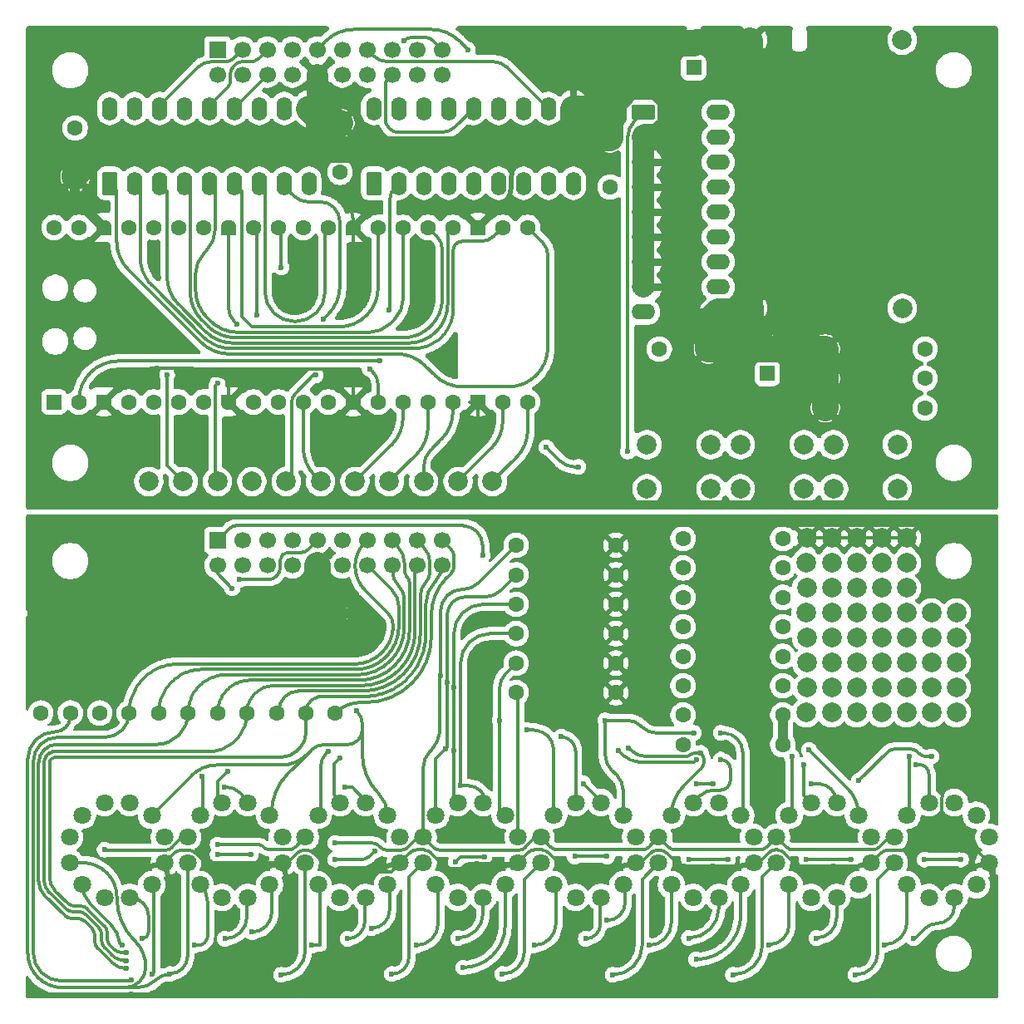
<source format=gbr>
%TF.GenerationSoftware,KiCad,Pcbnew,9.0.3*%
%TF.CreationDate,2025-09-07T22:44:02+09:00*%
%TF.ProjectId,VFD__,56464442-082e-46b6-9963-61645f706362,rev?*%
%TF.SameCoordinates,Original*%
%TF.FileFunction,Copper,L2,Bot*%
%TF.FilePolarity,Positive*%
%FSLAX46Y46*%
G04 Gerber Fmt 4.6, Leading zero omitted, Abs format (unit mm)*
G04 Created by KiCad (PCBNEW 9.0.3) date 2025-09-07 22:44:02*
%MOMM*%
%LPD*%
G01*
G04 APERTURE LIST*
G04 Aperture macros list*
%AMRoundRect*
0 Rectangle with rounded corners*
0 $1 Rounding radius*
0 $2 $3 $4 $5 $6 $7 $8 $9 X,Y pos of 4 corners*
0 Add a 4 corners polygon primitive as box body*
4,1,4,$2,$3,$4,$5,$6,$7,$8,$9,$2,$3,0*
0 Add four circle primitives for the rounded corners*
1,1,$1+$1,$2,$3*
1,1,$1+$1,$4,$5*
1,1,$1+$1,$6,$7*
1,1,$1+$1,$8,$9*
0 Add four rect primitives between the rounded corners*
20,1,$1+$1,$2,$3,$4,$5,0*
20,1,$1+$1,$4,$5,$6,$7,0*
20,1,$1+$1,$6,$7,$8,$9,0*
20,1,$1+$1,$8,$9,$2,$3,0*%
%AMFreePoly0*
4,1,37,0.603843,0.796157,0.639018,0.796157,0.711114,0.766294,0.766294,0.711114,0.796157,0.639018,0.796157,0.603843,0.800000,0.600000,0.800000,-0.600000,0.796157,-0.603843,0.796157,-0.639018,0.766294,-0.711114,0.711114,-0.766294,0.639018,-0.796157,0.603843,-0.796157,0.600000,-0.800000,0.000000,-0.800000,0.000000,-0.796148,-0.078414,-0.796148,-0.232228,-0.765552,-0.377117,-0.705537,
-0.507515,-0.618408,-0.618408,-0.507515,-0.705537,-0.377117,-0.765552,-0.232228,-0.796148,-0.078414,-0.796148,0.078414,-0.765552,0.232228,-0.705537,0.377117,-0.618408,0.507515,-0.507515,0.618408,-0.377117,0.705537,-0.232228,0.765552,-0.078414,0.796148,0.000000,0.796148,0.000000,0.800000,0.600000,0.800000,0.603843,0.796157,0.603843,0.796157,$1*%
%AMFreePoly1*
4,1,37,0.000000,0.796148,0.078414,0.796148,0.232228,0.765552,0.377117,0.705537,0.507515,0.618408,0.618408,0.507515,0.705537,0.377117,0.765552,0.232228,0.796148,0.078414,0.796148,-0.078414,0.765552,-0.232228,0.705537,-0.377117,0.618408,-0.507515,0.507515,-0.618408,0.377117,-0.705537,0.232228,-0.765552,0.078414,-0.796148,0.000000,-0.796148,0.000000,-0.800000,-0.600000,-0.800000,
-0.603843,-0.796157,-0.639018,-0.796157,-0.711114,-0.766294,-0.766294,-0.711114,-0.796157,-0.639018,-0.796157,-0.603843,-0.800000,-0.600000,-0.800000,0.600000,-0.796157,0.603843,-0.796157,0.639018,-0.766294,0.711114,-0.711114,0.766294,-0.639018,0.796157,-0.603843,0.796157,-0.600000,0.800000,0.000000,0.800000,0.000000,0.796148,0.000000,0.796148,$1*%
G04 Aperture macros list end*
%TA.AperFunction,ComponentPad*%
%ADD10C,1.800000*%
%TD*%
%TA.AperFunction,ComponentPad*%
%ADD11C,2.000000*%
%TD*%
%TA.AperFunction,ComponentPad*%
%ADD12C,1.600000*%
%TD*%
%TA.AperFunction,ComponentPad*%
%ADD13RoundRect,0.250000X0.550000X-0.950000X0.550000X0.950000X-0.550000X0.950000X-0.550000X-0.950000X0*%
%TD*%
%TA.AperFunction,ComponentPad*%
%ADD14O,1.600000X2.400000*%
%TD*%
%TA.AperFunction,ComponentPad*%
%ADD15R,1.700000X1.700000*%
%TD*%
%TA.AperFunction,ComponentPad*%
%ADD16C,1.700000*%
%TD*%
%TA.AperFunction,ComponentPad*%
%ADD17RoundRect,0.250000X0.550000X-0.550000X0.550000X0.550000X-0.550000X0.550000X-0.550000X-0.550000X0*%
%TD*%
%TA.AperFunction,ComponentPad*%
%ADD18RoundRect,0.250000X-0.950000X-0.550000X0.950000X-0.550000X0.950000X0.550000X-0.950000X0.550000X0*%
%TD*%
%TA.AperFunction,ComponentPad*%
%ADD19O,2.400000X1.600000*%
%TD*%
%TA.AperFunction,ComponentPad*%
%ADD20RoundRect,0.200000X0.600000X-0.600000X0.600000X0.600000X-0.600000X0.600000X-0.600000X-0.600000X0*%
%TD*%
%TA.AperFunction,ComponentPad*%
%ADD21FreePoly0,90.000000*%
%TD*%
%TA.AperFunction,ComponentPad*%
%ADD22FreePoly1,90.000000*%
%TD*%
%TA.AperFunction,ViaPad*%
%ADD23C,0.600000*%
%TD*%
%TA.AperFunction,Conductor*%
%ADD24C,0.350000*%
%TD*%
%TA.AperFunction,Conductor*%
%ADD25C,2.700000*%
%TD*%
%TA.AperFunction,Conductor*%
%ADD26C,0.500000*%
%TD*%
%TA.AperFunction,Conductor*%
%ADD27C,2.200000*%
%TD*%
%TA.AperFunction,Conductor*%
%ADD28C,1.000000*%
%TD*%
G04 APERTURE END LIST*
D10*
%TO.P,Q8,-*%
%TO.N,/VFD-T7*%
X194096629Y-110740439D03*
%TO.P,Q8,G*%
%TO.N,Net-(J3-Pin_20)*%
X192802534Y-115570068D03*
%TO.P,Q8,H*%
%TO.N,Net-(Q8-PadH)*%
X187972905Y-116864163D03*
%TO.P,Q8,K*%
%TO.N,GND2*%
X194096629Y-113328629D03*
%TO.P,Q8,a*%
%TO.N,/VFD-T0*%
X190561095Y-107204905D03*
%TO.P,Q8,b*%
%TO.N,/VFD-T1*%
X192802534Y-108499000D03*
%TO.P,Q8,c*%
%TO.N,/VFD-T2*%
X185731466Y-115570068D03*
%TO.P,Q8,d*%
%TO.N,/VFD-T3*%
X184437371Y-113328629D03*
%TO.P,Q8,dp*%
%TO.N,/VFD-T8*%
X190561095Y-116864163D03*
%TO.P,Q8,e*%
%TO.N,/VFD-T4*%
X184437371Y-110740439D03*
%TO.P,Q8,f*%
%TO.N,/VFD-T5*%
X185731466Y-108499000D03*
%TO.P,Q8,g*%
%TO.N,/VFD-T6*%
X187972905Y-107204905D03*
%TD*%
%TO.P,Q7,-*%
%TO.N,/VFD-T7*%
X182096629Y-110740439D03*
%TO.P,Q7,G*%
%TO.N,Net-(J3-Pin_19)*%
X180802534Y-115570068D03*
%TO.P,Q7,H*%
%TO.N,Net-(Q7-PadH)*%
X175972905Y-116864163D03*
%TO.P,Q7,K*%
%TO.N,GND2*%
X182096629Y-113328629D03*
%TO.P,Q7,a*%
%TO.N,/VFD-T0*%
X178561095Y-107204905D03*
%TO.P,Q7,b*%
%TO.N,/VFD-T1*%
X180802534Y-108499000D03*
%TO.P,Q7,c*%
%TO.N,/VFD-T2*%
X173731466Y-115570068D03*
%TO.P,Q7,d*%
%TO.N,/VFD-T3*%
X172437371Y-113328629D03*
%TO.P,Q7,dp*%
%TO.N,/VFD-T8*%
X178561095Y-116864163D03*
%TO.P,Q7,e*%
%TO.N,/VFD-T4*%
X172437371Y-110740439D03*
%TO.P,Q7,f*%
%TO.N,/VFD-T5*%
X173731466Y-108499000D03*
%TO.P,Q7,g*%
%TO.N,/VFD-T6*%
X175972905Y-107204905D03*
%TD*%
%TO.P,Q6,-*%
%TO.N,/VFD-T7*%
X170096629Y-110740439D03*
%TO.P,Q6,G*%
%TO.N,Net-(J3-Pin_18)*%
X168802534Y-115570068D03*
%TO.P,Q6,H*%
%TO.N,Net-(Q6-PadH)*%
X163972905Y-116864163D03*
%TO.P,Q6,K*%
%TO.N,GND2*%
X170096629Y-113328629D03*
%TO.P,Q6,a*%
%TO.N,/VFD-T0*%
X166561095Y-107204905D03*
%TO.P,Q6,b*%
%TO.N,/VFD-T1*%
X168802534Y-108499000D03*
%TO.P,Q6,c*%
%TO.N,/VFD-T2*%
X161731466Y-115570068D03*
%TO.P,Q6,d*%
%TO.N,/VFD-T3*%
X160437371Y-113328629D03*
%TO.P,Q6,dp*%
%TO.N,/VFD-T8*%
X166561095Y-116864163D03*
%TO.P,Q6,e*%
%TO.N,/VFD-T4*%
X160437371Y-110740439D03*
%TO.P,Q6,f*%
%TO.N,/VFD-T5*%
X161731466Y-108499000D03*
%TO.P,Q6,g*%
%TO.N,/VFD-T6*%
X163972905Y-107204905D03*
%TD*%
%TO.P,Q5,-*%
%TO.N,/VFD-T7*%
X158096629Y-110740439D03*
%TO.P,Q5,G*%
%TO.N,Net-(J3-Pin_17)*%
X156802534Y-115570068D03*
%TO.P,Q5,H*%
%TO.N,Net-(Q5-PadH)*%
X151972905Y-116864163D03*
%TO.P,Q5,K*%
%TO.N,GND2*%
X158096629Y-113328629D03*
%TO.P,Q5,a*%
%TO.N,/VFD-T0*%
X154561095Y-107204905D03*
%TO.P,Q5,b*%
%TO.N,/VFD-T1*%
X156802534Y-108499000D03*
%TO.P,Q5,c*%
%TO.N,/VFD-T2*%
X149731466Y-115570068D03*
%TO.P,Q5,d*%
%TO.N,/VFD-T3*%
X148437371Y-113328629D03*
%TO.P,Q5,dp*%
%TO.N,/VFD-T8*%
X154561095Y-116864163D03*
%TO.P,Q5,e*%
%TO.N,/VFD-T4*%
X148437371Y-110740439D03*
%TO.P,Q5,f*%
%TO.N,/VFD-T5*%
X149731466Y-108499000D03*
%TO.P,Q5,g*%
%TO.N,/VFD-T6*%
X151972905Y-107204905D03*
%TD*%
%TO.P,Q4,-*%
%TO.N,/VFD-T7*%
X146096629Y-110740439D03*
%TO.P,Q4,G*%
%TO.N,Net-(J3-Pin_16)*%
X144802534Y-115570068D03*
%TO.P,Q4,H*%
%TO.N,Net-(Q4-PadH)*%
X139972905Y-116864163D03*
%TO.P,Q4,K*%
%TO.N,GND2*%
X146096629Y-113328629D03*
%TO.P,Q4,a*%
%TO.N,/VFD-T0*%
X142561095Y-107204905D03*
%TO.P,Q4,b*%
%TO.N,/VFD-T1*%
X144802534Y-108499000D03*
%TO.P,Q4,c*%
%TO.N,/VFD-T2*%
X137731466Y-115570068D03*
%TO.P,Q4,d*%
%TO.N,/VFD-T3*%
X136437371Y-113328629D03*
%TO.P,Q4,dp*%
%TO.N,/VFD-T8*%
X142561095Y-116864163D03*
%TO.P,Q4,e*%
%TO.N,/VFD-T4*%
X136437371Y-110740439D03*
%TO.P,Q4,f*%
%TO.N,/VFD-T5*%
X137731466Y-108499000D03*
%TO.P,Q4,g*%
%TO.N,/VFD-T6*%
X139972905Y-107204905D03*
%TD*%
%TO.P,Q3,-*%
%TO.N,/VFD-T7*%
X134096629Y-110740439D03*
%TO.P,Q3,G*%
%TO.N,Net-(J3-Pin_15)*%
X132802534Y-115570068D03*
%TO.P,Q3,H*%
%TO.N,Net-(Q3-PadH)*%
X127972905Y-116864163D03*
%TO.P,Q3,K*%
%TO.N,GND2*%
X134096629Y-113328629D03*
%TO.P,Q3,a*%
%TO.N,/VFD-T0*%
X130561095Y-107204905D03*
%TO.P,Q3,b*%
%TO.N,/VFD-T1*%
X132802534Y-108499000D03*
%TO.P,Q3,c*%
%TO.N,/VFD-T2*%
X125731466Y-115570068D03*
%TO.P,Q3,d*%
%TO.N,/VFD-T3*%
X124437371Y-113328629D03*
%TO.P,Q3,dp*%
%TO.N,/VFD-T8*%
X130561095Y-116864163D03*
%TO.P,Q3,e*%
%TO.N,/VFD-T4*%
X124437371Y-110740439D03*
%TO.P,Q3,f*%
%TO.N,/VFD-T5*%
X125731466Y-108499000D03*
%TO.P,Q3,g*%
%TO.N,/VFD-T6*%
X127972905Y-107204905D03*
%TD*%
%TO.P,Q2,-*%
%TO.N,/VFD-T7*%
X122096629Y-110740439D03*
%TO.P,Q2,G*%
%TO.N,Net-(J3-Pin_14)*%
X120802534Y-115570068D03*
%TO.P,Q2,H*%
%TO.N,Net-(Q2-PadH)*%
X115972905Y-116864163D03*
%TO.P,Q2,K*%
%TO.N,GND2*%
X122096629Y-113328629D03*
%TO.P,Q2,a*%
%TO.N,/VFD-T0*%
X118561095Y-107204905D03*
%TO.P,Q2,b*%
%TO.N,/VFD-T1*%
X120802534Y-108499000D03*
%TO.P,Q2,c*%
%TO.N,/VFD-T2*%
X113731466Y-115570068D03*
%TO.P,Q2,d*%
%TO.N,/VFD-T3*%
X112437371Y-113328629D03*
%TO.P,Q2,dp*%
%TO.N,/VFD-T8*%
X118561095Y-116864163D03*
%TO.P,Q2,e*%
%TO.N,/VFD-T4*%
X112437371Y-110740439D03*
%TO.P,Q2,f*%
%TO.N,/VFD-T5*%
X113731466Y-108499000D03*
%TO.P,Q2,g*%
%TO.N,/VFD-T6*%
X115972905Y-107204905D03*
%TD*%
%TO.P,Q1,-*%
%TO.N,/VFD-T7*%
X110096629Y-110740439D03*
%TO.P,Q1,G*%
%TO.N,Net-(J3-Pin_13)*%
X108802534Y-115570068D03*
%TO.P,Q1,H*%
%TO.N,Net-(Q1-PadH)*%
X103972905Y-116864163D03*
%TO.P,Q1,K*%
%TO.N,GND2*%
X110096629Y-113328629D03*
%TO.P,Q1,a*%
%TO.N,/VFD-T0*%
X106561095Y-107204905D03*
%TO.P,Q1,b*%
%TO.N,/VFD-T1*%
X108802534Y-108499000D03*
%TO.P,Q1,c*%
%TO.N,/VFD-T2*%
X101731466Y-115570068D03*
%TO.P,Q1,d*%
%TO.N,/VFD-T3*%
X100437371Y-113328629D03*
%TO.P,Q1,dp*%
%TO.N,/VFD-T8*%
X106561095Y-116864163D03*
%TO.P,Q1,e*%
%TO.N,/VFD-T4*%
X100437371Y-110740439D03*
%TO.P,Q1,f*%
%TO.N,/VFD-T5*%
X101731466Y-108499000D03*
%TO.P,Q1,g*%
%TO.N,/VFD-T6*%
X103972905Y-107204905D03*
%TD*%
D11*
%TO.P,TP30,1,1*%
%TO.N,+5V*%
X185240580Y-29539030D03*
%TD*%
%TO.P,TP31,1,1*%
%TO.N,GND*%
X169802444Y-29524300D03*
%TD*%
%TO.P,TP51,1,1*%
%TO.N,unconnected-(TP51-Pad1)*%
X180594000Y-90424000D03*
%TD*%
%TO.P,TP7,1,1*%
%TO.N,GPIO15*%
X143500000Y-74500000D03*
%TD*%
D12*
%TO.P,R20,1*%
%TO.N,Net-(Q3-PadH)*%
X162920000Y-86300000D03*
%TO.P,R20,2*%
%TO.N,12V-top*%
X173080000Y-86300000D03*
%TD*%
D11*
%TO.P,TP58,1,1*%
%TO.N,unconnected-(TP58-Pad1)*%
X183134000Y-85344000D03*
%TD*%
%TO.P,TP11,1,1*%
%TO.N,GPIO28{slash}ADC2*%
X112000000Y-74500000D03*
%TD*%
D13*
%TO.P,U1,1,I1*%
%TO.N,IN_a*%
X104520000Y-44120000D03*
D14*
%TO.P,U1,2,I2*%
%TO.N,IN_b*%
X107060000Y-44120000D03*
%TO.P,U1,3,I3*%
%TO.N,IN_c*%
X109600000Y-44120000D03*
%TO.P,U1,4,I4*%
%TO.N,IN_d*%
X112140000Y-44120000D03*
%TO.P,U1,5,I5*%
%TO.N,IN_e*%
X114680000Y-44120000D03*
%TO.P,U1,6,I6*%
%TO.N,IN_f*%
X117220000Y-44120000D03*
%TO.P,U1,7,I7*%
%TO.N,IN_g*%
X119760000Y-44120000D03*
%TO.P,U1,8,I8*%
%TO.N,IN_-*%
X122300000Y-44120000D03*
%TO.P,U1,9,VCC*%
%TO.N,12V*%
X124840000Y-44120000D03*
%TO.P,U1,10,GND*%
%TO.N,GND*%
X124840000Y-36500000D03*
%TO.P,U1,11,O8*%
%TO.N,/VFD-B7*%
X122300000Y-36500000D03*
%TO.P,U1,12,O7*%
%TO.N,/VFD-B6*%
X119760000Y-36500000D03*
%TO.P,U1,13,O6*%
%TO.N,/VFD-B5*%
X117220000Y-36500000D03*
%TO.P,U1,14,O5*%
%TO.N,/VFD-B4*%
X114680000Y-36500000D03*
%TO.P,U1,15,O4*%
%TO.N,/VFD-B3*%
X112140000Y-36500000D03*
%TO.P,U1,16,O3*%
%TO.N,/VFD-B2*%
X109600000Y-36500000D03*
%TO.P,U1,17,O2*%
%TO.N,/VFD-B1*%
X107060000Y-36500000D03*
%TO.P,U1,18,O1*%
%TO.N,/VFD-B0*%
X104520000Y-36500000D03*
%TD*%
D11*
%TO.P,TP47,1,1*%
%TO.N,unconnected-(TP47-Pad1)*%
X190754000Y-92964000D03*
%TD*%
D12*
%TO.P,R27,1*%
%TO.N,GPIO12*%
X187580000Y-64008000D03*
%TO.P,R27,2*%
%TO.N,GND*%
X177420000Y-64008000D03*
%TD*%
D11*
%TO.P,TP39,1,1*%
%TO.N,unconnected-(TP39-Pad1)*%
X178054000Y-82804000D03*
%TD*%
%TO.P,TP23,1,1*%
%TO.N,unconnected-(TP23-Pad1)*%
X175514000Y-85344000D03*
%TD*%
%TO.P,TP14,1,1*%
%TO.N,GND2*%
X178054000Y-80264000D03*
%TD*%
%TO.P,TP53,1,1*%
%TO.N,unconnected-(TP53-Pad1)*%
X183134000Y-95504000D03*
%TD*%
%TO.P,TP34,1,1*%
%TO.N,GND*%
X169818349Y-56818855D03*
%TD*%
D12*
%TO.P,C7,1*%
%TO.N,12V*%
X155500000Y-44500000D03*
%TO.P,C7,2*%
%TO.N,GND*%
X155500000Y-39500000D03*
%TD*%
%TO.P,R17,1*%
%TO.N,/VFD-T8*%
X103500000Y-98080000D03*
%TO.P,R17,2*%
%TO.N,GND2*%
X103500000Y-87920000D03*
%TD*%
%TO.P,R14,1*%
%TO.N,/VFD-T6*%
X145920000Y-87000000D03*
%TO.P,R14,2*%
%TO.N,GND2*%
X156080000Y-87000000D03*
%TD*%
D11*
%TO.P,TP6,1,1*%
%TO.N,GPIO14*%
X140000000Y-74500000D03*
%TD*%
%TO.P,TP13,1,1*%
%TO.N,GND2*%
X175514000Y-80264000D03*
%TD*%
D12*
%TO.P,R12,1*%
%TO.N,/VFD-T5*%
X145920000Y-84000000D03*
%TO.P,R12,2*%
%TO.N,GND2*%
X156080000Y-84000000D03*
%TD*%
D11*
%TO.P,TP60,1,1*%
%TO.N,unconnected-(TP60-Pad1)*%
X183134000Y-90424000D03*
%TD*%
%TO.P,TP67,1,1*%
%TO.N,unconnected-(TP67-Pad1)*%
X185674000Y-85344000D03*
%TD*%
%TO.P,TP26,1,1*%
%TO.N,unconnected-(TP26-Pad1)*%
X175514000Y-92964000D03*
%TD*%
%TO.P,TP28,1,1*%
%TO.N,unconnected-(TP28-Pad1)*%
X178054000Y-98044000D03*
%TD*%
D12*
%TO.P,R28,1*%
%TO.N,GPIO13*%
X187580000Y-61000000D03*
%TO.P,R28,2*%
%TO.N,GND*%
X177420000Y-61000000D03*
%TD*%
%TO.P,R19,1*%
%TO.N,Net-(Q2-PadH)*%
X162920000Y-83300000D03*
%TO.P,R19,2*%
%TO.N,12V-top*%
X173080000Y-83300000D03*
%TD*%
D11*
%TO.P,TP61,1,1*%
%TO.N,unconnected-(TP61-Pad1)*%
X183134000Y-92964000D03*
%TD*%
%TO.P,TP10,1,1*%
%TO.N,GPIO27{slash}ADC1*%
X119000000Y-74500000D03*
%TD*%
D15*
%TO.P,J2,1,Pin_1*%
%TO.N,/VFD-B0*%
X115500000Y-30500000D03*
D16*
%TO.P,J2,2,Pin_2*%
%TO.N,/VFD-B1*%
X115500000Y-33040000D03*
%TO.P,J2,3,Pin_3*%
%TO.N,/VFD-B2*%
X118040000Y-30500000D03*
%TO.P,J2,4,Pin_4*%
%TO.N,/VFD-B3*%
X118040000Y-33040000D03*
%TO.P,J2,5,Pin_5*%
%TO.N,/VFD-B4*%
X120580000Y-30500000D03*
%TO.P,J2,6,Pin_6*%
%TO.N,/VFD-B5*%
X120580000Y-33040000D03*
%TO.P,J2,7,Pin_7*%
%TO.N,/VFD-B6*%
X123120000Y-30500000D03*
%TO.P,J2,8,Pin_8*%
%TO.N,/VFD-B7*%
X123120000Y-33040000D03*
%TO.P,J2,9,Pin_9*%
%TO.N,/VFD-B8*%
X125660000Y-30500000D03*
%TO.P,J2,10,Pin_10*%
%TO.N,GND*%
X125660000Y-33040000D03*
%TO.P,J2,11,Pin_11*%
%TO.N,unconnected-(J2-Pin_11-Pad11)*%
X128200000Y-30500000D03*
%TO.P,J2,12,Pin_12*%
%TO.N,12V*%
X128200000Y-33040000D03*
%TO.P,J2,13,Pin_13*%
%TO.N,/7seg-8*%
X130740000Y-30500000D03*
%TO.P,J2,14,Pin_14*%
%TO.N,/7seg-7*%
X130740000Y-33040000D03*
%TO.P,J2,15,Pin_15*%
%TO.N,/7seg-6*%
X133280000Y-30500000D03*
%TO.P,J2,16,Pin_16*%
%TO.N,/7seg-5*%
X133280000Y-33040000D03*
%TO.P,J2,17,Pin_17*%
%TO.N,/7seg-4*%
X135820000Y-30500000D03*
%TO.P,J2,18,Pin_18*%
%TO.N,/7seg-3*%
X135820000Y-33040000D03*
%TO.P,J2,19,Pin_19*%
%TO.N,/7seg-2*%
X138360000Y-30500000D03*
%TO.P,J2,20,Pin_20*%
%TO.N,/7seg-1*%
X138360000Y-33040000D03*
%TD*%
D12*
%TO.P,Rr2,1*%
%TO.N,Net-(J3-Pin_13)*%
X106500000Y-98080000D03*
%TO.P,Rr2,2*%
%TO.N,GND2*%
X106500000Y-87920000D03*
%TD*%
%TO.P,R13,1*%
%TO.N,Net-(J3-Pin_14)*%
X109500000Y-98080000D03*
%TO.P,R13,2*%
%TO.N,GND2*%
X109500000Y-87920000D03*
%TD*%
D11*
%TO.P,TP36,1,1*%
%TO.N,12V*%
X185250771Y-56858351D03*
%TD*%
D12*
%TO.P,C5,1*%
%TO.N,12V*%
X127960000Y-43000000D03*
%TO.P,C5,2*%
%TO.N,GND*%
X127960000Y-38000000D03*
%TD*%
D11*
%TO.P,TP12,1,1*%
%TO.N,AGND*%
X115500000Y-74500000D03*
%TD*%
%TO.P,TP21,1,1*%
%TO.N,unconnected-(TP21-Pad1)*%
X190754000Y-98044000D03*
%TD*%
%TO.P,TP5,1,1*%
%TO.N,GPIO13*%
X136500000Y-74500000D03*
%TD*%
D12*
%TO.P,R7,1*%
%TO.N,Net-(J3-Pin_17)*%
X121500000Y-98080000D03*
%TO.P,R7,2*%
%TO.N,GND2*%
X121500000Y-87920000D03*
%TD*%
D11*
%TO.P,TP20,1,1*%
%TO.N,unconnected-(TP20-Pad1)*%
X188214000Y-98044000D03*
%TD*%
%TO.P,TP22,1,1*%
%TO.N,unconnected-(TP22-Pad1)*%
X175452000Y-82804000D03*
%TD*%
%TO.P,TP42,1,1*%
%TO.N,unconnected-(TP42-Pad1)*%
X178054000Y-90424000D03*
%TD*%
%TO.P,TP55,1,1*%
%TO.N,unconnected-(TP55-Pad1)*%
X188214000Y-90424000D03*
%TD*%
D12*
%TO.P,R11,1*%
%TO.N,Net-(J3-Pin_15)*%
X115500000Y-98080000D03*
%TO.P,R11,2*%
%TO.N,GND2*%
X115500000Y-87920000D03*
%TD*%
D11*
%TO.P,TP43,1,1*%
%TO.N,unconnected-(TP43-Pad1)*%
X178054000Y-92964000D03*
%TD*%
%TO.P,TP57,1,1*%
%TO.N,unconnected-(TP57-Pad1)*%
X183134000Y-82804000D03*
%TD*%
%TO.P,TP48,1,1*%
%TO.N,unconnected-(TP48-Pad1)*%
X180594000Y-82804000D03*
%TD*%
%TO.P,TP69,1,1*%
%TO.N,unconnected-(TP69-Pad1)*%
X185674000Y-90424000D03*
%TD*%
%TO.P,TP9,1,1*%
%TO.N,GPIO26{slash}ADC0*%
X122500000Y-74500000D03*
%TD*%
D12*
%TO.P,R18,1*%
%TO.N,Net-(Q1-PadH)*%
X162920000Y-80300000D03*
%TO.P,R18,2*%
%TO.N,12V-top*%
X173080000Y-80300000D03*
%TD*%
%TO.P,R25,1*%
%TO.N,Net-(Q8-PadH)*%
X162920000Y-101300000D03*
%TO.P,R25,2*%
%TO.N,12V-top*%
X173080000Y-101300000D03*
%TD*%
D17*
%TO.P,C2,1*%
%TO.N,+5V*%
X164000206Y-32336531D03*
D12*
%TO.P,C2,2*%
%TO.N,GND*%
X164000206Y-29836531D03*
%TD*%
D11*
%TO.P,TP25,1,1*%
%TO.N,unconnected-(TP25-Pad1)*%
X175514000Y-90424000D03*
%TD*%
D12*
%TO.P,R22,1*%
%TO.N,Net-(Q5-PadH)*%
X162920000Y-92300000D03*
%TO.P,R22,2*%
%TO.N,12V-top*%
X173080000Y-92300000D03*
%TD*%
D11*
%TO.P,TP41,1,1*%
%TO.N,unconnected-(TP41-Pad1)*%
X178054000Y-87884000D03*
%TD*%
D12*
%TO.P,R6,1*%
%TO.N,/VFD-T2*%
X97500000Y-98080000D03*
%TO.P,R6,2*%
%TO.N,GND2*%
X97500000Y-87920000D03*
%TD*%
%TO.P,R3,1*%
%TO.N,Net-(J3-Pin_19)*%
X127500000Y-98080000D03*
%TO.P,R3,2*%
%TO.N,GND2*%
X127500000Y-87920000D03*
%TD*%
D11*
%TO.P,TP70,1,1*%
%TO.N,unconnected-(TP70-Pad1)*%
X185674000Y-92964000D03*
%TD*%
%TO.P,TP63,1,1*%
%TO.N,unconnected-(TP63-Pad1)*%
X185674000Y-98044000D03*
%TD*%
D12*
%TO.P,R10,1*%
%TO.N,/VFD-T4*%
X145920000Y-81000000D03*
%TO.P,R10,2*%
%TO.N,GND2*%
X156080000Y-81000000D03*
%TD*%
D11*
%TO.P,TP24,1,1*%
%TO.N,unconnected-(TP24-Pad1)*%
X175452000Y-87884000D03*
%TD*%
%TO.P,TP19,1,1*%
%TO.N,unconnected-(TP19-Pad1)*%
X175452000Y-98044000D03*
%TD*%
%TO.P,TP37,1,1*%
%TO.N,unconnected-(TP37-Pad1)*%
X188214000Y-95504000D03*
%TD*%
D12*
%TO.P,C6,1*%
%TO.N,12V*%
X160500000Y-61000000D03*
%TO.P,C6,2*%
%TO.N,GND*%
X165500000Y-61000000D03*
%TD*%
D11*
%TO.P,TP3,1,1*%
%TO.N,GPIO11*%
X129500000Y-74500000D03*
%TD*%
%TO.P,TP59,1,1*%
%TO.N,unconnected-(TP59-Pad1)*%
X183134000Y-87884000D03*
%TD*%
D12*
%TO.P,R23,1*%
%TO.N,Net-(Q6-PadH)*%
X162920000Y-95300000D03*
%TO.P,R23,2*%
%TO.N,12V-top*%
X173080000Y-95300000D03*
%TD*%
D11*
%TO.P,TP40,1,1*%
%TO.N,unconnected-(TP40-Pad1)*%
X178054000Y-85344000D03*
%TD*%
%TO.P,TP54,1,1*%
%TO.N,unconnected-(TP54-Pad1)*%
X183134000Y-98044000D03*
%TD*%
%TO.P,TP65,1,1*%
%TO.N,unconnected-(TP65-Pad1)*%
X190754000Y-87884000D03*
%TD*%
%TO.P,TP68,1,1*%
%TO.N,unconnected-(TP68-Pad1)*%
X185674000Y-87884000D03*
%TD*%
%TO.P,TP56,1,1*%
%TO.N,unconnected-(TP56-Pad1)*%
X190754000Y-90424000D03*
%TD*%
%TO.P,TP38,1,1*%
%TO.N,unconnected-(TP38-Pad1)*%
X190754000Y-95504000D03*
%TD*%
%TO.P,TP50,1,1*%
%TO.N,unconnected-(TP50-Pad1)*%
X180594000Y-87884000D03*
%TD*%
%TO.P,TP2,1,1*%
%TO.N,GPIO8*%
X126000000Y-74500000D03*
%TD*%
D17*
%TO.P,C1,1*%
%TO.N,12V*%
X171500000Y-63500000D03*
D12*
%TO.P,C1,2*%
%TO.N,GND*%
X171500000Y-61000000D03*
%TD*%
%TO.P,R26,1*%
%TO.N,GPIO11*%
X187580000Y-67000000D03*
%TO.P,R26,2*%
%TO.N,GND*%
X177420000Y-67000000D03*
%TD*%
D11*
%TO.P,SW4,1,1*%
%TO.N,3V3*%
X165750000Y-75250000D03*
X159250000Y-75250000D03*
%TO.P,SW4,2,2*%
%TO.N,GPIO11*%
X165750000Y-70750000D03*
X159250000Y-70750000D03*
%TD*%
%TO.P,TP62,1,1*%
%TO.N,unconnected-(TP62-Pad1)*%
X185674000Y-95504000D03*
%TD*%
%TO.P,TP49,1,1*%
%TO.N,unconnected-(TP49-Pad1)*%
X180594000Y-85344000D03*
%TD*%
%TO.P,TP52,1,1*%
%TO.N,unconnected-(TP52-Pad1)*%
X180594000Y-92964000D03*
%TD*%
D12*
%TO.P,C4,1*%
%TO.N,+5V*%
X101000000Y-38500000D03*
%TO.P,C4,2*%
%TO.N,GND*%
X101000000Y-43500000D03*
%TD*%
D11*
%TO.P,TP45,1,1*%
%TO.N,unconnected-(TP45-Pad1)*%
X180594000Y-98044000D03*
%TD*%
%TO.P,SW2,1,1*%
%TO.N,3V3*%
X184750000Y-75250000D03*
X178250000Y-75250000D03*
%TO.P,SW2,2,2*%
%TO.N,GPIO13*%
X184750000Y-70750000D03*
X178250000Y-70750000D03*
%TD*%
D12*
%TO.P,R4,1*%
%TO.N,/VFD-T1*%
X145920000Y-93000000D03*
%TO.P,R4,2*%
%TO.N,GND2*%
X156080000Y-93000000D03*
%TD*%
%TO.P,R2,1*%
%TO.N,/VFD-T0*%
X145920000Y-90000000D03*
%TO.P,R2,2*%
%TO.N,GND2*%
X156080000Y-90000000D03*
%TD*%
D11*
%TO.P,SW3,1,1*%
%TO.N,3V3*%
X175250000Y-75250000D03*
X168750000Y-75250000D03*
%TO.P,SW3,2,2*%
%TO.N,GPIO12*%
X175250000Y-70750000D03*
X168750000Y-70750000D03*
%TD*%
D12*
%TO.P,R8,1*%
%TO.N,/VFD-T3*%
X100500000Y-98080000D03*
%TO.P,R8,2*%
%TO.N,GND2*%
X100500000Y-87920000D03*
%TD*%
%TO.P,R21,1*%
%TO.N,Net-(Q4-PadH)*%
X162920000Y-89300000D03*
%TO.P,R21,2*%
%TO.N,12V-top*%
X173080000Y-89300000D03*
%TD*%
%TO.P,R9,1*%
%TO.N,Net-(J3-Pin_16)*%
X112500000Y-98080000D03*
%TO.P,R9,2*%
%TO.N,GND2*%
X112500000Y-87920000D03*
%TD*%
D11*
%TO.P,TP16,1,1*%
%TO.N,GND2*%
X183134000Y-80264000D03*
%TD*%
D12*
%TO.P,R1,1*%
%TO.N,Net-(J3-Pin_20)*%
X124500000Y-98080000D03*
%TO.P,R1,2*%
%TO.N,GND2*%
X124500000Y-87920000D03*
%TD*%
D11*
%TO.P,TP64,1,1*%
%TO.N,unconnected-(TP64-Pad1)*%
X188214000Y-87884000D03*
%TD*%
D15*
%TO.P,J3,1,Pin_1*%
%TO.N,/VFD-T0*%
X115500000Y-80500000D03*
D16*
%TO.P,J3,2,Pin_2*%
%TO.N,/VFD-T1*%
X115500000Y-83040000D03*
%TO.P,J3,3,Pin_3*%
%TO.N,/VFD-T2*%
X118040000Y-80500000D03*
%TO.P,J3,4,Pin_4*%
%TO.N,/VFD-T3*%
X118040000Y-83040000D03*
%TO.P,J3,5,Pin_5*%
%TO.N,/VFD-T4*%
X120580000Y-80500000D03*
%TO.P,J3,6,Pin_6*%
%TO.N,/VFD-T5*%
X120580000Y-83040000D03*
%TO.P,J3,7,Pin_7*%
%TO.N,/VFD-T6*%
X123120000Y-80500000D03*
%TO.P,J3,8,Pin_8*%
%TO.N,/VFD-T7*%
X123120000Y-83040000D03*
%TO.P,J3,9,Pin_9*%
%TO.N,/VFD-T8*%
X125660000Y-80500000D03*
%TO.P,J3,10,Pin_10*%
%TO.N,GND2*%
X125660000Y-83040000D03*
%TO.P,J3,11,Pin_11*%
%TO.N,unconnected-(J3-Pin_11-Pad11)*%
X128200000Y-80500000D03*
%TO.P,J3,12,Pin_12*%
%TO.N,12V-top*%
X128200000Y-83040000D03*
%TO.P,J3,13,Pin_13*%
%TO.N,Net-(J3-Pin_13)*%
X130740000Y-80500000D03*
%TO.P,J3,14,Pin_14*%
%TO.N,Net-(J3-Pin_14)*%
X130740000Y-83040000D03*
%TO.P,J3,15,Pin_15*%
%TO.N,Net-(J3-Pin_15)*%
X133280000Y-80500000D03*
%TO.P,J3,16,Pin_16*%
%TO.N,Net-(J3-Pin_16)*%
X133280000Y-83040000D03*
%TO.P,J3,17,Pin_17*%
%TO.N,Net-(J3-Pin_17)*%
X135820000Y-80500000D03*
%TO.P,J3,18,Pin_18*%
%TO.N,Net-(J3-Pin_18)*%
X135820000Y-83040000D03*
%TO.P,J3,19,Pin_19*%
%TO.N,Net-(J3-Pin_19)*%
X138360000Y-80500000D03*
%TO.P,J3,20,Pin_20*%
%TO.N,Net-(J3-Pin_20)*%
X138360000Y-83040000D03*
%TD*%
D11*
%TO.P,TP44,1,1*%
%TO.N,unconnected-(TP44-Pad1)*%
X180594000Y-95504000D03*
%TD*%
%TO.P,TP4,1,1*%
%TO.N,GPIO12*%
X133000000Y-74500000D03*
%TD*%
D13*
%TO.P,U3,1,I1*%
%TO.N,7seg_1*%
X131420000Y-44120000D03*
D14*
%TO.P,U3,2,I2*%
%TO.N,7seg_2*%
X133960000Y-44120000D03*
%TO.P,U3,3,I3*%
%TO.N,7seg_3*%
X136500000Y-44120000D03*
%TO.P,U3,4,I4*%
%TO.N,7seg_4*%
X139040000Y-44120000D03*
%TO.P,U3,5,I5*%
%TO.N,7seg_5*%
X141580000Y-44120000D03*
%TO.P,U3,6,I6*%
%TO.N,7seg_6*%
X144120000Y-44120000D03*
%TO.P,U3,7,I7*%
%TO.N,7seg_7*%
X146660000Y-44120000D03*
%TO.P,U3,8,I8*%
%TO.N,7seg_8*%
X149200000Y-44120000D03*
%TO.P,U3,9,VCC*%
%TO.N,12V*%
X151740000Y-44120000D03*
%TO.P,U3,10,GND*%
%TO.N,GND*%
X151740000Y-36500000D03*
%TO.P,U3,11,O8*%
%TO.N,/7seg-8*%
X149200000Y-36500000D03*
%TO.P,U3,12,O7*%
%TO.N,/7seg-7*%
X146660000Y-36500000D03*
%TO.P,U3,13,O6*%
%TO.N,/7seg-6*%
X144120000Y-36500000D03*
%TO.P,U3,14,O5*%
%TO.N,/7seg-5*%
X141580000Y-36500000D03*
%TO.P,U3,15,O4*%
%TO.N,/7seg-4*%
X139040000Y-36500000D03*
%TO.P,U3,16,O3*%
%TO.N,/7seg-3*%
X136500000Y-36500000D03*
%TO.P,U3,17,O2*%
%TO.N,/7seg-2*%
X133960000Y-36500000D03*
%TO.P,U3,18,O1*%
%TO.N,/7seg-1*%
X131420000Y-36500000D03*
%TD*%
D11*
%TO.P,TP15,1,1*%
%TO.N,GND2*%
X180594000Y-80264000D03*
%TD*%
D12*
%TO.P,R24,1*%
%TO.N,Net-(Q7-PadH)*%
X162920000Y-98300000D03*
%TO.P,R24,2*%
%TO.N,12V-top*%
X173080000Y-98300000D03*
%TD*%
%TO.P,R16,1*%
%TO.N,/VFD-T7*%
X145920000Y-96000000D03*
%TO.P,R16,2*%
%TO.N,GND2*%
X156080000Y-96000000D03*
%TD*%
D18*
%TO.P,U2,1,I1*%
%TO.N,IN_dp*%
X158880000Y-36920000D03*
D19*
%TO.P,U2,2,I2*%
%TO.N,GND*%
X158880000Y-39460000D03*
%TO.P,U2,3,I3*%
X158880000Y-42000000D03*
%TO.P,U2,4,I4*%
X158880000Y-44540000D03*
%TO.P,U2,5,I5*%
X158880000Y-47080000D03*
%TO.P,U2,6,I6*%
X158880000Y-49620000D03*
%TO.P,U2,7,I7*%
X158880000Y-52160000D03*
%TO.P,U2,8,I8*%
X158880000Y-54700000D03*
%TO.P,U2,9,VCC*%
%TO.N,12V*%
X158880000Y-57240000D03*
%TO.P,U2,10,GND*%
%TO.N,GND*%
X166500000Y-57240000D03*
%TO.P,U2,11,O8*%
%TO.N,unconnected-(U2-O8-Pad11)*%
X166500000Y-54700000D03*
%TO.P,U2,12,O7*%
%TO.N,unconnected-(U2-O7-Pad12)*%
X166500000Y-52160000D03*
%TO.P,U2,13,O6*%
%TO.N,unconnected-(U2-O6-Pad13)*%
X166500000Y-49620000D03*
%TO.P,U2,14,O5*%
%TO.N,unconnected-(U2-O5-Pad14)*%
X166500000Y-47080000D03*
%TO.P,U2,15,O4*%
%TO.N,unconnected-(U2-O4-Pad15)*%
X166500000Y-44540000D03*
%TO.P,U2,16,O3*%
%TO.N,unconnected-(U2-O3-Pad16)*%
X166500000Y-42000000D03*
%TO.P,U2,17,O2*%
%TO.N,unconnected-(U2-O2-Pad17)*%
X166500000Y-39460000D03*
%TO.P,U2,18,O1*%
%TO.N,/VFD-B8*%
X166500000Y-36920000D03*
%TD*%
D11*
%TO.P,TP17,1,1*%
%TO.N,GND2*%
X185674000Y-80264000D03*
%TD*%
%TO.P,TP18,1,1*%
%TO.N,unconnected-(TP18-Pad1)*%
X175514000Y-95504000D03*
%TD*%
%TO.P,TP46,1,1*%
%TO.N,unconnected-(TP46-Pad1)*%
X188214000Y-92964000D03*
%TD*%
D12*
%TO.P,R5,1*%
%TO.N,Net-(J3-Pin_18)*%
X118500000Y-98080000D03*
%TO.P,R5,2*%
%TO.N,GND2*%
X118500000Y-87920000D03*
%TD*%
D11*
%TO.P,TP27,1,1*%
%TO.N,unconnected-(TP27-Pad1)*%
X178054000Y-95504000D03*
%TD*%
%TO.P,TP66,1,1*%
%TO.N,unconnected-(TP66-Pad1)*%
X185674000Y-82804000D03*
%TD*%
%TO.P,TP8,1,1*%
%TO.N,3V3*%
X108500000Y-74500000D03*
%TD*%
D20*
%TO.P,A1,1,GPIO0*%
%TO.N,7seg_1*%
X98840000Y-66390000D03*
D12*
%TO.P,A1,2,GPIO1*%
%TO.N,7seg_2*%
X101380000Y-66390000D03*
D21*
%TO.P,A1,3,GND*%
%TO.N,GND*%
X103920000Y-66390000D03*
D12*
%TO.P,A1,4,GPIO2*%
%TO.N,7seg_3*%
X106460000Y-66390000D03*
%TO.P,A1,5,GPIO3*%
%TO.N,7seg_4*%
X109000000Y-66390000D03*
%TO.P,A1,6,GPIO4*%
%TO.N,7seg_5*%
X111540000Y-66390000D03*
%TO.P,A1,7,GPIO5*%
%TO.N,7seg_6*%
X114080000Y-66390000D03*
D21*
%TO.P,A1,8,GND*%
%TO.N,GND*%
X116620000Y-66390000D03*
D12*
%TO.P,A1,9,GPIO6*%
%TO.N,7seg_7*%
X119160000Y-66390000D03*
%TO.P,A1,10,GPIO7*%
%TO.N,7seg_8*%
X121700000Y-66390000D03*
%TO.P,A1,11,GPIO8*%
%TO.N,GPIO8*%
X124240000Y-66390000D03*
%TO.P,A1,12,GPIO9*%
%TO.N,IN_dp*%
X126780000Y-66390000D03*
D21*
%TO.P,A1,13,GND*%
%TO.N,GND*%
X129320000Y-66390000D03*
D12*
%TO.P,A1,14,GPIO10*%
%TO.N,IN_-*%
X131860000Y-66390000D03*
%TO.P,A1,15,GPIO11*%
%TO.N,GPIO11*%
X134400000Y-66390000D03*
%TO.P,A1,16,GPIO12*%
%TO.N,GPIO12*%
X136940000Y-66390000D03*
%TO.P,A1,17,GPIO13*%
%TO.N,GPIO13*%
X139480000Y-66390000D03*
D21*
%TO.P,A1,18,GND*%
%TO.N,GND*%
X142020000Y-66390000D03*
D12*
%TO.P,A1,19,GPIO14*%
%TO.N,GPIO14*%
X144560000Y-66390000D03*
%TO.P,A1,20,GPIO15*%
%TO.N,GPIO15*%
X147100000Y-66390000D03*
%TO.P,A1,21,GPIO16*%
%TO.N,IN_a*%
X147100000Y-48610000D03*
%TO.P,A1,22,GPIO17*%
%TO.N,IN_b*%
X144560000Y-48610000D03*
D22*
%TO.P,A1,23,GND*%
%TO.N,GND*%
X142020000Y-48610000D03*
D12*
%TO.P,A1,24,GPIO18*%
%TO.N,IN_c*%
X139480000Y-48610000D03*
%TO.P,A1,25,GPIO19*%
%TO.N,IN_d*%
X136940000Y-48610000D03*
%TO.P,A1,26,GPIO20*%
%TO.N,IN_e*%
X134400000Y-48610000D03*
%TO.P,A1,27,GPIO21*%
%TO.N,IN_f*%
X131860000Y-48610000D03*
D22*
%TO.P,A1,28,GND*%
%TO.N,GND*%
X129320000Y-48610000D03*
D12*
%TO.P,A1,29,GPIO22*%
%TO.N,IN_g*%
X126780000Y-48610000D03*
%TO.P,A1,30,RUN*%
%TO.N,unconnected-(A1-RUN-Pad30)*%
X124240000Y-48610000D03*
%TO.P,A1,31,GPIO26_ADC0*%
%TO.N,GPIO26{slash}ADC0*%
X121700000Y-48610000D03*
%TO.P,A1,32,GPIO27_ADC1*%
%TO.N,GPIO27{slash}ADC1*%
X119160000Y-48610000D03*
D22*
%TO.P,A1,33,AGND*%
%TO.N,AGND*%
X116620000Y-48610000D03*
D12*
%TO.P,A1,34,GPIO28_ADC2*%
%TO.N,GPIO28{slash}ADC2*%
X114080000Y-48610000D03*
%TO.P,A1,35,ADC_VREF*%
%TO.N,unconnected-(A1-ADC_VREF-Pad35)*%
X111540000Y-48610000D03*
%TO.P,A1,36,3V3*%
%TO.N,3V3*%
X109000000Y-48610000D03*
%TO.P,A1,37,3V3_EN*%
%TO.N,unconnected-(A1-3V3_EN-Pad37)_1*%
X106460000Y-48610000D03*
D22*
%TO.P,A1,38,GND*%
%TO.N,GND*%
X103920000Y-48610000D03*
D12*
%TO.P,A1,39,VSYS*%
%TO.N,+5V*%
X101380000Y-48610000D03*
%TO.P,A1,40,VBUS*%
%TO.N,unconnected-(A1-VBUS-Pad40)*%
X98840000Y-48610000D03*
%TD*%
D23*
%TO.N,GND*%
X96647000Y-51181000D03*
X96647000Y-66421000D03*
X96647000Y-61341000D03*
X194310000Y-46101000D03*
X194310000Y-66421000D03*
X194310000Y-51181000D03*
X137925146Y-72000000D03*
X194310000Y-61341000D03*
X103442999Y-53086000D03*
X166878000Y-76701000D03*
X108839000Y-56769000D03*
X100965000Y-76581000D03*
X194310000Y-71501000D03*
X121666000Y-54356000D03*
X194310000Y-56261000D03*
X194310000Y-35941000D03*
X96647000Y-46101000D03*
X136652000Y-56642000D03*
X105283000Y-76581000D03*
X109347000Y-62958384D03*
X171323000Y-76581000D03*
X96647000Y-56261000D03*
X96647000Y-28448000D03*
X109474000Y-53721000D03*
X129250000Y-39000000D03*
X96647000Y-71501000D03*
X181483000Y-76581000D03*
X156083000Y-76581000D03*
X194310000Y-41021000D03*
X176403000Y-76581000D03*
X119888000Y-64262000D03*
X96647000Y-41021000D03*
X130302000Y-56642000D03*
X161163000Y-76581000D03*
X138430000Y-62738000D03*
X186563000Y-76581000D03*
X96647000Y-36576000D03*
X125400171Y-55254245D03*
%TO.N,GPIO28{slash}ADC2*%
X110364000Y-63634384D03*
%TO.N,AGND*%
X115500000Y-64500000D03*
X117500000Y-58500000D03*
%TO.N,GPIO26{slash}ADC0*%
X125500000Y-63675000D03*
X122000000Y-52675000D03*
%TO.N,GPIO27{slash}ADC1*%
X119500000Y-57500000D03*
%TO.N,IN_dp*%
X157304000Y-71446000D03*
%TO.N,7seg_2*%
X132000000Y-62175000D03*
X133000000Y-57000000D03*
%TO.N,IN_-*%
X131000000Y-63000000D03*
X126238000Y-58000000D03*
%TO.N,GPIO12*%
X152250000Y-73000000D03*
X149000000Y-71000000D03*
%TO.N,GND2*%
X137160000Y-126746000D03*
X152400000Y-126746000D03*
X194564000Y-116586000D03*
X106680000Y-126746000D03*
X194000000Y-81000000D03*
X176250000Y-126800000D03*
X194564000Y-121666000D03*
X157480000Y-126746000D03*
X132080000Y-126746000D03*
X111760000Y-126746000D03*
X159750000Y-116500000D03*
X194000000Y-96240000D03*
X194000000Y-86080000D03*
X155250000Y-110500000D03*
X142240000Y-126746000D03*
X178250000Y-113675000D03*
X127000000Y-126746000D03*
X187960000Y-126746000D03*
X112903000Y-83058000D03*
X177800000Y-126746000D03*
X182880000Y-126746000D03*
X170434000Y-101346000D03*
X147320000Y-126746000D03*
X96520000Y-126746000D03*
X165960095Y-113675000D03*
X172720000Y-126746000D03*
X194000000Y-100573573D03*
X142750000Y-110000000D03*
X113157000Y-80645000D03*
X106680000Y-80645000D03*
X106500000Y-84381000D03*
X121920000Y-126746000D03*
X141960095Y-113402629D03*
X167250000Y-110250000D03*
X179000000Y-110500000D03*
X116840000Y-126746000D03*
X194000000Y-91160000D03*
X153923905Y-113675000D03*
X162500000Y-126800000D03*
X168148000Y-81280000D03*
X167640000Y-126746000D03*
%TO.N,/7seg-2*%
X134500000Y-29601000D03*
%TO.N,/VFD-B8*%
X141000000Y-30500000D03*
%TO.N,/VFD-T7*%
X187500000Y-113000000D03*
X155175000Y-112691439D03*
X163500000Y-113000000D03*
X175500000Y-113000000D03*
X127500000Y-113000000D03*
X167500000Y-113000000D03*
X139750000Y-113250000D03*
X191250000Y-113000000D03*
X118872000Y-112500000D03*
X131500000Y-112124000D03*
X151892000Y-112691439D03*
X115500000Y-112500000D03*
X180000000Y-113000000D03*
X142675000Y-112727629D03*
%TO.N,Net-(J3-Pin_17)*%
X155175000Y-119207337D03*
%TO.N,/VFD-T8*%
X153000000Y-121076000D03*
X107794993Y-121076000D03*
X140000000Y-121000000D03*
X186400618Y-121024640D03*
X116250000Y-121076000D03*
X163500000Y-121000000D03*
X128750000Y-121076000D03*
X176500000Y-121000000D03*
X117750000Y-84500000D03*
%TO.N,/VFD-T6*%
X186639466Y-103325000D03*
X175250000Y-103325000D03*
X139575000Y-101879595D03*
X128000000Y-102676000D03*
X150500000Y-100500000D03*
X164250000Y-102825000D03*
X139575000Y-95500000D03*
X116500000Y-104055000D03*
X166750000Y-102825000D03*
X156375000Y-101875000D03*
%TO.N,Net-(J3-Pin_14)*%
X119000000Y-120401000D03*
%TO.N,Net-(J3-Pin_20)*%
X106175000Y-122500000D03*
%TO.N,/VFD-T0*%
X128500000Y-105624000D03*
X164250000Y-105277000D03*
X152750000Y-105250000D03*
X140250000Y-105500000D03*
X180811956Y-104986787D03*
X188250000Y-102500000D03*
X165960095Y-105251999D03*
X142500000Y-82000000D03*
X176000000Y-105250000D03*
X116175000Y-105624000D03*
%TO.N,/VFD-T5*%
X113928319Y-104486853D03*
X157381500Y-101618500D03*
X147000000Y-99825000D03*
X186000000Y-102500000D03*
X164737770Y-102150000D03*
X174000000Y-102500000D03*
X138754329Y-101745671D03*
X138900000Y-95000000D03*
X126750000Y-102000000D03*
%TO.N,/VFD-T3*%
X180500000Y-124750000D03*
X110648322Y-124675000D03*
X144500000Y-124675000D03*
X155750000Y-124750000D03*
X168000000Y-124750000D03*
X122000000Y-124750000D03*
X133250000Y-124675000D03*
%TO.N,/VFD-T4*%
X127500000Y-111325000D03*
X138215240Y-94250000D03*
X115500000Y-111500000D03*
X104000000Y-112000000D03*
%TO.N,Net-(J3-Pin_16)*%
X140500000Y-124000000D03*
X106175000Y-124100006D03*
%TO.N,Net-(J3-Pin_15)*%
X131175000Y-120000000D03*
%TO.N,/VFD-T1*%
X164000000Y-100100000D03*
X166750000Y-100100000D03*
X129667893Y-97832107D03*
X175750000Y-101825000D03*
X117000000Y-85395000D03*
X155000000Y-98825000D03*
X144250000Y-98825000D03*
%TO.N,Net-(J3-Pin_18)*%
X164250000Y-123175000D03*
X106175000Y-123300003D03*
%TO.N,/VFD-T2*%
X159425000Y-121750000D03*
X125112371Y-121751000D03*
X105750000Y-121751000D03*
X183425000Y-121675000D03*
X113112371Y-121751000D03*
X135750000Y-121751000D03*
X171675000Y-121675000D03*
X147750000Y-121750000D03*
%TO.N,Net-(J3-Pin_13)*%
X108870407Y-124675000D03*
X106689351Y-125244562D03*
%TD*%
D24*
%TO.N,GND2*%
X181750258Y-113675000D02*
X182096629Y-113328629D01*
X178250000Y-113675000D02*
X181750258Y-113675000D01*
X173222611Y-112309332D02*
G75*
G03*
X172515504Y-112016424I-707111J-707068D01*
G01*
X174295386Y-113382107D02*
G75*
G03*
X175002493Y-113675005I707114J707107D01*
G01*
X172515504Y-112016439D02*
X172354817Y-112016439D01*
X174295386Y-113382107D02*
X173222611Y-112309332D01*
X178250000Y-113675000D02*
X175002493Y-113675000D01*
X170628413Y-113328629D02*
X170096629Y-113328629D01*
X171647710Y-112309332D02*
X170628413Y-113328629D01*
X172354817Y-112016439D02*
G75*
G03*
X171647710Y-112309332I-17J-999961D01*
G01*
X162002492Y-113089213D02*
G75*
G03*
X163416706Y-113674996I1414208J1414213D01*
G01*
X162002492Y-113089213D02*
X161258801Y-112345522D01*
X165960095Y-113675000D02*
X169750258Y-113675000D01*
X169750258Y-113675000D02*
X170096629Y-113328629D01*
X159611520Y-112345522D02*
X158628413Y-113328629D01*
X165960095Y-113675000D02*
X163416706Y-113675000D01*
X160318627Y-112052629D02*
G75*
G03*
X159611513Y-112345515I-27J-999971D01*
G01*
X158628413Y-113328629D02*
X158096629Y-113328629D01*
X161258801Y-112345522D02*
G75*
G03*
X160551694Y-112052624I-707101J-707078D01*
G01*
X160551694Y-112052629D02*
X160318627Y-112052629D01*
%TO.N,/VFD-T7*%
X151892000Y-112691439D02*
X155175000Y-112691439D01*
%TO.N,GND2*%
X150002492Y-113089213D02*
G75*
G03*
X151416706Y-113674996I1414208J1414213D01*
G01*
X150002492Y-113089213D02*
X149222611Y-112309332D01*
X153923905Y-113675000D02*
X151416706Y-113675000D01*
X157750258Y-113675000D02*
X158096629Y-113328629D01*
X153923905Y-113675000D02*
X157750258Y-113675000D01*
X147115926Y-112309332D02*
X146096629Y-113328629D01*
X148515504Y-112016439D02*
X147823033Y-112016439D01*
X147823033Y-112016439D02*
G75*
G03*
X147115918Y-112309324I-33J-999961D01*
G01*
X149222611Y-112309332D02*
G75*
G03*
X148515504Y-112016424I-707111J-707068D01*
G01*
X141125478Y-113402629D02*
G75*
G03*
X140771941Y-113549093I22J-499971D01*
G01*
X140187893Y-113926000D02*
G75*
G03*
X140541449Y-113779557I7J500000D01*
G01*
X135115926Y-112309332D02*
X134096629Y-113328629D01*
X136519925Y-112016439D02*
X135823033Y-112016439D01*
X138550807Y-113633107D02*
X137227032Y-112309332D01*
X140771924Y-113549076D02*
X140541446Y-113779554D01*
X140187893Y-113926000D02*
X139257914Y-113926000D01*
X141960095Y-113402629D02*
X141125478Y-113402629D01*
X135823033Y-112016439D02*
G75*
G03*
X135115918Y-112309324I-33J-999961D01*
G01*
X137227032Y-112309332D02*
G75*
G03*
X136519925Y-112016410I-707132J-707068D01*
G01*
X139257914Y-113926000D02*
G75*
G02*
X138550800Y-113633114I-14J1000000D01*
G01*
X146022629Y-113402629D02*
X146096629Y-113328629D01*
X141960095Y-113402629D02*
X146022629Y-113402629D01*
%TO.N,/VFD-T7*%
X140272371Y-112727629D02*
X142675000Y-112727629D01*
X139750000Y-113250000D02*
X140272371Y-112727629D01*
X118872000Y-112500000D02*
X115500000Y-112500000D01*
%TO.N,GND*%
X125311000Y-40649000D02*
X126116557Y-41454557D01*
D25*
X124960000Y-41000000D02*
X103286074Y-41000000D01*
X169737677Y-29581953D02*
X169737677Y-56738394D01*
D24*
X106180043Y-64129957D02*
X103920000Y-66390000D01*
D26*
X190240146Y-76581000D02*
X186563000Y-76581000D01*
D25*
X149351000Y-40649000D02*
X151740000Y-38260000D01*
X150500000Y-39500000D02*
X155500000Y-39500000D01*
D24*
X96647000Y-36576000D02*
X96647000Y-28448000D01*
D26*
X156083000Y-76581000D02*
X105283000Y-76581000D01*
D24*
X129320000Y-66390000D02*
X129320000Y-65000000D01*
X100965000Y-76581000D02*
X105283000Y-76581000D01*
D25*
X161631000Y-35617074D02*
X161631000Y-38222926D01*
D26*
X156203000Y-76701000D02*
X156083000Y-76581000D01*
D25*
X155500000Y-39500000D02*
X154740000Y-39500000D01*
X144000000Y-40649000D02*
X147500000Y-40649000D01*
D24*
X103442999Y-53086000D02*
X103442999Y-53973572D01*
X127320000Y-63000000D02*
X120294214Y-63000000D01*
D25*
X171500000Y-61000000D02*
X177420000Y-61000000D01*
X101000000Y-43286074D02*
X101000000Y-43500000D01*
X171500000Y-61000000D02*
X174420000Y-61000000D01*
D27*
X125660000Y-33040000D02*
X125660000Y-35700000D01*
D24*
X124501926Y-54356000D02*
X121666000Y-54356000D01*
D26*
X186443000Y-76701000D02*
X156203000Y-76701000D01*
D25*
X132000000Y-40649000D02*
X144000000Y-40649000D01*
D24*
X130302000Y-56642000D02*
X130302000Y-54356000D01*
D25*
X155500000Y-36246074D02*
X157623037Y-34123037D01*
X165500000Y-58240000D02*
X166500000Y-57240000D01*
D27*
X169802444Y-29524300D02*
X164312437Y-29524300D01*
D24*
X125400171Y-55254245D02*
X124501926Y-54356000D01*
X100965000Y-76581000D02*
X100647000Y-76581000D01*
X126116557Y-41454557D02*
X126116557Y-42968130D01*
D25*
X177420000Y-61000000D02*
X177420000Y-64000000D01*
D24*
X113786723Y-63461107D02*
X113576893Y-63251277D01*
D25*
X127960000Y-38000000D02*
X124960000Y-41000000D01*
D27*
X158880000Y-39460000D02*
X158880000Y-54700000D01*
D26*
X144823213Y-45994786D02*
X142207999Y-48610000D01*
D25*
X157623037Y-34123037D02*
X160136963Y-34123037D01*
X165500000Y-61000000D02*
X165500000Y-58240000D01*
X169763039Y-56763756D02*
X169763039Y-59263039D01*
D24*
X141511098Y-48610000D02*
X142020000Y-48610000D01*
D26*
X145409000Y-44580572D02*
X145409000Y-43568427D01*
D25*
X169260000Y-57240000D02*
X169286795Y-57240000D01*
X125311000Y-40649000D02*
X132000000Y-40649000D01*
X103286074Y-41000000D02*
X101000000Y-43286074D01*
D24*
X106238427Y-56769000D02*
X108839000Y-56769000D01*
X96647000Y-72581000D02*
X96647000Y-41021000D01*
D25*
X166500000Y-57240000D02*
X169286795Y-57240000D01*
D26*
X193708214Y-35941000D02*
X194310000Y-35941000D01*
D28*
X101000000Y-45690000D02*
X101000000Y-43500000D01*
D25*
X154740000Y-39500000D02*
X151740000Y-36500000D01*
D24*
X119587107Y-63292893D02*
X119418893Y-63461107D01*
D26*
X169802444Y-29524300D02*
X174793571Y-34515427D01*
D25*
X157623037Y-34123037D02*
X161909543Y-29836531D01*
X161909543Y-29836531D02*
X164000206Y-29836531D01*
X160136963Y-34123037D02*
X161631000Y-35617074D01*
X155500000Y-39500000D02*
X155500000Y-36246074D01*
D27*
X164312437Y-29524300D02*
X164000206Y-29836531D01*
D25*
X177420000Y-64000000D02*
X177420000Y-67000000D01*
D24*
X126702344Y-44382344D02*
X128734214Y-46414214D01*
X96647000Y-41021000D02*
X96647000Y-36576000D01*
D25*
X174420000Y-61000000D02*
X177420000Y-64000000D01*
X126340000Y-38000000D02*
X124840000Y-36500000D01*
D24*
X109347000Y-62958384D02*
X109008470Y-62958384D01*
D26*
X194310000Y-72511146D02*
X194310000Y-35941000D01*
D24*
X129320000Y-53374000D02*
X129320000Y-48610000D01*
X129320000Y-47828427D02*
X129320000Y-48610000D01*
D25*
X169286795Y-57240000D02*
X169763039Y-56763756D01*
D27*
X125660000Y-35700000D02*
X127960000Y-38000000D01*
D28*
X103920000Y-48610000D02*
X101000000Y-45690000D01*
D24*
X112869786Y-62958384D02*
X109347000Y-62958384D01*
X115620000Y-63754000D02*
X114493830Y-63754000D01*
D25*
X147500000Y-40649000D02*
X149351000Y-40649000D01*
X151740000Y-38260000D02*
X151740000Y-36500000D01*
X169737677Y-56738394D02*
X169763039Y-56763756D01*
D26*
X145994787Y-42154213D02*
X147500000Y-40649000D01*
D24*
X137925602Y-71999544D02*
X138012416Y-71999544D01*
X142020000Y-67905146D02*
X142020000Y-66390000D01*
D26*
X186563000Y-76581000D02*
X186443000Y-76701000D01*
D25*
X165500000Y-61000000D02*
X171500000Y-61000000D01*
D26*
X142207999Y-48610000D02*
X142020000Y-48610000D01*
D25*
X169763039Y-59263039D02*
X171500000Y-61000000D01*
D24*
X130302000Y-54356000D02*
X129320000Y-53374000D01*
X142020000Y-66390000D02*
X141215000Y-66390000D01*
D26*
X187109893Y-35979893D02*
X187667107Y-36537107D01*
D24*
X104028786Y-55387786D02*
X104824214Y-56183214D01*
D26*
X188374214Y-36830000D02*
X191990786Y-36830000D01*
D25*
X124960000Y-41000000D02*
X125311000Y-40649000D01*
X155500000Y-36246074D02*
X155246074Y-36500000D01*
X165500000Y-61000000D02*
X169260000Y-57240000D01*
D24*
X116620000Y-66390000D02*
X116620000Y-64754000D01*
D25*
X161631000Y-38222926D02*
X160393926Y-39460000D01*
X149351000Y-40649000D02*
X150500000Y-39500000D01*
D26*
X192697893Y-36537107D02*
X193001107Y-36233893D01*
D25*
X155246074Y-36500000D02*
X151740000Y-36500000D01*
D24*
X137925146Y-72000000D02*
X137925602Y-71999544D01*
X118711786Y-63754000D02*
X117620000Y-63754000D01*
D26*
X193138427Y-75339573D02*
X193068573Y-75409427D01*
D24*
X116620000Y-64754000D02*
X116620000Y-64754000D01*
D25*
X127960000Y-38000000D02*
X126340000Y-38000000D01*
X160393926Y-39460000D02*
X159030000Y-39460000D01*
D26*
X177621998Y-35687000D02*
X186402786Y-35687000D01*
D24*
X140753573Y-70828427D02*
X140848427Y-70733573D01*
D26*
X190240146Y-76581000D02*
G75*
G03*
X193068550Y-75409404I-46J4000000D01*
G01*
D24*
X119418893Y-63461107D02*
G75*
G02*
X118711786Y-63753990I-707093J707107D01*
G01*
D26*
X174793571Y-34515427D02*
G75*
G03*
X177621998Y-35687001I2828429J2828427D01*
G01*
D24*
X127320000Y-63000000D02*
G75*
G02*
X129320000Y-65000000I0J-2000000D01*
G01*
X117620000Y-63754000D02*
G75*
G03*
X116620000Y-64754000I0J-1000000D01*
G01*
X138012416Y-71999544D02*
G75*
G03*
X140753588Y-70828442I-89116J4002244D01*
G01*
D26*
X145409000Y-44580572D02*
G75*
G02*
X144823227Y-45994800I-2000000J-28D01*
G01*
X145409000Y-43568427D02*
G75*
G02*
X145994773Y-42154199I2000000J27D01*
G01*
D24*
X129320000Y-47828427D02*
G75*
G03*
X128734228Y-46414200I-2000000J27D01*
G01*
D26*
X193001107Y-36233893D02*
G75*
G02*
X193708214Y-35941010I707093J-707107D01*
G01*
D24*
X120294214Y-63000000D02*
G75*
G03*
X119587100Y-63292886I-14J-1000000D01*
G01*
X140848427Y-70733573D02*
G75*
G03*
X142020032Y-67905146I-2828427J2828473D01*
G01*
D26*
X194310000Y-72511146D02*
G75*
G02*
X193138404Y-75339550I-4000000J46D01*
G01*
D24*
X104824214Y-56183214D02*
G75*
G03*
X106238427Y-56768981I1414186J1414214D01*
G01*
D26*
X187667107Y-36537107D02*
G75*
G03*
X188374214Y-36829990I707093J707107D01*
G01*
D24*
X115620000Y-63754000D02*
G75*
G02*
X116620000Y-64754000I0J-1000000D01*
G01*
X109008470Y-62958384D02*
G75*
G03*
X106180055Y-64129969I30J-4000016D01*
G01*
X96647000Y-72581000D02*
G75*
G03*
X100647000Y-76581000I4000000J0D01*
G01*
X103442999Y-53973572D02*
G75*
G03*
X104028772Y-55387800I2000001J-28D01*
G01*
D26*
X186402786Y-35687000D02*
G75*
G02*
X187109900Y-35979886I14J-1000000D01*
G01*
D24*
X112869786Y-62958384D02*
G75*
G02*
X113576903Y-63251267I14J-1000016D01*
G01*
X114493830Y-63754000D02*
G75*
G02*
X113786708Y-63461122I-30J1000000D01*
G01*
D26*
X191990786Y-36830000D02*
G75*
G03*
X192697900Y-36537114I14J1000000D01*
G01*
D24*
X126702344Y-44382344D02*
G75*
G02*
X126116548Y-42968130I1414256J1414244D01*
G01*
%TO.N,GPIO28{slash}ADC2*%
X110364000Y-63634384D02*
X110364000Y-72864000D01*
X110364000Y-72864000D02*
X112000000Y-74500000D01*
%TO.N,AGND*%
X115500000Y-64500000D02*
X115256000Y-64744000D01*
X116620000Y-56791573D02*
X116620000Y-48610000D01*
X117500000Y-58500000D02*
X117205786Y-58205786D01*
X115256000Y-74256000D02*
X115500000Y-74500000D01*
X115256000Y-64744000D02*
X115256000Y-74256000D01*
X117205786Y-58205786D02*
G75*
G02*
X116620019Y-56791573I1414214J1414186D01*
G01*
%TO.N,GPIO26{slash}ADC0*%
X123064000Y-73936000D02*
X122500000Y-74500000D01*
X125291884Y-63675000D02*
X123402092Y-65564792D01*
X125500000Y-63675000D02*
X125291884Y-63675000D01*
X122000000Y-48910000D02*
X121700000Y-48610000D01*
X123064000Y-66381019D02*
X123064000Y-73936000D01*
X122000000Y-52675000D02*
X122000000Y-48910000D01*
X123064000Y-66381019D02*
G75*
G02*
X123402087Y-65564787I1154300J19D01*
G01*
%TO.N,GPIO14*%
X140000000Y-74500000D02*
X143388427Y-71111573D01*
X144560000Y-68283146D02*
X144560000Y-66390000D01*
X143388427Y-71111573D02*
G75*
G03*
X144560032Y-68283146I-2828427J2828473D01*
G01*
%TO.N,IN_a*%
X140450539Y-64844685D02*
X145146000Y-64844685D01*
X105236000Y-44836000D02*
X105236000Y-50079146D01*
X106407573Y-52907573D02*
X113828427Y-60328427D01*
X136620573Y-62671573D02*
X137622112Y-63673112D01*
X116656854Y-61500000D02*
X133792146Y-61500000D01*
X148560213Y-50070213D02*
X147100000Y-48610000D01*
X104220000Y-44120000D02*
X105101000Y-45001000D01*
X149146000Y-60844685D02*
X149146000Y-51484427D01*
X104520000Y-44120000D02*
X105236000Y-44836000D01*
X113828427Y-60328427D02*
G75*
G03*
X116656854Y-61500032I2828473J2828427D01*
G01*
X140450539Y-64844685D02*
G75*
G02*
X137622095Y-63673129I-39J3999985D01*
G01*
X105236000Y-50079146D02*
G75*
G03*
X106407596Y-52907550I4000000J46D01*
G01*
X145146000Y-64844685D02*
G75*
G03*
X149145985Y-60844685I0J3999985D01*
G01*
X149146000Y-51484427D02*
G75*
G03*
X148560227Y-50070199I-2000000J27D01*
G01*
X133792146Y-61500000D02*
G75*
G02*
X136620550Y-62671596I-46J-4000000D01*
G01*
%TO.N,IN_b*%
X139499545Y-57036270D02*
X139491932Y-57210645D01*
X116874321Y-60948945D02*
X116657428Y-60943861D01*
X114960891Y-60456346D02*
X114809735Y-60369075D01*
X114247375Y-59956733D02*
X114229216Y-59940093D01*
X138507733Y-59586711D02*
X138389815Y-59715396D01*
X142303573Y-50038000D02*
X140424691Y-50038000D01*
X107682065Y-52308482D02*
X107659282Y-52135435D01*
X138137711Y-59956733D02*
X138004005Y-60068926D01*
X114062355Y-59783123D02*
X108807573Y-54528341D01*
X114519553Y-60175181D02*
X114381081Y-60068927D01*
X139423629Y-57729458D02*
X139385851Y-57899862D01*
X108128663Y-53624104D02*
X108048068Y-53469285D01*
X136619455Y-60789677D02*
X136450862Y-60834851D01*
X139500000Y-56170052D02*
X139510241Y-56180784D01*
X138619926Y-59453005D02*
X138507733Y-59586711D01*
X108309714Y-53922466D02*
X108215933Y-53775260D01*
X139087937Y-58718375D02*
X139007343Y-58873194D01*
X114064844Y-59785527D02*
X114064190Y-59784880D01*
X107847813Y-52985829D02*
X107795327Y-52819367D01*
X107636455Y-51787184D02*
X107636000Y-51699914D01*
X107907510Y-53149844D02*
X107847813Y-52985829D01*
X137575351Y-60369072D02*
X137424194Y-60456343D01*
X139340677Y-58068455D02*
X139288191Y-58234918D01*
X115599168Y-60737196D02*
X115435153Y-60677499D01*
X108746192Y-54466303D02*
X108628274Y-54337619D01*
X116104627Y-60872636D02*
X115934224Y-60834857D01*
X107636000Y-44696000D02*
X107060000Y-44120000D01*
X139510241Y-56180784D02*
X139500000Y-56617897D01*
X139476719Y-57384522D02*
X139453937Y-57557569D01*
X107974304Y-53311098D02*
X107907510Y-53149844D01*
X107659282Y-52135435D02*
X107644069Y-51961559D01*
X139491932Y-57210645D02*
X139476719Y-57384522D01*
X137111187Y-60610701D02*
X136949932Y-60677495D01*
X107644069Y-51961559D02*
X107636455Y-51787184D01*
X136280458Y-60872629D02*
X136108569Y-60902937D01*
X139500000Y-50962691D02*
X139500000Y-56170052D01*
X136949932Y-60677495D02*
X136785918Y-60737191D01*
X108516081Y-54203913D02*
X108409827Y-54065441D01*
X116657428Y-60943861D02*
X116648172Y-60942020D01*
X115934224Y-60834857D02*
X115765630Y-60789682D01*
X137424194Y-60456343D02*
X137269375Y-60536937D01*
X139007343Y-58873194D02*
X138920072Y-59024351D01*
X108628274Y-54337619D02*
X108516081Y-54203913D01*
X114662528Y-60275294D02*
X114519553Y-60175181D01*
X135761645Y-60940932D02*
X135587270Y-60948545D01*
X116449564Y-60925728D02*
X116276516Y-60902945D01*
X114064190Y-59784880D02*
X114062355Y-59783123D01*
X108409827Y-54065441D02*
X108309714Y-53922466D01*
X139161701Y-58560187D02*
X139087937Y-58718375D01*
X116276516Y-60902945D02*
X116104627Y-60872636D01*
X139500000Y-56617897D02*
X139500000Y-56949000D01*
X136450862Y-60834851D02*
X136280458Y-60872629D01*
X115765630Y-60789682D02*
X115599168Y-60737196D01*
X139500000Y-56949000D02*
X139499545Y-57036270D01*
X107636000Y-51699914D02*
X107636000Y-44696000D01*
X107750152Y-52650774D02*
X107712374Y-52480371D01*
X135500000Y-60949000D02*
X116877262Y-60949000D01*
X136785918Y-60737191D02*
X136619455Y-60789677D01*
X139385851Y-57899862D02*
X139340677Y-58068455D01*
X114381081Y-60068927D02*
X114247375Y-59956733D01*
X116877262Y-60949000D02*
X116874870Y-60948948D01*
X115435153Y-60677499D02*
X115273898Y-60610705D01*
X114221323Y-59934819D02*
X114064844Y-59785527D01*
X138826292Y-59171557D02*
X138726179Y-59314532D01*
X137722557Y-60275292D02*
X137575351Y-60369072D01*
X139453937Y-57557569D02*
X139423629Y-57729458D01*
X138920072Y-59024351D02*
X138826292Y-59171557D01*
X138389815Y-59715396D02*
X138266396Y-59838815D01*
X116648172Y-60942020D02*
X116623441Y-60940940D01*
X137269375Y-60536937D02*
X137111187Y-60610701D01*
X144560000Y-48610000D02*
X143717786Y-49452214D01*
X107712374Y-52480371D02*
X107682065Y-52308482D01*
X115115711Y-60536940D02*
X114960891Y-60456346D01*
X114229216Y-59940093D02*
X114221323Y-59934819D01*
X137865532Y-60175179D02*
X137722557Y-60275292D01*
X139228495Y-58398932D02*
X139161701Y-58560187D01*
X116874870Y-60948948D02*
X116874321Y-60948945D01*
X138726179Y-59314532D02*
X138619926Y-59453005D01*
X136108569Y-60902937D02*
X135935522Y-60925719D01*
X108215933Y-53775260D02*
X108128663Y-53624104D01*
X115273898Y-60610705D02*
X115115711Y-60536940D01*
X114809735Y-60369075D02*
X114662528Y-60275294D01*
X108807573Y-54528341D02*
X108746192Y-54466303D01*
X138266396Y-59838815D02*
X138137711Y-59956733D01*
X138004005Y-60068926D02*
X137865532Y-60175179D01*
X135587270Y-60948545D02*
X135500000Y-60949000D01*
X135935522Y-60925719D02*
X135761645Y-60940932D01*
X116623441Y-60940940D02*
X116449564Y-60925728D01*
X139288191Y-58234918D02*
X139228495Y-58398932D01*
X107795327Y-52819367D02*
X107750152Y-52650774D01*
X108048068Y-53469285D02*
X107974304Y-53311098D01*
X143717786Y-49452214D02*
G75*
G02*
X142303573Y-50037981I-1414186J1414214D01*
G01*
X139500000Y-50962691D02*
G75*
G02*
X140424691Y-50038000I924700J-9D01*
G01*
%TO.N,IN_d*%
X112716000Y-55221450D02*
X112716000Y-44696000D01*
X114513123Y-58675427D02*
X113887573Y-58049877D01*
X134398000Y-59847000D02*
X117341550Y-59847000D01*
X136940000Y-48610000D02*
X137812214Y-49482214D01*
X112716000Y-44696000D02*
X112140000Y-44120000D01*
X138398000Y-50896427D02*
X138398000Y-55847000D01*
X137812214Y-49482214D02*
G75*
G02*
X138397981Y-50896427I-1414214J-1414186D01*
G01*
X138398000Y-55847000D02*
G75*
G02*
X134398000Y-59847000I-4000000J0D01*
G01*
X112716000Y-55221450D02*
G75*
G03*
X113887548Y-58049902I4000000J-50D01*
G01*
X117341550Y-59847000D02*
G75*
G02*
X114513098Y-58675452I-50J4000000D01*
G01*
%TO.N,GPIO11*%
X134400000Y-67943146D02*
X134400000Y-66390000D01*
X129500000Y-74500000D02*
X133228427Y-70771573D01*
X133228427Y-70771573D02*
G75*
G03*
X134400032Y-67943146I-2828427J2828473D01*
G01*
%TO.N,GPIO15*%
X143500000Y-74500000D02*
X145928427Y-72071573D01*
X147100000Y-69243146D02*
X147100000Y-66390000D01*
X147100000Y-69243146D02*
G75*
G02*
X145928404Y-72071550I-4000000J46D01*
G01*
%TO.N,IN_f*%
X117984000Y-44884000D02*
X117220000Y-44120000D01*
X131860000Y-48610000D02*
X131860000Y-54745000D01*
X117984000Y-57729000D02*
X117984000Y-44884000D01*
X119000000Y-58745000D02*
X117984000Y-57729000D01*
X127860000Y-58745000D02*
X119000000Y-58745000D01*
X127860000Y-58745000D02*
G75*
G03*
X131860000Y-54745000I0J4000000D01*
G01*
%TO.N,GPIO13*%
X137202969Y-71297031D02*
X138308427Y-70191573D01*
X136500000Y-74500000D02*
X136500000Y-72994148D01*
X139480000Y-67363146D02*
X139480000Y-66390000D01*
X137202969Y-71297031D02*
G75*
G03*
X136500038Y-72994148I1697131J-1697069D01*
G01*
X139480000Y-67363146D02*
G75*
G02*
X138308404Y-70191550I-4000000J46D01*
G01*
%TO.N,GPIO27{slash}ADC1*%
X119500000Y-48950000D02*
X119500000Y-57500000D01*
X119160000Y-48610000D02*
X119500000Y-48950000D01*
%TO.N,IN_dp*%
X157889787Y-37910213D02*
X158880000Y-36920000D01*
X157304000Y-71446000D02*
X157304000Y-39324427D01*
X157304000Y-39324427D02*
G75*
G02*
X157889773Y-37910199I2000000J27D01*
G01*
%TO.N,IN_g*%
X120336000Y-44696000D02*
X119760000Y-44120000D01*
X125570320Y-57309680D02*
X125564679Y-57315321D01*
X126449000Y-48941000D02*
X126449000Y-55188359D01*
X120336000Y-55194000D02*
X120336000Y-44696000D01*
X123443359Y-58194000D02*
X123336000Y-58194000D01*
X126780000Y-48610000D02*
X126449000Y-48941000D01*
X123443359Y-58194000D02*
G75*
G03*
X125564699Y-57315341I41J3000000D01*
G01*
X126449000Y-55188359D02*
G75*
G02*
X125570340Y-57309700I-3000000J-41D01*
G01*
X120336000Y-55194000D02*
G75*
G03*
X123336000Y-58194000I3000000J0D01*
G01*
%TO.N,IN_e*%
X134400000Y-48610000D02*
X134400000Y-55873359D01*
X130977359Y-59296000D02*
X117569782Y-59296000D01*
X115256000Y-44696000D02*
X114680000Y-44120000D01*
X114145680Y-51208320D02*
X114377321Y-50976679D01*
X113267000Y-54993218D02*
X113267000Y-53329641D01*
X115256000Y-48855359D02*
X115256000Y-44696000D01*
X133521320Y-57994680D02*
X133098679Y-58417321D01*
X114741355Y-58124427D02*
X114438573Y-57821645D01*
X134400000Y-55873359D02*
G75*
G02*
X133521340Y-57994700I-3000000J-41D01*
G01*
X114438573Y-57821645D02*
G75*
G02*
X113266987Y-54993218I2828427J2828445D01*
G01*
X117569782Y-59296000D02*
G75*
G02*
X114741364Y-58124418I18J4000000D01*
G01*
X114377321Y-50976679D02*
G75*
G03*
X115255971Y-48855359I-2121321J2121279D01*
G01*
X133098679Y-58417321D02*
G75*
G02*
X130977359Y-59295971I-2121279J2121321D01*
G01*
X114145680Y-51208320D02*
G75*
G03*
X113267029Y-53329641I2121320J-2121280D01*
G01*
%TO.N,7seg_2*%
X101380000Y-66390000D02*
X101380000Y-66230000D01*
X133036000Y-56964000D02*
X133036000Y-45872427D01*
X133621787Y-44458213D02*
X133960000Y-44120000D01*
X133000000Y-57000000D02*
X133036000Y-56964000D01*
X131945000Y-62230000D02*
X105380000Y-62230000D01*
X132000000Y-62175000D02*
X131945000Y-62230000D01*
X105380000Y-62230000D02*
G75*
G03*
X101380000Y-66230000I0J-4000000D01*
G01*
X133621787Y-44458213D02*
G75*
G03*
X133036019Y-45872427I1414213J-1414187D01*
G01*
%TO.N,IN_-*%
X126784427Y-57453573D02*
X126238000Y-58000000D01*
X127357787Y-46585787D02*
X127370214Y-46598214D01*
X127956000Y-48012427D02*
X127956000Y-54625146D01*
X131000000Y-63000000D02*
X131274214Y-63274214D01*
X122000000Y-44120000D02*
X123294213Y-45414213D01*
X124708427Y-46000000D02*
X125943573Y-46000000D01*
X131860000Y-64688427D02*
X131860000Y-66390000D01*
X127370214Y-46598214D02*
G75*
G02*
X127955981Y-48012427I-1414214J-1414186D01*
G01*
X125943573Y-46000000D02*
G75*
G02*
X127357801Y-46585773I27J-2000000D01*
G01*
X131274214Y-63274214D02*
G75*
G02*
X131859981Y-64688427I-1414214J-1414186D01*
G01*
X123294213Y-45414213D02*
G75*
G03*
X124708427Y-45999981I1414187J1414213D01*
G01*
X126784427Y-57453573D02*
G75*
G03*
X127956032Y-54625146I-2828427J2828473D01*
G01*
%TO.N,IN_c*%
X111535573Y-56477109D02*
X114284891Y-59226427D01*
X138949000Y-56398000D02*
X138949000Y-49141000D01*
X109600000Y-44120000D02*
X110364000Y-44884000D01*
X138949000Y-49141000D02*
X139480000Y-48610000D01*
X110364000Y-44884000D02*
X110364000Y-53648682D01*
X117113318Y-60398000D02*
X134949000Y-60398000D01*
X111535573Y-56477109D02*
G75*
G02*
X110364013Y-53648682I2828427J2828409D01*
G01*
X134949000Y-60398000D02*
G75*
G03*
X138949000Y-56398000I0J4000000D01*
G01*
X117113318Y-60398000D02*
G75*
G02*
X114284882Y-59226436I-18J4000000D01*
G01*
%TO.N,GPIO12*%
X135768427Y-71731573D02*
X133000000Y-74500000D01*
X150414213Y-72414213D02*
X149000000Y-71000000D01*
X136940000Y-66390000D02*
X136940000Y-68903146D01*
X152250000Y-73000000D02*
X151828427Y-73000000D01*
X135768427Y-71731573D02*
G75*
G03*
X136940032Y-68903146I-2828427J2828473D01*
G01*
X150414213Y-72414213D02*
G75*
G03*
X151828427Y-72999981I1414187J1414213D01*
G01*
%TO.N,GPIO8*%
X125411573Y-73911573D02*
X126000000Y-74500000D01*
X124240000Y-66390000D02*
X124240000Y-71083146D01*
X125411573Y-73911573D02*
G75*
G02*
X124239968Y-71083146I2828427J2828473D01*
G01*
%TO.N,GND2*%
X189250000Y-110116000D02*
X189250000Y-110052629D01*
X157500213Y-79579787D02*
X156080000Y-81000000D01*
X164846000Y-78994000D02*
X158914427Y-78994000D01*
X112551694Y-112052629D02*
X111786843Y-112052629D01*
X164846000Y-78994000D02*
X165862000Y-78994000D01*
X194564000Y-122746000D02*
X194564000Y-121666000D01*
X194000000Y-95000000D02*
X194000000Y-100573573D01*
X192000000Y-79000000D02*
X187766427Y-79000000D01*
X183079736Y-112345522D02*
X182096629Y-113328629D01*
X189250000Y-106980427D02*
X189250000Y-110052629D01*
X175514000Y-80264000D02*
X185674000Y-80264000D01*
X123615941Y-112345522D02*
X122632834Y-113328629D01*
X194564000Y-113796000D02*
X194564000Y-116586000D01*
X189835786Y-105553552D02*
X189835786Y-105566214D01*
D28*
X106500000Y-80825000D02*
X106680000Y-80645000D01*
D24*
X194096629Y-113328629D02*
X194564000Y-113796000D01*
X146096629Y-113328629D02*
X145499258Y-113926000D01*
X192469786Y-112116000D02*
X191250000Y-112116000D01*
X122096629Y-113328629D02*
X114241908Y-113328629D01*
X186352213Y-79585787D02*
X185674000Y-80264000D01*
X191994000Y-78994000D02*
X192000000Y-79000000D01*
X122632834Y-113328629D02*
X122096629Y-113328629D01*
X165862000Y-78994000D02*
X168148000Y-81280000D01*
D25*
X125660000Y-86080000D02*
X125660000Y-86760000D01*
D24*
X187250000Y-112052629D02*
X183786843Y-112052629D01*
D25*
X125660000Y-86760000D02*
X124500000Y-87920000D01*
D28*
X106680000Y-80645000D02*
X113157000Y-80645000D01*
D24*
X193176893Y-112408893D02*
X194096629Y-113328629D01*
X124551694Y-112052629D02*
X124323048Y-112052629D01*
X173415573Y-78994000D02*
X172720000Y-78994000D01*
X168148000Y-99060000D02*
X170434000Y-101346000D01*
X194564000Y-116586000D02*
X194564000Y-121666000D01*
D25*
X127500000Y-87920000D02*
X97500000Y-87920000D01*
D28*
X106500000Y-84381000D02*
X106500000Y-87920000D01*
D24*
X189865000Y-126746000D02*
X190564000Y-126746000D01*
X111079736Y-112345522D02*
X110096629Y-113328629D01*
X114241908Y-113328629D02*
X113258801Y-112345522D01*
X174829787Y-79579787D02*
X175514000Y-80264000D01*
D25*
X125660000Y-83040000D02*
X125660000Y-86080000D01*
D24*
X134096629Y-113328629D02*
X133196629Y-114228629D01*
D28*
X107823000Y-83058000D02*
X112903000Y-83058000D01*
D24*
X172720000Y-78994000D02*
X164846000Y-78994000D01*
X126849015Y-113935736D02*
X125258801Y-112345522D01*
X193541669Y-101847669D02*
X189835786Y-105553552D01*
D28*
X106500000Y-84381000D02*
X107823000Y-83058000D01*
D24*
X189865000Y-126746000D02*
X96520000Y-126746000D01*
X168148000Y-81280000D02*
X168148000Y-99060000D01*
X133196629Y-114228629D02*
X127556122Y-114228629D01*
D28*
X106500000Y-84381000D02*
X106500000Y-80825000D01*
D24*
X194000000Y-95000000D02*
X194000000Y-81000000D01*
D25*
X125660000Y-86080000D02*
X127500000Y-87920000D01*
D24*
X172720000Y-78994000D02*
X191994000Y-78994000D01*
X190564000Y-126746000D02*
G75*
G03*
X194564000Y-122746000I0J4000000D01*
G01*
X127556122Y-114228629D02*
G75*
G02*
X126848998Y-113935753I-22J1000029D01*
G01*
X191250000Y-112116000D02*
G75*
G02*
X189250000Y-110116000I0J2000000D01*
G01*
X111786843Y-112052629D02*
G75*
G03*
X111079721Y-112345507I-43J-999971D01*
G01*
X186352213Y-79585787D02*
G75*
G02*
X187766427Y-79000019I1414187J-1414213D01*
G01*
X183786843Y-112052629D02*
G75*
G03*
X183079721Y-112345507I-43J-999971D01*
G01*
X189250000Y-106980427D02*
G75*
G02*
X189835772Y-105566200I2000000J27D01*
G01*
X187250000Y-112052629D02*
G75*
G03*
X189250029Y-110052629I0J2000029D01*
G01*
X193176893Y-112408893D02*
G75*
G03*
X192469786Y-112116010I-707093J-707107D01*
G01*
X194000000Y-100573573D02*
G75*
G02*
X193414227Y-101987801I-2000000J-27D01*
G01*
X124551694Y-112052629D02*
G75*
G02*
X125258798Y-112345525I6J-999971D01*
G01*
X123615941Y-112345522D02*
G75*
G02*
X124323048Y-112052654I707059J-707078D01*
G01*
X112551694Y-112052629D02*
G75*
G02*
X113258798Y-112345525I6J-999971D01*
G01*
X157500213Y-79579787D02*
G75*
G02*
X158914427Y-78994019I1414187J-1414213D01*
G01*
X174829787Y-79579787D02*
G75*
G03*
X173415573Y-78994019I-1414187J-1414213D01*
G01*
X192000000Y-79000000D02*
G75*
G02*
X194000000Y-81000000I0J-2000000D01*
G01*
D28*
%TO.N,12V-top*%
X173080000Y-101300000D02*
X173080000Y-98300000D01*
D24*
%TO.N,/VFD-B2*%
X114902427Y-31726000D02*
X116323303Y-31726000D01*
X117160975Y-31379025D02*
X118040000Y-30500000D01*
X109300000Y-36500000D02*
X113488214Y-32311786D01*
X116323303Y-31726000D02*
G75*
G03*
X117160964Y-31379014I-3J1184600D01*
G01*
X113488214Y-32311786D02*
G75*
G02*
X114902427Y-31726019I1414186J-1414214D01*
G01*
%TO.N,/7seg-8*%
X132794427Y-31726000D02*
X143597573Y-31726000D01*
X130740000Y-30500000D02*
X131380214Y-31140214D01*
X145011787Y-32311787D02*
X149200000Y-36500000D01*
X143597573Y-31726000D02*
G75*
G02*
X145011801Y-32311773I27J-2000000D01*
G01*
X132794427Y-31726000D02*
G75*
G02*
X131380200Y-31140228I-27J2000000D01*
G01*
%TO.N,/VFD-B4*%
X119646893Y-31433107D02*
X120580000Y-30500000D01*
X114380000Y-36500000D02*
X116521107Y-34358893D01*
X117106893Y-32239281D02*
X117327281Y-32018893D01*
X118034388Y-31726000D02*
X118939786Y-31726000D01*
X116814000Y-33651786D02*
X116814000Y-32946388D01*
X116521107Y-34358893D02*
G75*
G03*
X116813990Y-33651786I-707107J707093D01*
G01*
X118939786Y-31726000D02*
G75*
G03*
X119646900Y-31433114I14J1000000D01*
G01*
X118034388Y-31726000D02*
G75*
G03*
X117327287Y-32018899I12J-1000000D01*
G01*
X116814000Y-32946388D02*
G75*
G02*
X117106899Y-32239287I1000000J-12D01*
G01*
%TO.N,/7seg-2*%
X134506000Y-35954000D02*
X133960000Y-36500000D01*
X134534107Y-29566893D02*
X134500000Y-29601000D01*
X136719786Y-29274000D02*
X135241214Y-29274000D01*
X138360000Y-30500000D02*
X137426893Y-29566893D01*
X134500000Y-29601000D02*
X134506000Y-29607000D01*
X137426893Y-29566893D02*
G75*
G03*
X136719786Y-29274010I-707093J-707107D01*
G01*
X134534107Y-29566893D02*
G75*
G02*
X135241214Y-29274010I707093J-707107D01*
G01*
%TO.N,/7seg-5*%
X138328573Y-38923000D02*
X133837214Y-38923000D01*
X141580000Y-36500000D02*
X139742786Y-38337214D01*
X133130107Y-38630107D02*
X132888893Y-38388893D01*
X132888893Y-33431107D02*
X133280000Y-33040000D01*
X132596000Y-37681786D02*
X132596000Y-34138214D01*
X132596000Y-34138214D02*
G75*
G02*
X132888886Y-33431100I1000000J14D01*
G01*
X132596000Y-37681786D02*
G75*
G03*
X132888886Y-38388900I1000000J-14D01*
G01*
X133837214Y-38923000D02*
G75*
G02*
X133130100Y-38630114I-14J1000000D01*
G01*
X138328573Y-38923000D02*
G75*
G03*
X139742800Y-38337228I27J2000000D01*
G01*
%TO.N,/VFD-B5*%
X117120000Y-36500000D02*
X120580000Y-33040000D01*
X116920000Y-36500000D02*
X117120000Y-36500000D01*
%TO.N,/VFD-B8*%
X126539427Y-29620573D02*
X125660000Y-30500000D01*
X141000000Y-30500000D02*
X140120573Y-29620573D01*
X137292146Y-28449000D02*
X129367854Y-28449000D01*
X137292146Y-28449000D02*
G75*
G02*
X140120550Y-29620596I-46J-4000000D01*
G01*
X129367854Y-28449000D02*
G75*
G03*
X126539450Y-29620596I46J-4000000D01*
G01*
%TO.N,/VFD-T7*%
X167500000Y-113000000D02*
X163500000Y-113000000D01*
X180000000Y-113000000D02*
X175500000Y-113000000D01*
X145920000Y-96000000D02*
X146096629Y-96176629D01*
X127500000Y-113000000D02*
X130209786Y-113000000D01*
X130916893Y-112707107D02*
X131500000Y-112124000D01*
X191250000Y-113000000D02*
X187500000Y-113000000D01*
X146096629Y-96176629D02*
X146096629Y-110740439D01*
X130916893Y-112707107D02*
G75*
G02*
X130209786Y-112999990I-707093J707107D01*
G01*
%TO.N,Net-(J3-Pin_17)*%
X136466499Y-81146499D02*
X135820000Y-80500000D01*
X136172000Y-89920515D02*
X136172000Y-86055630D01*
X121500000Y-98080000D02*
X121750000Y-97830000D01*
X157035534Y-117346776D02*
X157035534Y-115571068D01*
X123733228Y-95846768D02*
X130245747Y-95846768D01*
X137134000Y-83733200D02*
X137134000Y-82757989D01*
X137134000Y-83733200D02*
G75*
G02*
X136686540Y-84813454I-1527700J0D01*
G01*
X157035534Y-117346776D02*
G75*
G02*
X155175000Y-119207334I-1860534J-24D01*
G01*
X121750000Y-97830000D02*
G75*
G02*
X123733228Y-95846800I1983200J0D01*
G01*
X130245747Y-95846768D02*
G75*
G03*
X136171968Y-89920515I-47J5926268D01*
G01*
X136172000Y-86055630D02*
G75*
G02*
X136686539Y-84813453I1756600J30D01*
G01*
X137134000Y-82757989D02*
G75*
G03*
X136466495Y-81146503I-2279000J-11D01*
G01*
%TO.N,/VFD-T8*%
X190561095Y-116864163D02*
X190562095Y-116865163D01*
X117750000Y-84500000D02*
X120615706Y-84500000D01*
X154500000Y-117159258D02*
X154794095Y-116865163D01*
X118500000Y-117159258D02*
X118794095Y-116865163D01*
X186400618Y-121024640D02*
X186559484Y-121024640D01*
X142561095Y-117098163D02*
X142794095Y-116865163D01*
X166561095Y-117938905D02*
X166561095Y-116864163D01*
X130500000Y-119326000D02*
X130500000Y-117159258D01*
X190561095Y-117778576D02*
X190561095Y-116864163D01*
X186559484Y-121024640D02*
X187548924Y-120035200D01*
X122646374Y-81726003D02*
X124033605Y-81725996D01*
X108484534Y-120386455D02*
X108484534Y-118787599D01*
X118500000Y-118826000D02*
X118500000Y-117159258D01*
X130500000Y-117159258D02*
X130794095Y-116865163D01*
X187548924Y-120035200D02*
X187548924Y-120034590D01*
X190562095Y-116865163D02*
X190794095Y-116865163D01*
X121894004Y-82500000D02*
X121894004Y-82478373D01*
X178561095Y-116864163D02*
X178561095Y-118938905D01*
X121894004Y-82500000D02*
X121894004Y-83221702D01*
X142561095Y-116864163D02*
X142561095Y-118438905D01*
X106561095Y-117098163D02*
X106794095Y-116865163D01*
X154500000Y-119576000D02*
X154500000Y-117159258D01*
X124717132Y-81442868D02*
X125660000Y-80500000D01*
X108484534Y-120386455D02*
G75*
G02*
X107794993Y-121076034I-689534J-45D01*
G01*
X116250000Y-121076000D02*
G75*
G03*
X118500000Y-118826000I0J2250000D01*
G01*
X140000000Y-121000000D02*
G75*
G03*
X142561100Y-118438905I0J2561100D01*
G01*
X187548924Y-120034590D02*
G75*
G02*
X188839634Y-119499984I1290676J-1290710D01*
G01*
X178561095Y-118938905D02*
G75*
G02*
X176500000Y-120999995I-2061095J5D01*
G01*
X163500000Y-121000000D02*
G75*
G03*
X166561100Y-117938905I0J3061100D01*
G01*
X120615706Y-84500000D02*
G75*
G03*
X121894000Y-83221702I-6J1278300D01*
G01*
X106561095Y-116864163D02*
G75*
G02*
X108484537Y-118787599I5J-1923437D01*
G01*
X188839634Y-119499981D02*
G75*
G03*
X190561081Y-117778576I66J1721381D01*
G01*
X128750000Y-121076000D02*
G75*
G03*
X130500000Y-119326000I0J1750000D01*
G01*
X154500000Y-119576000D02*
G75*
G02*
X153000000Y-121076000I-1500000J0D01*
G01*
X124033605Y-81725996D02*
G75*
G03*
X124717139Y-81442875I-5J966696D01*
G01*
X121894004Y-82478373D02*
G75*
G02*
X122646374Y-81726004I752396J-27D01*
G01*
%TO.N,/VFD-T6*%
X166750000Y-102825000D02*
X166750000Y-102825000D01*
X156375000Y-101875000D02*
X156965214Y-102465214D01*
X139575000Y-101879595D02*
X139575000Y-95500000D01*
X175250000Y-103325000D02*
X175250000Y-106482000D01*
X187972905Y-104325000D02*
X187972905Y-107204905D01*
X158379427Y-103051000D02*
X164024000Y-103051000D01*
X127382095Y-103293905D02*
X127382095Y-106382095D01*
X127382095Y-106382095D02*
X128205905Y-107205905D01*
X167750000Y-104928905D02*
X167750000Y-103825000D01*
X166750000Y-105928905D02*
X166077332Y-105928905D01*
X164024000Y-103051000D02*
X164250000Y-102825000D01*
X139575000Y-95500000D02*
X139575000Y-90000000D01*
X186639466Y-103325000D02*
X186972905Y-103325000D01*
X142575000Y-87000000D02*
X145920000Y-87000000D01*
X152500000Y-106911810D02*
X152205905Y-107205905D01*
X151972905Y-101972898D02*
X151972905Y-107204905D01*
X116205905Y-107205905D02*
X115500000Y-106500000D01*
X115500000Y-105055000D02*
X116500000Y-104055000D01*
X175250000Y-106482000D02*
X175972905Y-107204905D01*
X128000000Y-102676000D02*
X127382095Y-103293905D01*
X115500000Y-106500000D02*
X115500000Y-105055000D01*
X139575000Y-106807000D02*
X139575000Y-101879595D01*
X139972905Y-107204905D02*
X139575000Y-106807000D01*
X164663118Y-106514692D02*
X163972905Y-107204905D01*
X166750000Y-102825000D02*
G75*
G02*
X167750000Y-103825000I0J-1000000D01*
G01*
X187972905Y-104325000D02*
G75*
G03*
X186972905Y-103324995I-1000005J0D01*
G01*
X139575000Y-90000000D02*
G75*
G02*
X142575000Y-87000000I3000000J0D01*
G01*
X156965214Y-102465214D02*
G75*
G03*
X158379427Y-103050981I1414186J1414214D01*
G01*
X166077332Y-105928905D02*
G75*
G03*
X164663103Y-106514677I-32J-1999995D01*
G01*
X151972905Y-101972898D02*
G75*
G03*
X150500000Y-100499995I-1472905J-2D01*
G01*
X166750000Y-105928905D02*
G75*
G03*
X167750005Y-104928905I0J1000005D01*
G01*
%TO.N,Net-(J3-Pin_14)*%
X109523145Y-97622211D02*
X109545833Y-97440191D01*
X112936962Y-93756462D02*
X113116487Y-93718821D01*
X109613668Y-97079738D02*
X109658697Y-96901922D01*
X111284458Y-94522414D02*
X111433742Y-94415828D01*
X109658697Y-96901922D02*
X109711036Y-96726119D01*
X109711036Y-96726119D02*
X109770595Y-96552629D01*
X133967995Y-89227411D02*
X133968015Y-87216307D01*
X110999735Y-94753628D02*
X111139707Y-94635078D01*
X111139707Y-94635078D02*
X111284458Y-94522414D01*
X113116487Y-93718821D02*
X113297414Y-93688630D01*
X109576025Y-97259263D02*
X109613668Y-97079738D01*
X113479435Y-93665942D02*
X113662237Y-93650796D01*
X109500417Y-97988286D02*
X109507997Y-97805013D01*
X113297414Y-93688630D02*
X113479435Y-93665942D01*
X111433742Y-94415828D02*
X111587303Y-94315503D01*
X111587303Y-94315503D02*
X111744878Y-94221609D01*
X110735077Y-95007564D02*
X110864781Y-94877860D01*
X112759146Y-93801490D02*
X112936962Y-93756462D01*
X111906200Y-94134307D02*
X112070991Y-94053746D01*
X110610844Y-95142517D02*
X110735077Y-95007564D01*
X109500000Y-98080000D02*
X109500417Y-97988286D01*
X109910956Y-96213769D02*
X109991518Y-96048978D01*
X109770595Y-96552629D02*
X109837273Y-96381748D01*
X113937224Y-93642768D02*
X129552594Y-93642768D01*
X109991518Y-96048978D02*
X110078821Y-95887658D01*
X133297488Y-85597488D02*
X130740000Y-83040000D01*
X110864781Y-94877860D02*
X110999735Y-94753628D01*
X112583342Y-93853829D02*
X112759146Y-93801490D01*
X110078821Y-95887658D02*
X110172715Y-95730082D01*
X109507997Y-97805013D02*
X109523145Y-97622211D01*
X109545833Y-97440191D02*
X109576025Y-97259263D01*
X110172715Y-95730082D02*
X110273042Y-95576522D01*
X111744878Y-94221609D02*
X111906200Y-94134307D01*
X112238971Y-93980064D02*
X112409852Y-93913387D01*
X112409852Y-93913387D02*
X112583342Y-93853829D01*
X109837273Y-96381748D02*
X109910956Y-96213769D01*
X113662237Y-93650796D02*
X113845510Y-93643216D01*
X110379629Y-95427239D02*
X110492293Y-95282488D01*
X113845510Y-93643216D02*
X113937224Y-93642768D01*
X121035534Y-118365468D02*
X121035534Y-115571068D01*
X112070991Y-94053746D02*
X112238971Y-93980064D01*
X110492293Y-95282488D02*
X110610844Y-95142517D01*
X110273042Y-95576522D02*
X110379629Y-95427239D01*
X133967995Y-89227411D02*
G75*
G02*
X129552594Y-93642795I-4415395J11D01*
G01*
X119000000Y-120401000D02*
G75*
G03*
X121035500Y-118365468I0J2035500D01*
G01*
X133968015Y-87216307D02*
G75*
G03*
X133297478Y-85597498I-2289315J7D01*
G01*
%TO.N,Net-(J3-Pin_20)*%
X125202075Y-96712206D02*
X125293632Y-96651030D01*
X125908121Y-96419763D02*
X126017294Y-96405392D01*
X135929813Y-93136796D02*
X136033554Y-92941691D01*
X136220300Y-92541217D02*
X136303078Y-92336336D01*
X125388995Y-96595974D02*
X125487755Y-96547273D01*
X98748007Y-102626270D02*
X98955048Y-102558999D01*
X125693759Y-96469742D02*
X125800122Y-96441244D01*
X132243771Y-96121660D02*
X132453927Y-96053378D01*
X124500000Y-100171573D02*
X124500000Y-98080000D01*
X123534786Y-101965214D02*
X123914213Y-101585787D01*
X134710381Y-94697582D02*
X134869335Y-94544083D01*
X104872689Y-122081112D02*
X104542893Y-121751316D01*
X133266930Y-95708284D02*
X133462037Y-95604546D01*
X124521968Y-97805891D02*
X124543450Y-97697893D01*
X134023993Y-95253401D02*
X134202763Y-95123518D01*
X126127173Y-96398192D02*
X126182230Y-96397768D01*
X136303078Y-92336336D02*
X136378656Y-92128691D01*
X124814423Y-97099850D02*
X124881457Y-97012491D01*
X124881457Y-97012491D02*
X124954062Y-96929703D01*
X134376892Y-94987476D02*
X134546166Y-94845439D01*
X125114714Y-96779238D02*
X125202075Y-96712206D01*
X124491904Y-98357078D02*
X124476641Y-98541270D01*
X124500000Y-98080000D02*
X124500393Y-98024943D01*
X124571950Y-97591530D02*
X124607346Y-97487260D01*
X130503343Y-96397306D02*
X130724179Y-96389595D01*
X131383194Y-96320334D02*
X131600809Y-96281965D01*
X125487755Y-96547273D02*
X125589488Y-96505135D01*
X136723000Y-90057444D02*
X136723000Y-86971721D01*
X114800103Y-102551000D02*
X122120573Y-102551000D01*
X133462037Y-95604546D02*
X133653404Y-95494061D01*
X136699477Y-90619380D02*
X136714892Y-90398947D01*
X135578662Y-93698749D02*
X135702229Y-93515556D01*
X98380000Y-114759996D02*
X98380000Y-103406080D01*
X134202763Y-95123518D02*
X134376892Y-94987476D01*
X124499541Y-98172412D02*
X124491904Y-98357078D01*
X126017294Y-96405392D02*
X126127173Y-96398192D01*
X130724179Y-96389595D02*
X130944612Y-96374183D01*
X98455270Y-102919007D02*
X98578455Y-102749455D01*
X133653404Y-95494061D02*
X133840799Y-95376966D01*
X136714892Y-90398947D02*
X136717305Y-90329847D01*
X136130422Y-92743084D02*
X136220300Y-92541217D01*
X98955048Y-102558999D02*
X99235080Y-102551000D01*
X103957107Y-119736339D02*
X102263661Y-118042893D01*
X130392857Y-96397768D02*
X130503343Y-96397306D01*
X100248684Y-117457107D02*
X98965787Y-116174210D01*
X132661573Y-95977803D02*
X132866454Y-95895027D01*
X98380000Y-103406080D02*
X98387999Y-103126048D01*
X101556554Y-117750000D02*
X100955791Y-117750000D01*
X98387999Y-103126048D02*
X98455270Y-102919007D01*
X125589488Y-96505135D02*
X125693759Y-96469742D01*
X131816951Y-96236023D02*
X132031359Y-96182567D01*
X130944612Y-96374183D02*
X131164373Y-96351086D01*
X126182230Y-96397768D02*
X130392857Y-96397768D01*
X124753246Y-97191407D02*
X124814423Y-97099850D01*
X99235080Y-102551000D02*
X114352059Y-102551000D01*
X137670613Y-84683981D02*
X137685033Y-84669561D01*
X98578455Y-102749455D02*
X98748007Y-102626270D01*
X106175000Y-122500000D02*
X106120004Y-122500000D01*
X135022835Y-94385130D02*
X135170695Y-94220918D01*
X136645624Y-91057961D02*
X136676378Y-90839141D01*
X124698188Y-97286769D02*
X124753246Y-97191407D01*
X135819326Y-93328162D02*
X135929813Y-93136796D01*
X136717305Y-90329847D02*
X136722499Y-90057926D01*
X124500393Y-98024943D02*
X124507595Y-97915064D01*
X136446941Y-91918536D02*
X136507849Y-91706125D01*
X133840799Y-95376966D02*
X134023993Y-95253401D01*
X125293632Y-96651030D02*
X125388995Y-96595974D01*
X124507595Y-97915064D02*
X124521968Y-97805891D01*
X135312733Y-94051645D02*
X135448778Y-93877518D01*
X132453927Y-96053378D02*
X132661573Y-95977803D01*
X132031359Y-96182567D02*
X132243771Y-96121660D01*
X124607346Y-97487260D02*
X124649486Y-97385527D01*
X124954062Y-96929703D02*
X125031925Y-96851841D01*
X125800122Y-96441244D02*
X125908121Y-96419763D01*
X136607252Y-91275575D02*
X136645624Y-91057961D01*
X124476641Y-98541270D02*
X124453780Y-98724674D01*
X133068322Y-95805151D02*
X133266930Y-95708284D01*
X125031925Y-96851841D02*
X125114714Y-96779238D01*
X131164373Y-96351086D02*
X131383194Y-96320334D01*
X135170695Y-94220918D02*
X135312733Y-94051645D01*
X136033554Y-92941691D02*
X136130422Y-92743084D01*
X136676378Y-90839141D02*
X136699477Y-90619380D01*
X104250000Y-121044209D02*
X104250000Y-120443446D01*
X136722499Y-90057926D02*
X136723000Y-90057444D01*
X136378656Y-92128691D02*
X136446941Y-91918536D01*
X136507849Y-91706125D02*
X136561308Y-91491718D01*
X124649486Y-97385527D02*
X124698188Y-97286769D01*
X106120004Y-122500000D02*
X105883979Y-122500001D01*
X114362788Y-102561238D02*
X114800103Y-102551000D01*
X124500000Y-98080000D02*
X124499541Y-98172412D01*
X134869335Y-94544083D02*
X135022835Y-94385130D01*
X114352059Y-102551000D02*
X114362788Y-102561238D01*
X135448778Y-93877518D02*
X135578662Y-93698749D01*
X135702229Y-93515556D02*
X135819326Y-93328162D01*
X124543450Y-97697893D02*
X124571950Y-97591530D01*
X134546166Y-94845439D02*
X134710381Y-94697582D01*
X132866454Y-95895027D02*
X133068322Y-95805151D01*
X136561308Y-91491718D02*
X136607252Y-91275575D01*
X131600809Y-96281965D02*
X131816951Y-96236023D01*
X98965787Y-116174210D02*
G75*
G02*
X98380003Y-114759996I1414213J1414210D01*
G01*
X101556554Y-117750000D02*
G75*
G02*
X102263684Y-118042870I46J-1000000D01*
G01*
X104542893Y-121751316D02*
G75*
G02*
X104249993Y-121044209I707107J707116D01*
G01*
X137685033Y-84669561D02*
G75*
G03*
X138360027Y-83040000I-1629533J1629561D01*
G01*
X123914213Y-101585787D02*
G75*
G03*
X124499981Y-100171573I-1414213J1414187D01*
G01*
X104250000Y-120443446D02*
G75*
G03*
X103957130Y-119736316I-1000000J46D01*
G01*
X100248684Y-117457107D02*
G75*
G03*
X100955791Y-117750007I707116J707107D01*
G01*
X137670613Y-84683981D02*
G75*
G03*
X136723029Y-86971721I2287787J-2287719D01*
G01*
X105883979Y-122500001D02*
G75*
G02*
X104872696Y-122081105I21J1430201D01*
G01*
X122120573Y-102551000D02*
G75*
G03*
X123534800Y-101965228I27J2000000D01*
G01*
%TO.N,/VFD-T0*%
X140250000Y-105500000D02*
X140250000Y-102160604D01*
X140250000Y-93718991D02*
X140250000Y-93000000D01*
X140250000Y-94281009D02*
X140251000Y-94280009D01*
X117797977Y-106209787D02*
X118794095Y-107205905D01*
X165935094Y-105277000D02*
X164250000Y-105277000D01*
X180811956Y-104986787D02*
X183755850Y-102042893D01*
X140250000Y-102160604D02*
X140251000Y-102159604D01*
X140500000Y-79000000D02*
X117414214Y-79000000D01*
X116707107Y-79292893D02*
X115500000Y-80500000D01*
X187664214Y-102500000D02*
X188250000Y-102500000D01*
X143250000Y-90000000D02*
X145920000Y-90000000D01*
X152750000Y-105250000D02*
X154561095Y-107061095D01*
X140251000Y-94280009D02*
X140251000Y-93719991D01*
X176000000Y-105250000D02*
X176606192Y-105250000D01*
X165960095Y-105251999D02*
X165935094Y-105277000D01*
X142500000Y-82000000D02*
X142500000Y-81000000D01*
X140250000Y-105500000D02*
X141088194Y-105500000D01*
X140251000Y-101599586D02*
X140250000Y-101598586D01*
X140251000Y-102159604D02*
X140251000Y-101599586D01*
X180811956Y-104986787D02*
X180811956Y-104938044D01*
X116175000Y-105624000D02*
X116383763Y-105624000D01*
X128500000Y-105624000D02*
X129212190Y-105624000D01*
X154561095Y-107061095D02*
X154561095Y-107204905D01*
X129212190Y-105624000D02*
X130794095Y-107205905D01*
X184462957Y-101750000D02*
X186085786Y-101750000D01*
X140250000Y-101598586D02*
X140250000Y-94281009D01*
X186792893Y-102042893D02*
X186957107Y-102207107D01*
X140251000Y-93719991D02*
X140250000Y-93718991D01*
X116383763Y-105624000D02*
G75*
G02*
X117797996Y-106209768I37J-2000000D01*
G01*
X187664214Y-102500000D02*
G75*
G02*
X186957100Y-102207114I-14J1000000D01*
G01*
X183755850Y-102042893D02*
G75*
G02*
X184462957Y-101749969I707150J-707107D01*
G01*
X140250000Y-93000000D02*
G75*
G02*
X143250000Y-90000000I3000000J0D01*
G01*
X116707107Y-79292893D02*
G75*
G02*
X117414214Y-79000010I707093J-707107D01*
G01*
X178561095Y-107204905D02*
G75*
G03*
X176606192Y-105250005I-1954895J5D01*
G01*
X186085786Y-101750000D02*
G75*
G02*
X186792900Y-102042886I14J-1000000D01*
G01*
X142500000Y-81000000D02*
G75*
G03*
X140500000Y-79000000I-2000000J0D01*
G01*
X141088194Y-105500000D02*
G75*
G02*
X142794100Y-107205905I6J-1705900D01*
G01*
%TO.N,/VFD-T5*%
X138900000Y-101600000D02*
X138754329Y-101745671D01*
X157381500Y-101618500D02*
X157677214Y-101914214D01*
X149731466Y-101825000D02*
X149731466Y-108499000D01*
X163646447Y-102353553D02*
X163703554Y-102296446D01*
X174000000Y-102500000D02*
X174000000Y-108230466D01*
X159091427Y-102500000D02*
X163292893Y-102500000D01*
X137731466Y-102768534D02*
X137731466Y-108499000D01*
X144280215Y-85639785D02*
X145920000Y-84000000D01*
X185964466Y-102535534D02*
X186000000Y-102500000D01*
X164057107Y-102150000D02*
X164737770Y-102150000D01*
X174000000Y-102500000D02*
X173964466Y-102535534D01*
X113928319Y-104486853D02*
X113964466Y-104523000D01*
X150000000Y-108464466D02*
X149964466Y-108500000D01*
X147000000Y-99825000D02*
X147731466Y-99825000D01*
X126750000Y-102000000D02*
X126585786Y-102164214D01*
X142807012Y-86250014D02*
X142807026Y-86250000D01*
X174000000Y-108230466D02*
X173731466Y-108499000D01*
X113964466Y-104523000D02*
X113964466Y-108500000D01*
X164737765Y-103762235D02*
X162955100Y-105544900D01*
X138754329Y-101745671D02*
X137731466Y-102768534D01*
X140711051Y-86250014D02*
X142807012Y-86250014D01*
X126000000Y-108230466D02*
X125731466Y-108499000D01*
X185964466Y-108500000D02*
X185964466Y-102535534D01*
X138900000Y-95000000D02*
X138900000Y-101600000D01*
X126000000Y-103578427D02*
X126000000Y-108230466D01*
X138900000Y-95000000D02*
X138900000Y-88061080D01*
X163703554Y-102296446D02*
G75*
G02*
X164057107Y-102150005I353546J-353554D01*
G01*
X138900000Y-88061080D02*
G75*
G02*
X140711051Y-86250000I1811100J-20D01*
G01*
X159091427Y-102500000D02*
G75*
G02*
X157677200Y-101914228I-27J2000000D01*
G01*
X142807026Y-86250000D02*
G75*
G03*
X144280201Y-85639771I-26J2083400D01*
G01*
X126585786Y-102164214D02*
G75*
G03*
X126000019Y-103578427I1414214J-1414186D01*
G01*
X149731466Y-101825000D02*
G75*
G03*
X147731466Y-99825034I-1999966J0D01*
G01*
X164737770Y-102150000D02*
G75*
G02*
X164737750Y-103762220I-806170J-806100D01*
G01*
X162955107Y-105544893D02*
G75*
G03*
X161731472Y-108499000I2954093J-2954107D01*
G01*
X163292893Y-102500000D02*
G75*
G03*
X163646450Y-102353556I7J500000D01*
G01*
%TO.N,/VFD-T3*%
X182750000Y-115016000D02*
X184437371Y-113328629D01*
X110648322Y-124675000D02*
X110647918Y-124675404D01*
X105248904Y-116953215D02*
X105248905Y-116839372D01*
X146750000Y-122425000D02*
X146750000Y-115016000D01*
X96176000Y-102752092D02*
X96176000Y-122537838D01*
X105500000Y-126051000D02*
X106090771Y-126051000D01*
X107111071Y-121331839D02*
X107028288Y-121249056D01*
X135000000Y-122924998D02*
X135000000Y-114766000D01*
X100500000Y-98080000D02*
X100500000Y-98428090D01*
X101738162Y-113328629D02*
X100437371Y-113328629D01*
X124437371Y-122312630D02*
X124437371Y-113328629D01*
X171000000Y-114766000D02*
X172437371Y-113328629D01*
X99689162Y-126051000D02*
X105500000Y-126051000D01*
X158750000Y-121749999D02*
X158750000Y-115016000D01*
X158750000Y-115016000D02*
X160437371Y-113328629D01*
X146750000Y-115016000D02*
X148437371Y-113328629D01*
X171000000Y-121750000D02*
X171000000Y-114766000D01*
X107326579Y-126051000D02*
X105500000Y-126051000D01*
X110648322Y-124675000D02*
X110693951Y-124629371D01*
X133250000Y-124675000D02*
X133250445Y-124674555D01*
X110647918Y-124675404D02*
X110588267Y-124675404D01*
X112437371Y-122885960D02*
X112437371Y-113328629D01*
X135000000Y-114766000D02*
X136437371Y-113328629D01*
X182750000Y-122500000D02*
X182750000Y-115016000D01*
X110588267Y-124675404D02*
G75*
G03*
X109242747Y-125257292I62233J-1990496D01*
G01*
X180500000Y-124750000D02*
G75*
G03*
X182750000Y-122500000I0J2250000D01*
G01*
X106090771Y-126051000D02*
G75*
G03*
X108194400Y-123947364I29J2103600D01*
G01*
X112437371Y-122885960D02*
G75*
G02*
X110693951Y-124629371I-1743371J-40D01*
G01*
X107028288Y-121249056D02*
G75*
G02*
X105248873Y-116953215I4295812J4295856D01*
G01*
X133250445Y-124674555D02*
G75*
G03*
X134999955Y-122924998I-45J1749555D01*
G01*
X96176000Y-122537838D02*
G75*
G03*
X99689162Y-126051000I3513160J-2D01*
G01*
X105248905Y-116839372D02*
G75*
G03*
X101738162Y-113328695I-3510705J-28D01*
G01*
X98928090Y-100000000D02*
G75*
G03*
X96176000Y-102752092I10J-2752100D01*
G01*
X158750000Y-121749999D02*
G75*
G02*
X155750000Y-124750000I-3000000J-1D01*
G01*
X144500000Y-124675000D02*
G75*
G03*
X146750000Y-122425000I0J2250000D01*
G01*
X100500000Y-98428090D02*
G75*
G02*
X98928090Y-100000000I-1571900J-10D01*
G01*
X122000000Y-124750000D02*
G75*
G03*
X124437400Y-122312630I0J2437400D01*
G01*
X109242734Y-125257279D02*
G75*
G02*
X107326579Y-126050984I-1916134J1916079D01*
G01*
X171000000Y-121750000D02*
G75*
G02*
X168000000Y-124750000I-3000000J0D01*
G01*
X107111071Y-121331839D02*
G75*
G02*
X108194386Y-123947364I-2615371J-2615361D01*
G01*
%TO.N,/VFD-T4*%
X137456668Y-111759736D02*
X136437371Y-110740439D01*
X150127585Y-112016439D02*
X158747157Y-112016439D01*
X104052629Y-112052629D02*
X104000000Y-112000000D01*
X112437371Y-110740439D02*
X111905587Y-110740439D01*
X172437371Y-110740439D02*
X171454264Y-111723546D01*
X135905587Y-110740439D02*
X134886290Y-111759736D01*
X132091745Y-111759736D02*
X131949902Y-111617893D01*
X146179183Y-112052629D02*
X138163775Y-112052629D01*
X183901166Y-110740439D02*
X184437371Y-110740439D01*
X172437371Y-110740439D02*
X173420478Y-111723546D01*
X174127585Y-112016439D02*
X182210952Y-112016439D01*
X110179183Y-112052629D02*
X104052629Y-112052629D01*
X134179183Y-112052629D02*
X132798852Y-112052629D01*
X160437371Y-110740439D02*
X161420478Y-111723546D01*
X182918059Y-111723546D02*
X183901166Y-110740439D01*
X111905587Y-110740439D02*
X110886290Y-111759736D01*
X138215240Y-87712679D02*
X138215240Y-94250000D01*
X147905587Y-110740439D02*
X146886290Y-111759736D01*
X120326001Y-111869992D02*
X120102455Y-111646446D01*
X145920000Y-81000000D02*
X142148955Y-84771045D01*
X138215240Y-94250000D02*
X138151480Y-94313760D01*
X148437371Y-110740439D02*
X147905587Y-110740439D01*
X124437371Y-110740439D02*
X123454264Y-111723546D01*
X136437371Y-103700159D02*
X136437371Y-110740439D01*
X119748902Y-111500000D02*
X115500000Y-111500000D01*
X131242795Y-111325000D02*
X127500000Y-111325000D01*
X159454264Y-111723546D02*
X160437371Y-110740439D01*
X162127585Y-112016439D02*
X170747157Y-112016439D01*
X148437371Y-110740439D02*
X149420478Y-111723546D01*
X136437371Y-110740439D02*
X135905587Y-110740439D01*
X122747157Y-112016439D02*
X120679555Y-112016439D01*
X138151480Y-94313760D02*
X138151480Y-99562019D01*
X171454264Y-111723546D02*
G75*
G02*
X170747157Y-112016397I-707064J707146D01*
G01*
X140389009Y-85500000D02*
G75*
G03*
X138871363Y-86128611I-9J-2146300D01*
G01*
X140389009Y-85500000D02*
G75*
G03*
X142148952Y-84771042I91J2488800D01*
G01*
X137134613Y-102016867D02*
G75*
G03*
X136437340Y-103700159I1683287J-1683333D01*
G01*
X161420478Y-111723546D02*
G75*
G03*
X162127585Y-112016438I707122J707146D01*
G01*
X110179183Y-112052629D02*
G75*
G03*
X110886304Y-111759750I17J1000029D01*
G01*
X138871376Y-86128624D02*
G75*
G03*
X138215215Y-87712679I1584024J-1584076D01*
G01*
X119748902Y-111500000D02*
G75*
G02*
X120102454Y-111646447I-2J-500000D01*
G01*
X182918059Y-111723546D02*
G75*
G02*
X182210952Y-112016394I-707059J707146D01*
G01*
X120326001Y-111869992D02*
G75*
G03*
X120679555Y-112016460I353599J353592D01*
G01*
X138151480Y-99562019D02*
G75*
G02*
X137134601Y-102016855I-3471580J19D01*
G01*
X123454264Y-111723546D02*
G75*
G02*
X122747157Y-112016397I-707064J707146D01*
G01*
X158747157Y-112016439D02*
G75*
G03*
X159454293Y-111723575I43J1000039D01*
G01*
X131949902Y-111617893D02*
G75*
G03*
X131242795Y-111325003I-707102J-707107D01*
G01*
X146886290Y-111759736D02*
G75*
G02*
X146179183Y-112052609I-707090J707136D01*
G01*
X134179183Y-112052629D02*
G75*
G03*
X134886304Y-111759750I17J1000029D01*
G01*
X174127585Y-112016439D02*
G75*
G02*
X173420478Y-111723546I15J1000039D01*
G01*
X137456668Y-111759736D02*
G75*
G03*
X138163775Y-112052638I707132J707136D01*
G01*
X149420478Y-111723546D02*
G75*
G03*
X150127585Y-112016438I707122J707146D01*
G01*
X132798852Y-112052629D02*
G75*
G02*
X132091763Y-111759718I48J1000029D01*
G01*
%TO.N,Net-(J3-Pin_16)*%
X115778210Y-94241129D02*
X115951053Y-94217717D01*
X114172789Y-94885099D02*
X114318357Y-94789011D01*
X112547334Y-97471980D02*
X112578478Y-97300362D01*
X114621685Y-94616899D02*
X114778834Y-94541221D01*
X113095227Y-96012132D02*
X113191316Y-95866565D01*
X115951053Y-94217717D02*
X116124773Y-94202083D01*
X112663694Y-96962177D02*
X112717593Y-96796292D01*
X114939220Y-94472670D02*
X115102521Y-94411383D01*
X101955197Y-119292893D02*
X102707107Y-120044803D01*
X114778834Y-94541221D02*
X114939220Y-94472670D01*
X103991556Y-122758444D02*
X104747333Y-123514220D01*
X106161546Y-124100006D02*
X106175000Y-124100006D01*
X112923113Y-96315459D02*
X113005766Y-96161864D01*
X113402590Y-95589087D02*
X113517349Y-95457735D01*
X113895310Y-95096370D02*
X114031679Y-94987621D01*
X113191316Y-95866565D02*
X113293839Y-95725455D01*
X113637886Y-95331664D02*
X113763957Y-95211129D01*
X99940219Y-118707107D02*
X97866556Y-116633444D01*
X97863787Y-116630674D02*
X97866556Y-116633444D01*
X112500460Y-97992789D02*
X112508285Y-97818543D01*
X103000000Y-120751910D02*
X103000000Y-121352674D01*
X109302001Y-101278000D02*
X99169785Y-101278000D01*
X115102521Y-94411383D02*
X115268406Y-94357485D01*
X112778881Y-96632993D02*
X112847433Y-96472607D01*
X113763957Y-95211129D02*
X113895310Y-95096370D01*
X112847433Y-96472607D02*
X112923113Y-96315459D01*
X115606591Y-94272272D02*
X115778210Y-94241129D01*
X133280000Y-83040000D02*
X133280000Y-83473995D01*
X144802534Y-115570068D02*
X145000000Y-115767534D01*
X112717593Y-96796292D02*
X112778881Y-96632993D01*
X115268406Y-94357485D02*
X115436542Y-94311084D01*
X115436542Y-94311084D02*
X115606591Y-94272272D01*
X112617291Y-97130313D02*
X112663694Y-96962177D01*
X112578478Y-97300362D02*
X112617291Y-97130313D01*
X112523921Y-97644823D02*
X112547334Y-97471980D01*
X116299019Y-94194259D02*
X116386230Y-94193768D01*
X114031679Y-94987621D02*
X114172789Y-94885099D01*
X113005766Y-96161864D02*
X113095227Y-96012132D01*
X144802534Y-115570068D02*
X144802534Y-119697466D01*
X112508285Y-97818543D02*
X112523921Y-97644823D01*
X114318357Y-94789011D02*
X114468090Y-94699551D01*
X112500000Y-98080000D02*
X112500460Y-97992789D01*
X113517349Y-95457735D02*
X113637886Y-95331664D01*
X114468090Y-94699551D02*
X114621685Y-94616899D01*
X103292893Y-122059781D02*
X103991556Y-122758444D01*
X116124773Y-94202083D02*
X116299019Y-94194259D01*
X97278000Y-103169785D02*
X97278000Y-115216460D01*
X116386230Y-94193768D02*
X129675369Y-94193768D01*
X101248090Y-119000000D02*
X100647326Y-119000000D01*
X113293839Y-95725455D02*
X113402590Y-95589087D01*
X134519000Y-89350137D02*
X134519000Y-86465119D01*
X99940219Y-118707107D02*
G75*
G03*
X100647326Y-118999982I707081J707107D01*
G01*
X97278000Y-115216460D02*
G75*
G03*
X97863767Y-116630694I2000000J-40D01*
G01*
X144802534Y-119697466D02*
G75*
G02*
X140500000Y-124000034I-4302534J-34D01*
G01*
X103000000Y-121352674D02*
G75*
G03*
X103292880Y-122059794I1000000J-26D01*
G01*
X99169785Y-101278000D02*
G75*
G03*
X97278000Y-103169785I15J-1891800D01*
G01*
X101248090Y-119000000D02*
G75*
G02*
X101955202Y-119292888I10J-1000000D01*
G01*
X134519000Y-86465119D02*
G75*
G03*
X134013294Y-85244254I-1726500J19D01*
G01*
X129675369Y-94193768D02*
G75*
G03*
X134519068Y-89350137I31J4843668D01*
G01*
X104747333Y-123514220D02*
G75*
G03*
X106161546Y-124099972I1414167J1414220D01*
G01*
X112500000Y-98080000D02*
G75*
G02*
X109302001Y-101278000I-3198000J0D01*
G01*
X134013274Y-85244274D02*
G75*
G02*
X133280018Y-83473995I1770326J1770274D01*
G01*
X103000000Y-120751910D02*
G75*
G03*
X102707112Y-120044798I-1000000J10D01*
G01*
%TO.N,Net-(J3-Pin_19)*%
X138878616Y-84255210D02*
X139294539Y-83839287D01*
X137274000Y-90298805D02*
X137274000Y-88129096D01*
X130107325Y-97000000D02*
X130572805Y-97000000D01*
X139293107Y-81433107D02*
X138360000Y-80500000D01*
X139586000Y-83135638D02*
X139586000Y-82140214D01*
X137274000Y-90298805D02*
G75*
G02*
X130572805Y-97000000I-6701200J5D01*
G01*
X139294539Y-83839287D02*
G75*
G03*
X139586030Y-83135638I-703639J703687D01*
G01*
X127500000Y-98080000D02*
G75*
G02*
X130107325Y-97000021I2607300J-2607300D01*
G01*
X139293107Y-81433107D02*
G75*
G02*
X139585990Y-82140214I-707107J-707093D01*
G01*
X137274000Y-88129096D02*
G75*
G02*
X138878618Y-84255212I5478500J-4D01*
G01*
%TO.N,Net-(J3-Pin_15)*%
X115709784Y-96914276D02*
X115657856Y-97064310D01*
X135070000Y-84890080D02*
X135070000Y-89579763D01*
X117099066Y-95231670D02*
X116965503Y-95317506D01*
X118439201Y-94767852D02*
X118282051Y-94790446D01*
X115500408Y-98000617D02*
X115500000Y-98080000D01*
X116711377Y-95507741D02*
X116591389Y-95611710D01*
X115523054Y-97683983D02*
X115507962Y-97842030D01*
X115545649Y-97526833D02*
X115523054Y-97683983D01*
X118755835Y-94745207D02*
X118597248Y-94752761D01*
X116164809Y-96080961D02*
X116072716Y-96210288D01*
X117522099Y-95013584D02*
X117377680Y-95079537D01*
X134740447Y-84146447D02*
X134777201Y-84183201D01*
X129904995Y-94744768D02*
X118835218Y-94744768D01*
X116591389Y-95611710D02*
X116476484Y-95721271D01*
X134594000Y-83077481D02*
X134594000Y-83792893D01*
X116072716Y-96210288D02*
X115986880Y-96343851D01*
X117377680Y-95079537D02*
X117236562Y-95152288D01*
X116476484Y-95721271D02*
X116366923Y-95836176D01*
X116965503Y-95317506D02*
X116836176Y-95409599D01*
X115657856Y-97064310D02*
X115613126Y-97216645D01*
X118282051Y-94790446D02*
X118126153Y-94820492D01*
X115834745Y-96622463D02*
X115768791Y-96766882D01*
X118597248Y-94752761D02*
X118439201Y-94767852D01*
X133035534Y-118139452D02*
X133035534Y-115571068D01*
X115507962Y-97842030D02*
X115500408Y-98000617D01*
X115575696Y-97370936D02*
X115545649Y-97526833D01*
X116262952Y-95956163D02*
X116164809Y-96080961D01*
X117669492Y-94954577D02*
X117522099Y-95013584D01*
X117819527Y-94902651D02*
X117669492Y-94954577D01*
X116366923Y-95836176D02*
X116262952Y-95956163D01*
X117236562Y-95152288D02*
X117099066Y-95231670D01*
X118126153Y-94820492D02*
X117971862Y-94857922D01*
X117971862Y-94857922D02*
X117819527Y-94902651D01*
X115986880Y-96343851D02*
X115907496Y-96481346D01*
X115907496Y-96481346D02*
X115834745Y-96622463D01*
X115613126Y-97216645D02*
X115575696Y-97370936D01*
X115768791Y-96766882D02*
X115709784Y-96914276D01*
X118835218Y-94744768D02*
X118755835Y-94745207D01*
X133280000Y-80500000D02*
X133700584Y-80920584D01*
X116836176Y-95409599D02*
X116711377Y-95507741D01*
X134594000Y-83792893D02*
G75*
G03*
X134740444Y-84146450I500000J-7D01*
G01*
X133700584Y-80920584D02*
G75*
G02*
X134594017Y-83077481I-2156884J-2156916D01*
G01*
X134777201Y-84183201D02*
G75*
G02*
X135070008Y-84890080I-706901J-706899D01*
G01*
X135070000Y-89579763D02*
G75*
G02*
X129904995Y-94744770I-5165010J3D01*
G01*
X131175000Y-120000000D02*
G75*
G03*
X133035500Y-118139452I0J1860500D01*
G01*
%TO.N,/VFD-T1*%
X115500000Y-83040000D02*
X115500000Y-83895000D01*
X175750000Y-101825000D02*
X179656211Y-105731211D01*
X155585787Y-103835787D02*
X156216748Y-104466748D01*
X124627149Y-102287065D02*
X122688088Y-104226126D01*
X115422841Y-103379000D02*
X121035534Y-103379000D01*
X144250000Y-95498427D02*
X144250000Y-98825000D01*
X130250000Y-99750000D02*
X130250000Y-102279243D01*
X145920000Y-93000000D02*
X144835786Y-94084214D01*
X126305528Y-101314117D02*
X128685883Y-101314117D01*
X160178427Y-100100000D02*
X164000000Y-100100000D01*
X169000000Y-102100000D02*
X169000000Y-108301534D01*
X155000000Y-98825000D02*
X155000000Y-102421573D01*
X156824000Y-108288466D02*
X157035534Y-108500000D01*
X144250000Y-98825000D02*
X144250000Y-107946466D01*
X169000000Y-108301534D02*
X168802534Y-108499000D01*
X166750000Y-100100000D02*
X167000000Y-100100000D01*
X155000000Y-98825000D02*
X157246573Y-98825000D01*
X115500000Y-83895000D02*
X117000000Y-85395000D01*
X158660787Y-99410787D02*
X158764214Y-99514214D01*
X121000000Y-108301534D02*
X120802534Y-108499000D01*
X156802534Y-105880961D02*
X156802534Y-108499000D01*
X144250000Y-107946466D02*
X144802534Y-108499000D01*
X124627149Y-102287065D02*
X125101272Y-101812939D01*
X112861657Y-104439877D02*
X108802534Y-108499000D01*
X130250000Y-99237370D02*
X130250000Y-99750000D01*
X121035534Y-103379000D02*
X121991065Y-103379000D01*
X132802534Y-108499000D02*
X132802534Y-108441641D01*
X144250000Y-95498427D02*
G75*
G02*
X144835772Y-94084200I2000000J27D01*
G01*
X157246573Y-98825000D02*
G75*
G02*
X158660801Y-99410773I27J-2000000D01*
G01*
X121991065Y-103379000D02*
G75*
G03*
X124627165Y-102287081I35J3727900D01*
G01*
X155000000Y-102421573D02*
G75*
G03*
X155585773Y-103835801I2000000J-27D01*
G01*
X129667893Y-97832107D02*
G75*
G02*
X130250014Y-99237370I-1405193J-1405293D01*
G01*
X169000000Y-102100000D02*
G75*
G03*
X167000000Y-100100000I-2000000J0D01*
G01*
X125101272Y-101812939D02*
G75*
G02*
X126305528Y-101314141I1204228J-1204261D01*
G01*
X131908701Y-106283701D02*
G75*
G02*
X130249982Y-102279243I4004499J4004501D01*
G01*
X179656211Y-105731211D02*
G75*
G02*
X180802536Y-108499000I-2767511J-2767489D01*
G01*
X121000000Y-108301534D02*
G75*
G02*
X122688071Y-104226109I5763500J34D01*
G01*
X115422841Y-103379000D02*
G75*
G03*
X112861629Y-104439849I-41J-3622100D01*
G01*
X160178427Y-100100000D02*
G75*
G02*
X158764200Y-99514228I-27J2000000D01*
G01*
X156216748Y-104466748D02*
G75*
G02*
X156802552Y-105880961I-1414248J-1414252D01*
G01*
X128685883Y-101314117D02*
G75*
G03*
X130250017Y-99750000I17J1564117D01*
G01*
X131908701Y-106283701D02*
G75*
G02*
X132802502Y-108441641I-2158001J-2157899D01*
G01*
%TO.N,Net-(J3-Pin_18)*%
X100727559Y-118301000D02*
X101328322Y-118301000D01*
X117741657Y-100398221D02*
X117637528Y-100533924D01*
X99071635Y-102000000D02*
X99001843Y-101964439D01*
X118989223Y-96502691D02*
X119074919Y-96384742D01*
X105488206Y-123191081D02*
X105603577Y-123227033D01*
X97873066Y-115408092D02*
X97901987Y-115525422D01*
X97829000Y-103346871D02*
X97829000Y-114988228D01*
X114123336Y-102000000D02*
X99454148Y-102000000D01*
X118233925Y-99500933D02*
X118168468Y-99658963D01*
X116000936Y-101733924D02*
X115840202Y-101792427D01*
X103699000Y-120671678D02*
X103699000Y-121272441D01*
X121284233Y-95295768D02*
X130129086Y-95295768D01*
X115677069Y-101843863D02*
X115511847Y-101888134D01*
X119588968Y-95870699D02*
X119706918Y-95785005D01*
X102035429Y-118593893D02*
X103406107Y-119964571D01*
X118017197Y-99965710D02*
X117931672Y-100113843D01*
X106140775Y-123300003D02*
X106175000Y-123300003D01*
X118292428Y-99340199D02*
X118233925Y-99500933D01*
X105720908Y-123255954D02*
X105839771Y-123277738D01*
X99227220Y-102000000D02*
X99071635Y-102000000D01*
X119166671Y-96271440D02*
X119264226Y-96163094D01*
X105839771Y-123277738D02*
X105959732Y-123292305D01*
X120085356Y-95566517D02*
X120218546Y-95507219D01*
X98414787Y-116402442D02*
X100020453Y-118008107D01*
X97836715Y-115169270D02*
X97851282Y-115289230D01*
X98005286Y-102529884D02*
X97998565Y-102541525D01*
X97958205Y-102665742D02*
X97912796Y-102728242D01*
X117033926Y-101137526D02*
X116898224Y-101241655D01*
X120354656Y-95454972D02*
X120493315Y-95409921D01*
X97838235Y-103034971D02*
X97829000Y-103346871D01*
X168802534Y-115804068D02*
X169035534Y-115571068D01*
X98608784Y-102046349D02*
X98494742Y-102129205D01*
X105265021Y-123098632D02*
X105375217Y-123148228D01*
X119074919Y-96384742D02*
X119166671Y-96271440D01*
X98266834Y-102240944D02*
X98183981Y-102354983D01*
X115006814Y-101977185D02*
X114836415Y-101992093D01*
X97980792Y-115753779D02*
X98030388Y-115863974D01*
X98069944Y-102437834D02*
X98059761Y-102502127D01*
X116465712Y-101517195D02*
X116313989Y-101596177D01*
X118909818Y-96624963D02*
X118989223Y-96502691D01*
X114836415Y-101992093D02*
X114665528Y-101999554D01*
X97885344Y-102842884D02*
X97880971Y-102847014D01*
X97912796Y-102728242D02*
X97884130Y-102835223D01*
X116898224Y-101241655D02*
X116758108Y-101339765D01*
X99447486Y-101993708D02*
X99227220Y-102000000D01*
X120634141Y-95372188D02*
X120776749Y-95341878D01*
X118500000Y-98080000D02*
X118500406Y-98007103D01*
X105375217Y-123148228D02*
X105488206Y-123191081D01*
X117291069Y-100912018D02*
X117164958Y-101027577D01*
X118425157Y-98844849D02*
X118388135Y-99011844D01*
X118500000Y-98080000D02*
X118499555Y-98165525D01*
X97901987Y-115525422D02*
X97937939Y-115640791D01*
X115344852Y-101925156D02*
X115176401Y-101954859D01*
X98383194Y-116370390D02*
X98414787Y-116402442D01*
X98030388Y-115863974D02*
X98086547Y-115970973D01*
X116313989Y-101596177D02*
X116158965Y-101668466D01*
X116613846Y-101431670D02*
X116465712Y-101517195D01*
X114580778Y-101999996D02*
X114580291Y-101999509D01*
X135621000Y-89803854D02*
X135621000Y-83239000D01*
X117412020Y-100791067D02*
X117291069Y-100912018D01*
X97829000Y-114988228D02*
X97829310Y-115033190D01*
X118508037Y-97861510D02*
X118523276Y-97716515D01*
X117527579Y-100664956D02*
X117412020Y-100791067D01*
X98059761Y-102502127D02*
X98005286Y-102529884D01*
X119475665Y-95962449D02*
X119588968Y-95870699D01*
X119706918Y-95785005D02*
X119829191Y-95705601D01*
X104644457Y-122632112D02*
X104650734Y-122632112D01*
X118500406Y-98007103D02*
X118508037Y-97861510D01*
X104650734Y-122632112D02*
X104726562Y-122701723D01*
X98494742Y-102129205D02*
X98360678Y-102172764D01*
X105158021Y-123042473D02*
X105265021Y-123098632D01*
X119955453Y-95632705D02*
X120085356Y-95566517D01*
X168802534Y-118622466D02*
X168802534Y-115804068D01*
X97829310Y-115033190D02*
X97829963Y-115057679D01*
X98149064Y-116074386D02*
X98217711Y-116173836D01*
X116158965Y-101668466D02*
X116000936Y-101733924D01*
X98860122Y-102010486D02*
X98711176Y-102014741D01*
X105054607Y-122979955D02*
X105158021Y-123042473D01*
X121065742Y-95303834D02*
X121211336Y-95296205D01*
X118492093Y-98336412D02*
X118477185Y-98506811D01*
X117931672Y-100113843D02*
X117839767Y-100258105D01*
X98331127Y-102230761D02*
X98266834Y-102240944D01*
X119829191Y-95705601D02*
X119955453Y-95632705D01*
X118343864Y-99177066D02*
X118292428Y-99340199D01*
X118523276Y-97716515D02*
X118546084Y-97572516D01*
X118614130Y-97289083D02*
X118659183Y-97150425D01*
X118576396Y-97429909D02*
X118614130Y-97289083D01*
X120218546Y-95507219D02*
X120354656Y-95454972D01*
X118770731Y-96881127D02*
X118836921Y-96751224D01*
X118454859Y-98676398D02*
X118425157Y-98844849D01*
X104769580Y-122756647D02*
X104860032Y-122836781D01*
X98360678Y-102172764D02*
X98331127Y-102230761D01*
X118477185Y-98506811D02*
X118454859Y-98676398D01*
X105959732Y-123292305D02*
X106080354Y-123299603D01*
X98217711Y-116173836D02*
X98292237Y-116268960D01*
X118711431Y-97014315D02*
X118770731Y-96881127D01*
X119264226Y-96163094D02*
X119367318Y-96060003D01*
X104726562Y-122714217D02*
X104769580Y-122756647D01*
X115511847Y-101888134D02*
X115344852Y-101925156D01*
X119367318Y-96060003D02*
X119475665Y-95962449D01*
X97880971Y-102847014D02*
X97840422Y-102998340D01*
X97937939Y-115640791D02*
X97980792Y-115753779D01*
X98183981Y-102354983D02*
X98069944Y-102437834D01*
X120920747Y-95319072D02*
X121065742Y-95303834D01*
X118546084Y-97572516D02*
X118576396Y-97429909D01*
X121211336Y-95296205D02*
X121284233Y-95295768D01*
X99001843Y-101964439D02*
X98860122Y-102010486D01*
X103991893Y-121979548D02*
X104644457Y-122632112D01*
X114580291Y-101999509D02*
X114123827Y-101999509D01*
X104726562Y-122701723D02*
X104726562Y-122714217D01*
X117839767Y-100258105D02*
X117741657Y-100398221D01*
X99454148Y-102000000D02*
X99447486Y-101993708D01*
X97829963Y-115057679D02*
X97836715Y-115169270D01*
X117164958Y-101027577D02*
X117033926Y-101137526D01*
X115176401Y-101954859D02*
X115006814Y-101977185D01*
X97840422Y-102998340D02*
X97839486Y-103031122D01*
X118168468Y-99658963D02*
X118096179Y-99813986D01*
X118659183Y-97150425D02*
X118711431Y-97014315D01*
X98366513Y-116352798D02*
X98383194Y-116370390D01*
X97851282Y-115289230D02*
X97873066Y-115408092D01*
X105603577Y-123227033D02*
X105720908Y-123255954D01*
X104860032Y-122836781D02*
X104955156Y-122911308D01*
X118499555Y-98165525D02*
X118492093Y-98336412D01*
X98086547Y-115970973D02*
X98149064Y-116074386D01*
X120776749Y-95341878D02*
X120920747Y-95319072D01*
X114123827Y-101999509D02*
X114123336Y-102000000D01*
X106080354Y-123299603D02*
X106140775Y-123300003D01*
X97884130Y-102835223D02*
X97885344Y-102842884D01*
X115840202Y-101792427D02*
X115677069Y-101843863D01*
X98671884Y-102056344D02*
X98608784Y-102046349D01*
X97998565Y-102541525D02*
X97958205Y-102665742D01*
X114665528Y-101999554D02*
X114580778Y-101999996D01*
X120493315Y-95409921D02*
X120634141Y-95372188D01*
X118836921Y-96751224D02*
X118909818Y-96624963D01*
X97839486Y-103031122D02*
X97838235Y-103034971D01*
X135621000Y-83239000D02*
X135820000Y-83040000D01*
X116758108Y-101339765D02*
X116613846Y-101431670D01*
X98292237Y-116268960D02*
X98366513Y-116352798D01*
X98711176Y-102014741D02*
X98671884Y-102056344D01*
X104955156Y-122911308D02*
X105054607Y-122979955D01*
X117637528Y-100533924D02*
X117527579Y-100664956D01*
X118388135Y-99011844D02*
X118343864Y-99177066D01*
X118096179Y-99813986D02*
X118017197Y-99965710D01*
X164250000Y-123175000D02*
G75*
G03*
X168802500Y-118622466I0J4552500D01*
G01*
X101328322Y-118301000D02*
G75*
G02*
X102035418Y-118593904I-22J-1000000D01*
G01*
X103991893Y-121979548D02*
G75*
G02*
X103698971Y-121272441I707107J707148D01*
G01*
X100727559Y-118301000D02*
G75*
G02*
X100020473Y-118008087I41J1000000D01*
G01*
X103699000Y-120671678D02*
G75*
G03*
X103406096Y-119964582I-1000000J-22D01*
G01*
X130129086Y-95295768D02*
G75*
G03*
X135620968Y-89803854I14J5491868D01*
G01*
%TO.N,/VFD-T2*%
X125964466Y-121715466D02*
X125964466Y-115571068D01*
X125928932Y-121751000D02*
X125964466Y-121715466D01*
X137964466Y-119536774D02*
X137964466Y-115571068D01*
X113112371Y-121751000D02*
X113500000Y-121751000D01*
X185731466Y-119368533D02*
X185731466Y-115570068D01*
X161731466Y-119443534D02*
X161731466Y-115570068D01*
X149964466Y-119535534D02*
X149964466Y-115571068D01*
X104650781Y-119650781D02*
X102552594Y-117552594D01*
X105514053Y-121515053D02*
X105514053Y-121418542D01*
X114500000Y-120751000D02*
X114500000Y-117425482D01*
X173731466Y-115570068D02*
X173731466Y-119618534D01*
X135750000Y-121751000D02*
X135750120Y-121751120D01*
X113731466Y-115570068D02*
X113963466Y-115570068D01*
X105750000Y-121751000D02*
X105514053Y-121515053D01*
X125112371Y-121751000D02*
X125928932Y-121751000D01*
X113963466Y-115570068D02*
X113964466Y-115571068D01*
X171675000Y-121675000D02*
G75*
G03*
X173731500Y-119618534I0J2056500D01*
G01*
X159425000Y-121750000D02*
G75*
G03*
X161731500Y-119443534I0J2306500D01*
G01*
X147750000Y-121750000D02*
G75*
G03*
X149964500Y-119535534I0J2214500D01*
G01*
X113500000Y-121751000D02*
G75*
G03*
X114500000Y-120751000I0J1000000D01*
G01*
X183425000Y-121675000D02*
G75*
G03*
X185731500Y-119368533I0J2306500D01*
G01*
X114500000Y-117425482D02*
G75*
G03*
X113731465Y-115570069I-2624000J-18D01*
G01*
X135750120Y-121751120D02*
G75*
G03*
X137964420Y-119536774I-20J2214320D01*
G01*
X102552594Y-117552594D02*
G75*
G02*
X101731463Y-115570068I1982406J1982394D01*
G01*
X105514053Y-121418542D02*
G75*
G03*
X104650770Y-119650792I-3004653J-372658D01*
G01*
%TO.N,Net-(J3-Pin_13)*%
X107821456Y-94697315D02*
X107960637Y-94552413D01*
X130486144Y-80753856D02*
X130740000Y-80500000D01*
X107688222Y-94847704D02*
X107821456Y-94697315D01*
X107561152Y-95003335D02*
X107688222Y-94847704D01*
X106725344Y-96595827D02*
X106788968Y-96405249D01*
X107118473Y-95673123D02*
X107218932Y-95499123D01*
X109813482Y-93380756D02*
X110004060Y-93317133D01*
X106788968Y-96405249D02*
X106860215Y-96217387D01*
X109081354Y-93710256D02*
X109259259Y-93616885D01*
X108737539Y-93918097D02*
X108907353Y-93810714D01*
X106500467Y-97979541D02*
X106508557Y-97778786D01*
X110392126Y-93213154D02*
X110588984Y-93172966D01*
X113637762Y-93090943D02*
X113638822Y-93091768D01*
X108411563Y-94152930D02*
X108572186Y-94032231D01*
X107025101Y-95851027D02*
X107118473Y-95673123D01*
X96727000Y-122499973D02*
X96727000Y-103056313D01*
X107326316Y-95329310D02*
X107440451Y-95163958D01*
X106557913Y-125376000D02*
X99603027Y-125376000D01*
X113638822Y-93091768D02*
X113703093Y-93091768D01*
X114004980Y-93085150D02*
X114050778Y-93083256D01*
X110004060Y-93317133D02*
X110197046Y-93261235D01*
X108572186Y-94032231D02*
X108737539Y-93918097D01*
X114050778Y-93083256D02*
X114051722Y-93084125D01*
X106621361Y-96983892D02*
X106669444Y-96788812D01*
X107440451Y-95163958D02*
X107561152Y-95003335D01*
X99232313Y-100551000D02*
X104029009Y-100551000D01*
X106508557Y-97778786D02*
X106524725Y-97578519D01*
X106669444Y-96788812D02*
X106725344Y-96595827D01*
X114165642Y-93091768D02*
X129440999Y-93091768D01*
X114051722Y-93084125D02*
X114155285Y-93081855D01*
X113703093Y-93091768D02*
X113748303Y-93090777D01*
X113844193Y-93082832D02*
X113850917Y-93088527D01*
X109259259Y-93616885D02*
X109440779Y-93530754D01*
X107960637Y-94552413D02*
X108105540Y-94413232D01*
X109035534Y-124509873D02*
X109035534Y-115803068D01*
X106500000Y-98080000D02*
X106500467Y-97979541D01*
X106860215Y-96217387D02*
X106938969Y-96032547D01*
X130555954Y-85616326D02*
X130555954Y-85616325D01*
X107218932Y-95499123D02*
X107326316Y-95329310D01*
X113748303Y-93090777D02*
X113844193Y-93082832D01*
X113631143Y-93091768D02*
X113637762Y-93090943D01*
X106524725Y-97578519D02*
X106548943Y-97379066D01*
X106581172Y-97180750D02*
X106621361Y-96983892D01*
X110197046Y-93261235D02*
X110392126Y-93213154D01*
X108907353Y-93810714D02*
X109081354Y-93710256D01*
X106938969Y-96032547D02*
X107025101Y-95851027D01*
X132869647Y-87930019D02*
X130555954Y-85616326D01*
X114155285Y-93081855D02*
X114165642Y-93091768D01*
X110787301Y-93140738D02*
X110986754Y-93116521D01*
X111387776Y-93092266D02*
X111488235Y-93091768D01*
X108870407Y-124675000D02*
X109035534Y-124509873D01*
X108105540Y-94413232D02*
X108255930Y-94279999D01*
X110588984Y-93172966D02*
X110787301Y-93140738D01*
X109035534Y-115803068D02*
X108802534Y-115570068D01*
X111187021Y-93100355D02*
X111387776Y-93092266D01*
X109035534Y-115571068D02*
X109035534Y-124509873D01*
X109625620Y-93452002D02*
X109813482Y-93380756D01*
X106548943Y-97379066D02*
X106581172Y-97180750D01*
X109440779Y-93530754D02*
X109625620Y-93452002D01*
X113850917Y-93088527D02*
X114004980Y-93085150D01*
X111488235Y-93091768D02*
X113631143Y-93091768D01*
X108255930Y-94279999D02*
X108411563Y-94152930D01*
X106689351Y-125244562D02*
X106557913Y-125376000D01*
X110986754Y-93116521D02*
X111187021Y-93100355D01*
X129440999Y-93091768D02*
G75*
G03*
X133401206Y-89213345I1J3961068D01*
G01*
X132869647Y-87930019D02*
G75*
G02*
X133401209Y-89213345I-1283247J-1283281D01*
G01*
X104029009Y-100551000D02*
G75*
G03*
X106500000Y-98080000I-9J2471000D01*
G01*
X129514000Y-83100819D02*
G75*
G02*
X130486136Y-80753848I3319100J19D01*
G01*
X130555954Y-85616325D02*
G75*
G02*
X129513996Y-83100819I2515546J2515525D01*
G01*
X96727000Y-103056313D02*
G75*
G02*
X99232313Y-100551000I2505300J13D01*
G01*
X99603027Y-125376000D02*
G75*
G02*
X96727000Y-122499973I-27J2876000D01*
G01*
%TD*%
%TA.AperFunction,Conductor*%
%TO.N,GND*%
G36*
X130055959Y-62924454D02*
G01*
X130136741Y-62978430D01*
X130190717Y-63059212D01*
X130204886Y-63105922D01*
X130230261Y-63233492D01*
X130230263Y-63233497D01*
X130290603Y-63379173D01*
X130290606Y-63379180D01*
X130332252Y-63441507D01*
X130378211Y-63510289D01*
X130489711Y-63621789D01*
X130489714Y-63621791D01*
X130620819Y-63709393D01*
X130620821Y-63709394D01*
X130712248Y-63747264D01*
X130777805Y-63774419D01*
X130776893Y-63776618D01*
X130778828Y-63777652D01*
X130798619Y-63782956D01*
X130821269Y-63800337D01*
X130846446Y-63813794D01*
X130875696Y-63842102D01*
X130900031Y-63869852D01*
X130919856Y-63895689D01*
X130994898Y-64008000D01*
X130997971Y-64012598D01*
X131014256Y-64040806D01*
X131076449Y-64166924D01*
X131088913Y-64197016D01*
X131134107Y-64330158D01*
X131142537Y-64361620D01*
X131169967Y-64499530D01*
X131174218Y-64531823D01*
X131183966Y-64680592D01*
X131184499Y-64696870D01*
X131184499Y-64731288D01*
X131184499Y-64764528D01*
X131184499Y-64764531D01*
X131184500Y-64779795D01*
X131184500Y-65146401D01*
X131165546Y-65241689D01*
X131111570Y-65322471D01*
X131081859Y-65347846D01*
X131012774Y-65398038D01*
X131009581Y-65400766D01*
X131007138Y-65402133D01*
X131004867Y-65403784D01*
X131004671Y-65403515D01*
X130924810Y-65448233D01*
X130828328Y-65459646D01*
X130799303Y-65455631D01*
X130757631Y-65447342D01*
X129820000Y-66384973D01*
X129820000Y-66324174D01*
X129785925Y-66197007D01*
X129720099Y-66082993D01*
X129627007Y-65989901D01*
X129512993Y-65924075D01*
X129385826Y-65890000D01*
X129325023Y-65890000D01*
X130262656Y-64952367D01*
X130229574Y-64938665D01*
X130229564Y-64938661D01*
X130128503Y-64905486D01*
X129959775Y-64885000D01*
X128680215Y-64885000D01*
X128574145Y-64893025D01*
X128410434Y-64938662D01*
X128410427Y-64938664D01*
X128377342Y-64952367D01*
X129314975Y-65890000D01*
X129254174Y-65890000D01*
X129127007Y-65924075D01*
X129012993Y-65989901D01*
X128919901Y-66082993D01*
X128854075Y-66197007D01*
X128820000Y-66324174D01*
X128820000Y-66384975D01*
X127882367Y-65447342D01*
X127840701Y-65455631D01*
X127839506Y-65455631D01*
X127838400Y-65456077D01*
X127790996Y-65455631D01*
X127743546Y-65455632D01*
X127742443Y-65455175D01*
X127741249Y-65455164D01*
X127734942Y-65452068D01*
X127653786Y-65418454D01*
X127651843Y-65417142D01*
X127634504Y-65405319D01*
X127627219Y-65398034D01*
X127461610Y-65277713D01*
X127279219Y-65184780D01*
X127279217Y-65184779D01*
X127279214Y-65184778D01*
X127084531Y-65121522D01*
X126882361Y-65089500D01*
X126882352Y-65089500D01*
X126677648Y-65089500D01*
X126677638Y-65089500D01*
X126475468Y-65121522D01*
X126280785Y-65184778D01*
X126280775Y-65184782D01*
X126098392Y-65277711D01*
X125932779Y-65398035D01*
X125788033Y-65542781D01*
X125788030Y-65542785D01*
X125711445Y-65648196D01*
X125640102Y-65714145D01*
X125548952Y-65747772D01*
X125451872Y-65743958D01*
X125363642Y-65703283D01*
X125308555Y-65648196D01*
X125231969Y-65542785D01*
X125231966Y-65542781D01*
X125087220Y-65398035D01*
X125081947Y-65394204D01*
X124996954Y-65332453D01*
X124931007Y-65261112D01*
X124897380Y-65169962D01*
X124901194Y-65072882D01*
X124941868Y-64984651D01*
X124967245Y-64954939D01*
X125099468Y-64822717D01*
X125373755Y-64548430D01*
X125454536Y-64494454D01*
X125549824Y-64475500D01*
X125578842Y-64475500D01*
X125733497Y-64444737D01*
X125879179Y-64384394D01*
X126010289Y-64296789D01*
X126121789Y-64185289D01*
X126209394Y-64054179D01*
X126269737Y-63908497D01*
X126300500Y-63753842D01*
X126300500Y-63596158D01*
X126289414Y-63540423D01*
X126269738Y-63441507D01*
X126269737Y-63441505D01*
X126269737Y-63441503D01*
X126209394Y-63295821D01*
X126209393Y-63295820D01*
X126209392Y-63295817D01*
X126207401Y-63292838D01*
X126206029Y-63289526D01*
X126203627Y-63285032D01*
X126204069Y-63284795D01*
X126170221Y-63203079D01*
X126170220Y-63105924D01*
X126207399Y-63016164D01*
X126276098Y-62947465D01*
X126365857Y-62910285D01*
X126414436Y-62905500D01*
X129960671Y-62905500D01*
X130055959Y-62924454D01*
G37*
%TD.AperFunction*%
%TA.AperFunction,Conductor*%
G36*
X109522092Y-62924454D02*
G01*
X109602874Y-62978430D01*
X109656850Y-63059212D01*
X109675804Y-63154500D01*
X109656850Y-63249787D01*
X109594263Y-63400886D01*
X109594261Y-63400891D01*
X109563500Y-63555537D01*
X109563500Y-63713230D01*
X109594261Y-63867874D01*
X109594262Y-63867876D01*
X109594263Y-63867881D01*
X109615957Y-63920255D01*
X109654605Y-64013562D01*
X109659093Y-64021956D01*
X109687300Y-64114926D01*
X109688500Y-64139344D01*
X109688500Y-64903562D01*
X109669546Y-64998850D01*
X109615570Y-65079632D01*
X109534788Y-65133608D01*
X109439500Y-65152562D01*
X109362555Y-65140375D01*
X109304531Y-65121522D01*
X109102361Y-65089500D01*
X109102352Y-65089500D01*
X108897648Y-65089500D01*
X108897638Y-65089500D01*
X108695468Y-65121522D01*
X108500785Y-65184778D01*
X108500775Y-65184782D01*
X108318392Y-65277711D01*
X108152779Y-65398035D01*
X108008033Y-65542781D01*
X108008030Y-65542785D01*
X107931445Y-65648196D01*
X107860102Y-65714145D01*
X107768952Y-65747772D01*
X107671872Y-65743958D01*
X107583642Y-65703283D01*
X107528555Y-65648196D01*
X107451969Y-65542785D01*
X107451966Y-65542781D01*
X107307220Y-65398035D01*
X107273995Y-65373896D01*
X107141610Y-65277713D01*
X107141609Y-65277712D01*
X107141607Y-65277711D01*
X106959224Y-65184782D01*
X106959214Y-65184778D01*
X106764531Y-65121522D01*
X106562361Y-65089500D01*
X106562352Y-65089500D01*
X106357648Y-65089500D01*
X106357638Y-65089500D01*
X106155468Y-65121522D01*
X105960785Y-65184778D01*
X105960775Y-65184782D01*
X105778392Y-65277711D01*
X105612771Y-65398041D01*
X105609581Y-65400766D01*
X105607140Y-65402132D01*
X105604866Y-65403785D01*
X105604670Y-65403515D01*
X105524810Y-65448233D01*
X105428328Y-65459646D01*
X105399303Y-65455631D01*
X105357631Y-65447342D01*
X104420000Y-66384973D01*
X104420000Y-66324174D01*
X104385925Y-66197007D01*
X104320099Y-66082993D01*
X104227007Y-65989901D01*
X104112993Y-65924075D01*
X103985826Y-65890000D01*
X103925027Y-65890000D01*
X104862657Y-64952368D01*
X104829574Y-64938665D01*
X104829564Y-64938661D01*
X104728503Y-64905486D01*
X104559775Y-64885000D01*
X103280215Y-64885000D01*
X103174146Y-64893025D01*
X103010422Y-64938666D01*
X102936924Y-64969110D01*
X102841985Y-65017122D01*
X102780135Y-65065579D01*
X102741391Y-65085172D01*
X102703517Y-65106383D01*
X102698206Y-65107011D01*
X102693436Y-65109424D01*
X102650142Y-65112700D01*
X102607036Y-65117802D01*
X102601892Y-65116351D01*
X102596558Y-65116755D01*
X102555305Y-65103213D01*
X102513528Y-65091431D01*
X102509328Y-65088119D01*
X102504250Y-65086453D01*
X102471323Y-65058159D01*
X102437231Y-65031282D01*
X102434619Y-65026618D01*
X102430563Y-65023133D01*
X102410969Y-64984389D01*
X102389759Y-64946515D01*
X102389130Y-64941204D01*
X102386718Y-64936434D01*
X102383441Y-64893140D01*
X102378340Y-64850034D01*
X102379790Y-64844890D01*
X102379387Y-64839556D01*
X102404708Y-64756533D01*
X102494986Y-64579353D01*
X102507997Y-64556819D01*
X102683321Y-64286843D01*
X102698627Y-64265775D01*
X102901208Y-64015609D01*
X102918627Y-63996262D01*
X103146262Y-63768627D01*
X103165609Y-63751208D01*
X103415775Y-63548627D01*
X103436843Y-63533321D01*
X103706819Y-63357997D01*
X103729353Y-63344986D01*
X104016191Y-63198834D01*
X104039969Y-63188248D01*
X104340517Y-63072878D01*
X104365268Y-63064837D01*
X104676206Y-62981521D01*
X104701672Y-62976108D01*
X105019608Y-62925752D01*
X105045512Y-62923029D01*
X105346787Y-62907240D01*
X105373494Y-62905841D01*
X105386525Y-62905500D01*
X105456111Y-62905500D01*
X109426804Y-62905500D01*
X109522092Y-62924454D01*
G37*
%TD.AperFunction*%
%TA.AperFunction,Conductor*%
G36*
X124600231Y-62924454D02*
G01*
X124681013Y-62978430D01*
X124734989Y-63059212D01*
X124753943Y-63154500D01*
X124734989Y-63249788D01*
X124681013Y-63330570D01*
X122997377Y-65014206D01*
X122997343Y-65014228D01*
X122839640Y-65171930D01*
X122839630Y-65171942D01*
X122771239Y-65261071D01*
X122698193Y-65325130D01*
X122606194Y-65356359D01*
X122509247Y-65350004D01*
X122427337Y-65310935D01*
X122381611Y-65277713D01*
X122381609Y-65277712D01*
X122199224Y-65184782D01*
X122199214Y-65184778D01*
X122004531Y-65121522D01*
X121802361Y-65089500D01*
X121802352Y-65089500D01*
X121597648Y-65089500D01*
X121597638Y-65089500D01*
X121395468Y-65121522D01*
X121200785Y-65184778D01*
X121200775Y-65184782D01*
X121018392Y-65277711D01*
X120852779Y-65398035D01*
X120708033Y-65542781D01*
X120708030Y-65542785D01*
X120631445Y-65648196D01*
X120560102Y-65714145D01*
X120468952Y-65747772D01*
X120371872Y-65743958D01*
X120283642Y-65703283D01*
X120228555Y-65648196D01*
X120151969Y-65542785D01*
X120151966Y-65542781D01*
X120007220Y-65398035D01*
X119973995Y-65373896D01*
X119841610Y-65277713D01*
X119841609Y-65277712D01*
X119841607Y-65277711D01*
X119659224Y-65184782D01*
X119659214Y-65184778D01*
X119464531Y-65121522D01*
X119262361Y-65089500D01*
X119262352Y-65089500D01*
X119057648Y-65089500D01*
X119057638Y-65089500D01*
X118855468Y-65121522D01*
X118660785Y-65184778D01*
X118660775Y-65184782D01*
X118478392Y-65277711D01*
X118312771Y-65398041D01*
X118309581Y-65400766D01*
X118307140Y-65402132D01*
X118304866Y-65403785D01*
X118304670Y-65403515D01*
X118224810Y-65448233D01*
X118128328Y-65459646D01*
X118099303Y-65455631D01*
X118057631Y-65447342D01*
X117120000Y-66384973D01*
X117120000Y-66324174D01*
X117085925Y-66197007D01*
X117020099Y-66082993D01*
X116927007Y-65989901D01*
X116812993Y-65924075D01*
X116685826Y-65890000D01*
X116625025Y-65890000D01*
X117562656Y-64952367D01*
X117529574Y-64938665D01*
X117529564Y-64938661D01*
X117428503Y-64905486D01*
X117259775Y-64885000D01*
X116543009Y-64885000D01*
X116447721Y-64866046D01*
X116366939Y-64812070D01*
X116312963Y-64731288D01*
X116294009Y-64636000D01*
X116298793Y-64587425D01*
X116300393Y-64579379D01*
X116300500Y-64578842D01*
X116300500Y-64421158D01*
X116292461Y-64380741D01*
X116269738Y-64266507D01*
X116269737Y-64266505D01*
X116269737Y-64266503D01*
X116209394Y-64120821D01*
X116193177Y-64096551D01*
X116121791Y-63989714D01*
X116121789Y-63989711D01*
X116010289Y-63878211D01*
X115997779Y-63869852D01*
X115879180Y-63790606D01*
X115879173Y-63790603D01*
X115733497Y-63730263D01*
X115733492Y-63730261D01*
X115578846Y-63699500D01*
X115578842Y-63699500D01*
X115421158Y-63699500D01*
X115421153Y-63699500D01*
X115266507Y-63730261D01*
X115266502Y-63730263D01*
X115120826Y-63790603D01*
X115120819Y-63790606D01*
X114989714Y-63878208D01*
X114878208Y-63989714D01*
X114790606Y-64120819D01*
X114790605Y-64120822D01*
X114730263Y-64266502D01*
X114726202Y-64286917D01*
X114713963Y-64328823D01*
X114704099Y-64354108D01*
X114657380Y-64424031D01*
X114606459Y-64546964D01*
X114587414Y-64642712D01*
X114583139Y-64664203D01*
X114580500Y-64677469D01*
X114580500Y-64861019D01*
X114561546Y-64956307D01*
X114507570Y-65037089D01*
X114426788Y-65091065D01*
X114331500Y-65110019D01*
X114292547Y-65106953D01*
X114182361Y-65089500D01*
X114182352Y-65089500D01*
X113977648Y-65089500D01*
X113977638Y-65089500D01*
X113775468Y-65121522D01*
X113580785Y-65184778D01*
X113580775Y-65184782D01*
X113398392Y-65277711D01*
X113232779Y-65398035D01*
X113088033Y-65542781D01*
X113088030Y-65542785D01*
X113011445Y-65648196D01*
X112940102Y-65714145D01*
X112848952Y-65747772D01*
X112751872Y-65743958D01*
X112663642Y-65703283D01*
X112608555Y-65648196D01*
X112531969Y-65542785D01*
X112531966Y-65542781D01*
X112387220Y-65398035D01*
X112353995Y-65373896D01*
X112221610Y-65277713D01*
X112221609Y-65277712D01*
X112221607Y-65277711D01*
X112039224Y-65184782D01*
X112039214Y-65184778D01*
X111844531Y-65121522D01*
X111642361Y-65089500D01*
X111642352Y-65089500D01*
X111437648Y-65089500D01*
X111437638Y-65089500D01*
X111327453Y-65106953D01*
X111230373Y-65103139D01*
X111142142Y-65062465D01*
X111076193Y-64991122D01*
X111042566Y-64899972D01*
X111039500Y-64861019D01*
X111039500Y-64139344D01*
X111058454Y-64044056D01*
X111068907Y-64021956D01*
X111073391Y-64013566D01*
X111073394Y-64013563D01*
X111133737Y-63867881D01*
X111164500Y-63713226D01*
X111164500Y-63555542D01*
X111141816Y-63441502D01*
X111133738Y-63400891D01*
X111133737Y-63400889D01*
X111133737Y-63400887D01*
X111073394Y-63255205D01*
X111071150Y-63249787D01*
X111052196Y-63154499D01*
X111071150Y-63059211D01*
X111125127Y-62978430D01*
X111205909Y-62924454D01*
X111301196Y-62905500D01*
X124504943Y-62905500D01*
X124600231Y-62924454D01*
G37*
%TD.AperFunction*%
%TA.AperFunction,Conductor*%
G36*
X139854793Y-59277785D02*
G01*
X139924973Y-59344971D01*
X139964099Y-59433899D01*
X139970000Y-59487786D01*
X139970000Y-63828342D01*
X139964037Y-63858316D01*
X139962538Y-63888843D01*
X139954646Y-63905527D01*
X139951046Y-63923630D01*
X139934064Y-63949044D01*
X139920999Y-63976670D01*
X139907325Y-63989063D01*
X139897070Y-64004412D01*
X139871656Y-64021392D01*
X139849013Y-64041916D01*
X139831633Y-64048134D01*
X139816288Y-64058388D01*
X139786314Y-64064350D01*
X139757537Y-64074647D01*
X139739101Y-64073741D01*
X139721000Y-64077342D01*
X139660499Y-64069880D01*
X139497341Y-64029012D01*
X139473959Y-64021919D01*
X139189818Y-63920255D01*
X139167241Y-63910904D01*
X138894421Y-63781872D01*
X138872871Y-63770353D01*
X138734281Y-63687286D01*
X138614021Y-63615206D01*
X138593714Y-63601638D01*
X138351308Y-63421859D01*
X138332422Y-63406360D01*
X138104635Y-63199909D01*
X138095784Y-63191482D01*
X138045943Y-63141642D01*
X137114304Y-62210003D01*
X137114302Y-62210001D01*
X137098228Y-62193926D01*
X137098227Y-62193926D01*
X137051179Y-62146878D01*
X137051175Y-62146875D01*
X137042859Y-62138559D01*
X137042396Y-62138139D01*
X136953860Y-62049602D01*
X136732949Y-61864233D01*
X136719969Y-61848060D01*
X136703684Y-61835225D01*
X136689854Y-61810537D01*
X136672140Y-61788465D01*
X136666336Y-61768552D01*
X136656203Y-61750463D01*
X136652873Y-61722363D01*
X136644954Y-61695191D01*
X136647211Y-61674576D01*
X136644772Y-61653983D01*
X136652450Y-61626745D01*
X136655532Y-61598613D01*
X136665507Y-61580429D01*
X136671134Y-61560473D01*
X136688648Y-61538250D01*
X136702263Y-61513435D01*
X136718437Y-61500453D01*
X136731273Y-61484168D01*
X136752924Y-61472775D01*
X136778033Y-61452624D01*
X136816035Y-61436687D01*
X136822242Y-61434669D01*
X136858550Y-61424941D01*
X136870876Y-61418861D01*
X136887945Y-61413313D01*
X136888547Y-61413241D01*
X136890037Y-61412643D01*
X136921584Y-61402696D01*
X136942589Y-61397800D01*
X136942576Y-61397748D01*
X136954428Y-61394710D01*
X136954429Y-61394709D01*
X136954433Y-61394709D01*
X137003108Y-61376992D01*
X137052498Y-61361420D01*
X137065514Y-61354278D01*
X137114506Y-61336446D01*
X137135273Y-61330639D01*
X137135258Y-61330588D01*
X137146961Y-61327038D01*
X137146963Y-61327036D01*
X137146968Y-61327036D01*
X137189830Y-61309281D01*
X137199889Y-61305369D01*
X137243485Y-61289503D01*
X137243487Y-61289501D01*
X137243489Y-61289501D01*
X137254522Y-61284209D01*
X137254545Y-61284257D01*
X137273789Y-61274504D01*
X137304344Y-61261848D01*
X137324837Y-61255140D01*
X137324820Y-61255090D01*
X137336361Y-61251031D01*
X137336363Y-61251029D01*
X137336367Y-61251029D01*
X137378402Y-61231427D01*
X137388302Y-61227071D01*
X137431156Y-61209321D01*
X137431163Y-61209315D01*
X137441948Y-61203552D01*
X137441973Y-61203600D01*
X137460772Y-61193017D01*
X137482446Y-61182910D01*
X137490747Y-61179040D01*
X137510940Y-61171440D01*
X137510921Y-61171391D01*
X137522268Y-61166835D01*
X137522269Y-61166834D01*
X137522274Y-61166833D01*
X137568224Y-61142912D01*
X137615150Y-61121031D01*
X137627123Y-61112251D01*
X137673367Y-61088177D01*
X137693203Y-61079707D01*
X137693181Y-61079658D01*
X137704314Y-61074612D01*
X137704328Y-61074608D01*
X137744458Y-61051437D01*
X137753987Y-61046210D01*
X137773280Y-61036166D01*
X137795120Y-61024798D01*
X137795121Y-61024796D01*
X137795123Y-61024796D01*
X137805368Y-61018111D01*
X137805397Y-61018156D01*
X137823200Y-61005975D01*
X137851845Y-60989437D01*
X137871290Y-60980112D01*
X137871266Y-60980064D01*
X137882181Y-60974532D01*
X137882180Y-60974532D01*
X137882184Y-60974531D01*
X137925866Y-60946702D01*
X137970720Y-60920806D01*
X137981883Y-60911015D01*
X137997957Y-60900775D01*
X138025842Y-60883010D01*
X138044868Y-60872841D01*
X138044842Y-60872794D01*
X138055501Y-60866793D01*
X138055511Y-60866789D01*
X138097939Y-60837080D01*
X138141613Y-60809257D01*
X138152340Y-60798987D01*
X138195045Y-60769084D01*
X138213601Y-60758100D01*
X138213573Y-60758054D01*
X138223961Y-60751594D01*
X138223961Y-60751593D01*
X138223965Y-60751592D01*
X138260740Y-60723372D01*
X138269493Y-60716956D01*
X138307484Y-60690354D01*
X138316772Y-60682386D01*
X138316807Y-60682427D01*
X138332860Y-60668033D01*
X138359116Y-60647887D01*
X138377174Y-60636106D01*
X138377144Y-60636062D01*
X138387232Y-60629159D01*
X138387243Y-60629154D01*
X138422778Y-60599335D01*
X138431206Y-60592571D01*
X138468004Y-60564337D01*
X138468013Y-60564326D01*
X138476941Y-60555966D01*
X138476977Y-60556005D01*
X138492387Y-60540925D01*
X138517741Y-60519651D01*
X138535271Y-60507091D01*
X138535239Y-60507048D01*
X138545014Y-60499715D01*
X138545020Y-60499712D01*
X138583210Y-60464717D01*
X138622880Y-60431430D01*
X138632173Y-60419850D01*
X138670614Y-60384624D01*
X138687575Y-60371316D01*
X138687541Y-60371274D01*
X138696991Y-60363517D01*
X138697002Y-60363510D01*
X138729796Y-60330714D01*
X138737628Y-60323218D01*
X138742897Y-60318390D01*
X138771809Y-60291898D01*
X138771813Y-60291892D01*
X138779979Y-60282785D01*
X138780019Y-60282820D01*
X138794056Y-60266454D01*
X138817454Y-60243056D01*
X138833820Y-60229019D01*
X138833785Y-60228979D01*
X138842892Y-60220813D01*
X138842898Y-60220809D01*
X138877889Y-60182622D01*
X138914510Y-60146002D01*
X138922759Y-60133655D01*
X138957985Y-60095212D01*
X138973720Y-60080477D01*
X138973682Y-60080439D01*
X138982426Y-60071883D01*
X138982425Y-60071883D01*
X138982430Y-60071880D01*
X139012250Y-60036341D01*
X139019353Y-60028241D01*
X139050712Y-59994020D01*
X139050715Y-59994014D01*
X139058048Y-59984239D01*
X139058091Y-59984271D01*
X139070660Y-59966730D01*
X139091919Y-59941394D01*
X139107015Y-59925967D01*
X139106975Y-59925930D01*
X139115327Y-59917011D01*
X139115337Y-59917004D01*
X139146869Y-59875910D01*
X139180154Y-59836243D01*
X139187296Y-59823223D01*
X139219036Y-59781857D01*
X139233421Y-59765814D01*
X139233380Y-59765779D01*
X139241344Y-59756493D01*
X139241354Y-59756484D01*
X139267955Y-59718491D01*
X139274347Y-59709774D01*
X139302593Y-59672965D01*
X139302596Y-59672958D01*
X139309056Y-59662572D01*
X139309102Y-59662600D01*
X139320084Y-59644044D01*
X139339062Y-59616941D01*
X139352745Y-59600271D01*
X139352703Y-59600238D01*
X139360254Y-59590616D01*
X139360253Y-59590616D01*
X139360257Y-59590613D01*
X139385180Y-59551489D01*
X139391160Y-59542540D01*
X139417789Y-59504511D01*
X139417793Y-59504503D01*
X139423793Y-59493845D01*
X139423839Y-59493871D01*
X139433997Y-59474862D01*
X139451786Y-59446938D01*
X139464723Y-59429696D01*
X139464679Y-59429665D01*
X139471804Y-59419722D01*
X139471803Y-59419722D01*
X139471806Y-59419720D01*
X139495008Y-59379530D01*
X139500600Y-59370315D01*
X139511001Y-59353990D01*
X139578185Y-59283813D01*
X139667113Y-59244687D01*
X139764245Y-59242570D01*
X139854793Y-59277785D01*
G37*
%TD.AperFunction*%
%TA.AperFunction,Conductor*%
G36*
X135697056Y-49254820D02*
G01*
X135728127Y-49256041D01*
X135744395Y-49263540D01*
X135762018Y-49266787D01*
X135788118Y-49283696D01*
X135816358Y-49296715D01*
X135831344Y-49311701D01*
X135843556Y-49319613D01*
X135853077Y-49333434D01*
X135871443Y-49351800D01*
X135948034Y-49457219D01*
X136092781Y-49601966D01*
X136258390Y-49722287D01*
X136258392Y-49722288D01*
X136439650Y-49814644D01*
X136440781Y-49815220D01*
X136635466Y-49878477D01*
X136706575Y-49889739D01*
X136837638Y-49910499D01*
X136837645Y-49910499D01*
X136837648Y-49910500D01*
X136837651Y-49910500D01*
X137042349Y-49910500D01*
X137042352Y-49910500D01*
X137125287Y-49897364D01*
X137153015Y-49898453D01*
X137180531Y-49894831D01*
X137201094Y-49900341D01*
X137222367Y-49901177D01*
X137247570Y-49912796D01*
X137274375Y-49919979D01*
X137291264Y-49932939D01*
X137310598Y-49941852D01*
X137351450Y-49979122D01*
X137377543Y-50008876D01*
X137438030Y-50077851D01*
X137457856Y-50103689D01*
X137514327Y-50188206D01*
X137535971Y-50220598D01*
X137552256Y-50248806D01*
X137614449Y-50374924D01*
X137626913Y-50405016D01*
X137672107Y-50538158D01*
X137680537Y-50569620D01*
X137707967Y-50707530D01*
X137712218Y-50739823D01*
X137721966Y-50888592D01*
X137722499Y-50904870D01*
X137722499Y-50940148D01*
X137722499Y-50972528D01*
X137722499Y-50972531D01*
X137722500Y-50987795D01*
X137722500Y-55840474D01*
X137722159Y-55853506D01*
X137704970Y-56181480D01*
X137702245Y-56207400D01*
X137651893Y-56525313D01*
X137646474Y-56550807D01*
X137563166Y-56861715D01*
X137555113Y-56886503D01*
X137439756Y-57187018D01*
X137429155Y-57210828D01*
X137362142Y-57342349D01*
X137306805Y-57450954D01*
X137283027Y-57497620D01*
X137269995Y-57520191D01*
X137094683Y-57790148D01*
X137079364Y-57811233D01*
X136876802Y-58061377D01*
X136859362Y-58080747D01*
X136631747Y-58308362D01*
X136612377Y-58325802D01*
X136362233Y-58528364D01*
X136341148Y-58543683D01*
X136071191Y-58718995D01*
X136048622Y-58732025D01*
X135957520Y-58778445D01*
X135761828Y-58878155D01*
X135738018Y-58888756D01*
X135437503Y-59004113D01*
X135412715Y-59012166D01*
X135101807Y-59095474D01*
X135076313Y-59100893D01*
X134758400Y-59151245D01*
X134732480Y-59153970D01*
X134404507Y-59171159D01*
X134391475Y-59171500D01*
X133900940Y-59171500D01*
X133805652Y-59152546D01*
X133724870Y-59098570D01*
X133682215Y-59034732D01*
X133670894Y-59017789D01*
X133651940Y-58922501D01*
X133653657Y-58913871D01*
X133670894Y-58827212D01*
X133724870Y-58746431D01*
X133924652Y-58546648D01*
X133924658Y-58546644D01*
X133924659Y-58546642D01*
X133926026Y-58545276D01*
X133926140Y-58545199D01*
X133998994Y-58472345D01*
X133998995Y-58472346D01*
X134112469Y-58358872D01*
X134318771Y-58113005D01*
X134502860Y-57850093D01*
X134663333Y-57572138D01*
X134692658Y-57509250D01*
X134727586Y-57434343D01*
X134798971Y-57281254D01*
X134908740Y-56979655D01*
X134991805Y-56669637D01*
X135047534Y-56353559D01*
X135075503Y-56033826D01*
X135075500Y-55873350D01*
X135075500Y-55836161D01*
X135075500Y-49853598D01*
X135094454Y-49758310D01*
X135145952Y-49680042D01*
X135160847Y-49664717D01*
X135247219Y-49601966D01*
X135391966Y-49457219D01*
X135479031Y-49337382D01*
X135491452Y-49324605D01*
X135517061Y-49306963D01*
X135539897Y-49285854D01*
X135556705Y-49279652D01*
X135571460Y-49269489D01*
X135601872Y-49262990D01*
X135631047Y-49252227D01*
X135648948Y-49252930D01*
X135666470Y-49249186D01*
X135697056Y-49254820D01*
G37*
%TD.AperFunction*%
%TA.AperFunction,Conductor*%
G36*
X130757630Y-49552655D02*
G01*
X130799302Y-49544367D01*
X130805534Y-49544367D01*
X130811399Y-49542270D01*
X130853889Y-49544367D01*
X130896457Y-49544367D01*
X130902214Y-49546751D01*
X130908436Y-49547059D01*
X130930766Y-49558578D01*
X130986216Y-49581547D01*
X130996254Y-49588618D01*
X131008575Y-49597760D01*
X131012781Y-49601966D01*
X131082930Y-49652932D01*
X131083875Y-49653633D01*
X131115675Y-49688736D01*
X131147806Y-49723494D01*
X131148247Y-49724690D01*
X131149103Y-49725635D01*
X131165039Y-49770206D01*
X131181434Y-49814644D01*
X131181576Y-49816457D01*
X131181813Y-49817118D01*
X131181741Y-49818556D01*
X131184500Y-49853598D01*
X131184500Y-54738474D01*
X131184159Y-54751506D01*
X131166970Y-55079480D01*
X131164245Y-55105400D01*
X131113893Y-55423313D01*
X131108474Y-55448807D01*
X131025166Y-55759715D01*
X131017113Y-55784503D01*
X130901756Y-56085018D01*
X130891155Y-56108828D01*
X130862851Y-56164378D01*
X130746474Y-56392781D01*
X130745027Y-56395620D01*
X130731995Y-56418191D01*
X130556683Y-56688148D01*
X130541364Y-56709233D01*
X130338802Y-56959377D01*
X130321362Y-56978747D01*
X130093747Y-57206362D01*
X130074377Y-57223802D01*
X129824233Y-57426364D01*
X129803148Y-57441683D01*
X129533191Y-57616995D01*
X129510622Y-57630025D01*
X129431079Y-57670555D01*
X129223828Y-57776155D01*
X129200018Y-57786756D01*
X128899503Y-57902113D01*
X128874715Y-57910166D01*
X128563807Y-57993474D01*
X128538313Y-57998893D01*
X128220400Y-58049245D01*
X128194480Y-58051970D01*
X127866507Y-58069159D01*
X127853475Y-58069500D01*
X127703219Y-58069500D01*
X127607931Y-58050546D01*
X127527149Y-57996570D01*
X127473173Y-57915788D01*
X127454219Y-57820500D01*
X127473173Y-57725212D01*
X127512475Y-57660445D01*
X127596692Y-57560080D01*
X127668832Y-57474108D01*
X127903010Y-57139673D01*
X127904185Y-57137639D01*
X127982472Y-57002043D01*
X128107149Y-56786101D01*
X128279696Y-56416083D01*
X128418332Y-56035195D01*
X128419336Y-56032438D01*
X128419338Y-56032430D01*
X128419448Y-56032019D01*
X128525010Y-55638076D01*
X128595910Y-55236007D01*
X128597675Y-55215842D01*
X128616598Y-54999565D01*
X128631497Y-54829290D01*
X128631499Y-54691681D01*
X128631500Y-54691677D01*
X128631500Y-54587151D01*
X128631501Y-54549043D01*
X128631500Y-54549038D01*
X128631500Y-50364000D01*
X128650454Y-50268712D01*
X128704430Y-50187930D01*
X128785212Y-50133954D01*
X128880500Y-50115000D01*
X129959785Y-50115000D01*
X130065853Y-50106974D01*
X130229575Y-50061334D01*
X130262656Y-50047631D01*
X129325026Y-49110000D01*
X129385826Y-49110000D01*
X129512993Y-49075925D01*
X129627007Y-49010099D01*
X129720099Y-48917007D01*
X129785925Y-48802993D01*
X129820000Y-48675826D01*
X129820000Y-48615025D01*
X130757630Y-49552655D01*
G37*
%TD.AperFunction*%
%TA.AperFunction,Conductor*%
G36*
X125568124Y-49256040D02*
G01*
X125656355Y-49296714D01*
X125711438Y-49351793D01*
X125711447Y-49351805D01*
X125725941Y-49371754D01*
X125766617Y-49459979D01*
X125773500Y-49518118D01*
X125773500Y-55099952D01*
X125773499Y-55099974D01*
X125773499Y-55181392D01*
X125773107Y-55195351D01*
X125759670Y-55434669D01*
X125756545Y-55462415D01*
X125755633Y-55467783D01*
X125717566Y-55691842D01*
X125711355Y-55719058D01*
X125646937Y-55942667D01*
X125637715Y-55969024D01*
X125548662Y-56184023D01*
X125536548Y-56209179D01*
X125423989Y-56412847D01*
X125409132Y-56436492D01*
X125274474Y-56626278D01*
X125257064Y-56648110D01*
X125099514Y-56824411D01*
X125079766Y-56844159D01*
X124903090Y-57002043D01*
X124881259Y-57019452D01*
X124691479Y-57154105D01*
X124667835Y-57168961D01*
X124464162Y-57281524D01*
X124439004Y-57293639D01*
X124224013Y-57382688D01*
X124197657Y-57391910D01*
X123974051Y-57456327D01*
X123946828Y-57462540D01*
X123717413Y-57501516D01*
X123689664Y-57504643D01*
X123449827Y-57518108D01*
X123435873Y-57518499D01*
X123399897Y-57518499D01*
X123367258Y-57518499D01*
X123367254Y-57518499D01*
X123351986Y-57518500D01*
X123351985Y-57518499D01*
X123351983Y-57518500D01*
X123343528Y-57518500D01*
X123328494Y-57518046D01*
X123070842Y-57502461D01*
X123040991Y-57498836D01*
X122794530Y-57453669D01*
X122765337Y-57446474D01*
X122526094Y-57371923D01*
X122497983Y-57361262D01*
X122269473Y-57258418D01*
X122242871Y-57244456D01*
X122028411Y-57114811D01*
X122003680Y-57097740D01*
X121806428Y-56943202D01*
X121783922Y-56923264D01*
X121606735Y-56746077D01*
X121586797Y-56723571D01*
X121527677Y-56648110D01*
X121432255Y-56526313D01*
X121415190Y-56501591D01*
X121285539Y-56287122D01*
X121271583Y-56260532D01*
X121168733Y-56032007D01*
X121158076Y-56003905D01*
X121083525Y-55764662D01*
X121076330Y-55735469D01*
X121075964Y-55733474D01*
X121031161Y-55488993D01*
X121027539Y-55459168D01*
X121011954Y-55201504D01*
X121011500Y-55186471D01*
X121011500Y-53419717D01*
X121030454Y-53324429D01*
X121084430Y-53243647D01*
X121165212Y-53189671D01*
X121260500Y-53170717D01*
X121355788Y-53189671D01*
X121436566Y-53243644D01*
X121489711Y-53296789D01*
X121489714Y-53296791D01*
X121620819Y-53384393D01*
X121620820Y-53384393D01*
X121620821Y-53384394D01*
X121766503Y-53444737D01*
X121766505Y-53444737D01*
X121766507Y-53444738D01*
X121831938Y-53457753D01*
X121921158Y-53475500D01*
X122078842Y-53475500D01*
X122233497Y-53444737D01*
X122379179Y-53384394D01*
X122510289Y-53296789D01*
X122621789Y-53185289D01*
X122709394Y-53054179D01*
X122769737Y-52908497D01*
X122800500Y-52753842D01*
X122800500Y-52596158D01*
X122790677Y-52546775D01*
X122769738Y-52441507D01*
X122769737Y-52441505D01*
X122769737Y-52441503D01*
X122709394Y-52295821D01*
X122709393Y-52295819D01*
X122704900Y-52287412D01*
X122676699Y-52194440D01*
X122675500Y-52170038D01*
X122675500Y-49560787D01*
X122681227Y-49531992D01*
X122682380Y-49502660D01*
X122690615Y-49484794D01*
X122694454Y-49465499D01*
X122723052Y-49414432D01*
X122768555Y-49351801D01*
X122839897Y-49285854D01*
X122931047Y-49252227D01*
X123028127Y-49256041D01*
X123116358Y-49296715D01*
X123171443Y-49351800D01*
X123248034Y-49457219D01*
X123392781Y-49601966D01*
X123558390Y-49722287D01*
X123558392Y-49722288D01*
X123739650Y-49814644D01*
X123740781Y-49815220D01*
X123935466Y-49878477D01*
X124006575Y-49889739D01*
X124137638Y-49910499D01*
X124137645Y-49910499D01*
X124137648Y-49910500D01*
X124137651Y-49910500D01*
X124342349Y-49910500D01*
X124342352Y-49910500D01*
X124342355Y-49910499D01*
X124342361Y-49910499D01*
X124440062Y-49895024D01*
X124544534Y-49878477D01*
X124739219Y-49815220D01*
X124921610Y-49722287D01*
X125087219Y-49601966D01*
X125231966Y-49457219D01*
X125308555Y-49351801D01*
X125379895Y-49285855D01*
X125471044Y-49252227D01*
X125568124Y-49256040D01*
G37*
%TD.AperFunction*%
%TA.AperFunction,Conductor*%
G36*
X108637443Y-49859624D02*
G01*
X108695466Y-49878477D01*
X108766575Y-49889739D01*
X108897638Y-49910499D01*
X108897645Y-49910499D01*
X108897648Y-49910500D01*
X108897651Y-49910500D01*
X109102349Y-49910500D01*
X109102352Y-49910500D01*
X109102355Y-49910499D01*
X109102361Y-49910499D01*
X109200062Y-49895024D01*
X109304534Y-49878477D01*
X109362555Y-49859624D01*
X109459034Y-49848204D01*
X109552541Y-49874575D01*
X109628839Y-49934722D01*
X109676312Y-50019489D01*
X109688500Y-50096437D01*
X109688500Y-53726918D01*
X109688512Y-53727065D01*
X109688512Y-53852588D01*
X109669558Y-53947876D01*
X109615582Y-54028658D01*
X109534800Y-54082634D01*
X109439512Y-54101588D01*
X109344224Y-54082634D01*
X109263442Y-54028658D01*
X109262509Y-54027719D01*
X109238837Y-54003794D01*
X109232258Y-53996885D01*
X109169541Y-53928442D01*
X109139936Y-53896133D01*
X109132777Y-53887970D01*
X109046505Y-53785155D01*
X109039706Y-53776684D01*
X108958014Y-53670223D01*
X108951608Y-53661487D01*
X108874585Y-53551486D01*
X108868596Y-53542523D01*
X108806299Y-53444737D01*
X108796484Y-53429330D01*
X108790848Y-53420042D01*
X108723741Y-53303808D01*
X108718531Y-53294312D01*
X108656524Y-53175200D01*
X108651751Y-53165518D01*
X108595044Y-53043910D01*
X108590668Y-53033966D01*
X108539302Y-52909958D01*
X108535365Y-52899833D01*
X108514173Y-52841610D01*
X108489466Y-52773727D01*
X108485978Y-52763451D01*
X108445631Y-52635487D01*
X108442591Y-52625058D01*
X108407858Y-52495435D01*
X108405276Y-52484883D01*
X108376228Y-52353860D01*
X108374108Y-52343204D01*
X108359851Y-52262352D01*
X108350805Y-52211050D01*
X108349153Y-52200318D01*
X108331627Y-52067196D01*
X108330454Y-52056477D01*
X108318756Y-51922780D01*
X108318046Y-51911950D01*
X108313109Y-51798890D01*
X108312086Y-51775467D01*
X108311853Y-51765908D01*
X108311707Y-51737957D01*
X108311503Y-51698702D01*
X108311500Y-51697405D01*
X108311500Y-50096437D01*
X108330454Y-50001149D01*
X108384430Y-49920367D01*
X108465212Y-49866391D01*
X108560500Y-49847437D01*
X108637443Y-49859624D01*
G37*
%TD.AperFunction*%
%TA.AperFunction,Conductor*%
G36*
X126732220Y-28119454D02*
G01*
X126813002Y-28173430D01*
X126866978Y-28254212D01*
X126885932Y-28349500D01*
X126866978Y-28444788D01*
X126813002Y-28525570D01*
X126779754Y-28553468D01*
X126518866Y-28736146D01*
X126206122Y-28998575D01*
X126206120Y-28998577D01*
X126108823Y-29095876D01*
X126105408Y-29099291D01*
X126105405Y-29099293D01*
X126105382Y-29099316D01*
X126067681Y-29124498D01*
X126024626Y-29153267D01*
X126024607Y-29153270D01*
X126024592Y-29153281D01*
X125976695Y-29162801D01*
X125929338Y-29172221D01*
X125929312Y-29172218D01*
X125929302Y-29172221D01*
X125929278Y-29172216D01*
X125890385Y-29169155D01*
X125766296Y-29149500D01*
X125766287Y-29149500D01*
X125553713Y-29149500D01*
X125553703Y-29149500D01*
X125343759Y-29182753D01*
X125141592Y-29248441D01*
X124952182Y-29344950D01*
X124780206Y-29469897D01*
X124629896Y-29620207D01*
X124591445Y-29673131D01*
X124520101Y-29739080D01*
X124428951Y-29772707D01*
X124331871Y-29768892D01*
X124243641Y-29728217D01*
X124188555Y-29673131D01*
X124150103Y-29620207D01*
X123999793Y-29469897D01*
X123991388Y-29463790D01*
X123827816Y-29344949D01*
X123638412Y-29248443D01*
X123638409Y-29248442D01*
X123638407Y-29248441D01*
X123436240Y-29182753D01*
X123226296Y-29149500D01*
X123226287Y-29149500D01*
X123013713Y-29149500D01*
X123013703Y-29149500D01*
X122803759Y-29182753D01*
X122601592Y-29248441D01*
X122412182Y-29344950D01*
X122240206Y-29469897D01*
X122089896Y-29620207D01*
X122051445Y-29673131D01*
X121980101Y-29739080D01*
X121888951Y-29772707D01*
X121791871Y-29768892D01*
X121703641Y-29728217D01*
X121648555Y-29673131D01*
X121610103Y-29620207D01*
X121459793Y-29469897D01*
X121451388Y-29463790D01*
X121287816Y-29344949D01*
X121098412Y-29248443D01*
X121098409Y-29248442D01*
X121098407Y-29248441D01*
X120896240Y-29182753D01*
X120686296Y-29149500D01*
X120686287Y-29149500D01*
X120473713Y-29149500D01*
X120473703Y-29149500D01*
X120263759Y-29182753D01*
X120061592Y-29248441D01*
X119872182Y-29344950D01*
X119700206Y-29469897D01*
X119549896Y-29620207D01*
X119511445Y-29673131D01*
X119440101Y-29739080D01*
X119348951Y-29772707D01*
X119251871Y-29768892D01*
X119163641Y-29728217D01*
X119108555Y-29673131D01*
X119070103Y-29620207D01*
X118919793Y-29469897D01*
X118911388Y-29463790D01*
X118747816Y-29344949D01*
X118558412Y-29248443D01*
X118558409Y-29248442D01*
X118558407Y-29248441D01*
X118356240Y-29182753D01*
X118146296Y-29149500D01*
X118146287Y-29149500D01*
X117933713Y-29149500D01*
X117933703Y-29149500D01*
X117723759Y-29182753D01*
X117521592Y-29248441D01*
X117332182Y-29344950D01*
X117245857Y-29407669D01*
X117160208Y-29469896D01*
X117160206Y-29469897D01*
X117152293Y-29475647D01*
X117150630Y-29473359D01*
X117081814Y-29511834D01*
X116985324Y-29523184D01*
X116891835Y-29496746D01*
X116815581Y-29436543D01*
X116805160Y-29421409D01*
X116804469Y-29421927D01*
X116793796Y-29407670D01*
X116793796Y-29407669D01*
X116707546Y-29292454D01*
X116592331Y-29206204D01*
X116501210Y-29172218D01*
X116457481Y-29155908D01*
X116397873Y-29149500D01*
X114602134Y-29149500D01*
X114602130Y-29149500D01*
X114602128Y-29149501D01*
X114589314Y-29150878D01*
X114542519Y-29155908D01*
X114542515Y-29155909D01*
X114407670Y-29206203D01*
X114292455Y-29292453D01*
X114292453Y-29292455D01*
X114206204Y-29407669D01*
X114155908Y-29542518D01*
X114149500Y-29602123D01*
X114149500Y-30978230D01*
X114130546Y-31073518D01*
X114076570Y-31154300D01*
X113995788Y-31208276D01*
X113982739Y-31213257D01*
X113876954Y-31250272D01*
X113876939Y-31250278D01*
X113606204Y-31380654D01*
X113606202Y-31380655D01*
X113351763Y-31540525D01*
X113351755Y-31540531D01*
X113116820Y-31727881D01*
X113062485Y-31782214D01*
X113057608Y-31787091D01*
X113010568Y-31834131D01*
X112956749Y-31887949D01*
X112956748Y-31887950D01*
X112956744Y-31887953D01*
X110088032Y-34756665D01*
X110007250Y-34810641D01*
X109911962Y-34829595D01*
X109873010Y-34826529D01*
X109702363Y-34799501D01*
X109702354Y-34799500D01*
X109702352Y-34799500D01*
X109497648Y-34799500D01*
X109497638Y-34799500D01*
X109295468Y-34831522D01*
X109100785Y-34894778D01*
X109100775Y-34894782D01*
X108918392Y-34987711D01*
X108752779Y-35108035D01*
X108608033Y-35252781D01*
X108608030Y-35252785D01*
X108531445Y-35358196D01*
X108460102Y-35424145D01*
X108368952Y-35457772D01*
X108271872Y-35453958D01*
X108183642Y-35413283D01*
X108128555Y-35358196D01*
X108051969Y-35252785D01*
X108051966Y-35252781D01*
X107907220Y-35108035D01*
X107741607Y-34987711D01*
X107559224Y-34894782D01*
X107559214Y-34894778D01*
X107364531Y-34831522D01*
X107162361Y-34799500D01*
X107162352Y-34799500D01*
X106957648Y-34799500D01*
X106957638Y-34799500D01*
X106755468Y-34831522D01*
X106560785Y-34894778D01*
X106560775Y-34894782D01*
X106378392Y-34987711D01*
X106212779Y-35108035D01*
X106068033Y-35252781D01*
X106068030Y-35252785D01*
X105991445Y-35358196D01*
X105920102Y-35424145D01*
X105828952Y-35457772D01*
X105731872Y-35453958D01*
X105643642Y-35413283D01*
X105588555Y-35358196D01*
X105511969Y-35252785D01*
X105511966Y-35252781D01*
X105367220Y-35108035D01*
X105201607Y-34987711D01*
X105019224Y-34894782D01*
X105019214Y-34894778D01*
X104824531Y-34831522D01*
X104622361Y-34799500D01*
X104622352Y-34799500D01*
X104417648Y-34799500D01*
X104417638Y-34799500D01*
X104215468Y-34831522D01*
X104020785Y-34894778D01*
X104020775Y-34894782D01*
X103838392Y-34987711D01*
X103672779Y-35108035D01*
X103528035Y-35252779D01*
X103407711Y-35418392D01*
X103314782Y-35600775D01*
X103314778Y-35600785D01*
X103251522Y-35795468D01*
X103219500Y-35997638D01*
X103219500Y-37002361D01*
X103251522Y-37204531D01*
X103314778Y-37399214D01*
X103314782Y-37399224D01*
X103407711Y-37581607D01*
X103407713Y-37581610D01*
X103528034Y-37747219D01*
X103672781Y-37891966D01*
X103838390Y-38012287D01*
X103838392Y-38012288D01*
X104016869Y-38103227D01*
X104020781Y-38105220D01*
X104215466Y-38168477D01*
X104263955Y-38176157D01*
X104417638Y-38200499D01*
X104417645Y-38200499D01*
X104417648Y-38200500D01*
X104417651Y-38200500D01*
X104622349Y-38200500D01*
X104622352Y-38200500D01*
X104622355Y-38200499D01*
X104622361Y-38200499D01*
X104733409Y-38182910D01*
X104824534Y-38168477D01*
X105019219Y-38105220D01*
X105201610Y-38012287D01*
X105367219Y-37891966D01*
X105511966Y-37747219D01*
X105588555Y-37641801D01*
X105659897Y-37575854D01*
X105751047Y-37542227D01*
X105848127Y-37546041D01*
X105936358Y-37586715D01*
X105991443Y-37641800D01*
X106068034Y-37747219D01*
X106212781Y-37891966D01*
X106378390Y-38012287D01*
X106378392Y-38012288D01*
X106556869Y-38103227D01*
X106560781Y-38105220D01*
X106755466Y-38168477D01*
X106803955Y-38176157D01*
X106957638Y-38200499D01*
X106957645Y-38200499D01*
X106957648Y-38200500D01*
X106957651Y-38200500D01*
X107162349Y-38200500D01*
X107162352Y-38200500D01*
X107162355Y-38200499D01*
X107162361Y-38200499D01*
X107273409Y-38182910D01*
X107364534Y-38168477D01*
X107559219Y-38105220D01*
X107741610Y-38012287D01*
X107907219Y-37891966D01*
X108051966Y-37747219D01*
X108128555Y-37641801D01*
X108199897Y-37575854D01*
X108291047Y-37542227D01*
X108388127Y-37546041D01*
X108476358Y-37586715D01*
X108531443Y-37641800D01*
X108608034Y-37747219D01*
X108752781Y-37891966D01*
X108918390Y-38012287D01*
X108918392Y-38012288D01*
X109096869Y-38103227D01*
X109100781Y-38105220D01*
X109295466Y-38168477D01*
X109343955Y-38176157D01*
X109497638Y-38200499D01*
X109497645Y-38200499D01*
X109497648Y-38200500D01*
X109497651Y-38200500D01*
X109702349Y-38200500D01*
X109702352Y-38200500D01*
X109702355Y-38200499D01*
X109702361Y-38200499D01*
X109813409Y-38182910D01*
X109904534Y-38168477D01*
X110099219Y-38105220D01*
X110281610Y-38012287D01*
X110447219Y-37891966D01*
X110591966Y-37747219D01*
X110668555Y-37641801D01*
X110739897Y-37575854D01*
X110831047Y-37542227D01*
X110928127Y-37546041D01*
X111016358Y-37586715D01*
X111071443Y-37641800D01*
X111148034Y-37747219D01*
X111292781Y-37891966D01*
X111458390Y-38012287D01*
X111458392Y-38012288D01*
X111636869Y-38103227D01*
X111640781Y-38105220D01*
X111835466Y-38168477D01*
X111883955Y-38176157D01*
X112037638Y-38200499D01*
X112037645Y-38200499D01*
X112037648Y-38200500D01*
X112037651Y-38200500D01*
X112242349Y-38200500D01*
X112242352Y-38200500D01*
X112242355Y-38200499D01*
X112242361Y-38200499D01*
X112353409Y-38182910D01*
X112444534Y-38168477D01*
X112639219Y-38105220D01*
X112821610Y-38012287D01*
X112987219Y-37891966D01*
X113131966Y-37747219D01*
X113208555Y-37641801D01*
X113279897Y-37575854D01*
X113371047Y-37542227D01*
X113468127Y-37546041D01*
X113556358Y-37586715D01*
X113611443Y-37641800D01*
X113688034Y-37747219D01*
X113832781Y-37891966D01*
X113998390Y-38012287D01*
X113998392Y-38012288D01*
X114176869Y-38103227D01*
X114180781Y-38105220D01*
X114375466Y-38168477D01*
X114423955Y-38176157D01*
X114577638Y-38200499D01*
X114577645Y-38200499D01*
X114577648Y-38200500D01*
X114577651Y-38200500D01*
X114782349Y-38200500D01*
X114782352Y-38200500D01*
X114782355Y-38200499D01*
X114782361Y-38200499D01*
X114893409Y-38182910D01*
X114984534Y-38168477D01*
X115179219Y-38105220D01*
X115361610Y-38012287D01*
X115527219Y-37891966D01*
X115671966Y-37747219D01*
X115748555Y-37641801D01*
X115819897Y-37575854D01*
X115911047Y-37542227D01*
X116008127Y-37546041D01*
X116096358Y-37586715D01*
X116151443Y-37641800D01*
X116228034Y-37747219D01*
X116372781Y-37891966D01*
X116538390Y-38012287D01*
X116538392Y-38012288D01*
X116716869Y-38103227D01*
X116720781Y-38105220D01*
X116915466Y-38168477D01*
X116963955Y-38176157D01*
X117117638Y-38200499D01*
X117117645Y-38200499D01*
X117117648Y-38200500D01*
X117117651Y-38200500D01*
X117322349Y-38200500D01*
X117322352Y-38200500D01*
X117322355Y-38200499D01*
X117322361Y-38200499D01*
X117433409Y-38182910D01*
X117524534Y-38168477D01*
X117719219Y-38105220D01*
X117901610Y-38012287D01*
X118067219Y-37891966D01*
X118211966Y-37747219D01*
X118288555Y-37641801D01*
X118359897Y-37575854D01*
X118451047Y-37542227D01*
X118548127Y-37546041D01*
X118636358Y-37586715D01*
X118691443Y-37641800D01*
X118768034Y-37747219D01*
X118912781Y-37891966D01*
X119078390Y-38012287D01*
X119078392Y-38012288D01*
X119256869Y-38103227D01*
X119260781Y-38105220D01*
X119455466Y-38168477D01*
X119503955Y-38176157D01*
X119657638Y-38200499D01*
X119657645Y-38200499D01*
X119657648Y-38200500D01*
X119657651Y-38200500D01*
X119862349Y-38200500D01*
X119862352Y-38200500D01*
X119862355Y-38200499D01*
X119862361Y-38200499D01*
X119973409Y-38182910D01*
X120064534Y-38168477D01*
X120259219Y-38105220D01*
X120441610Y-38012287D01*
X120607219Y-37891966D01*
X120751966Y-37747219D01*
X120828555Y-37641801D01*
X120899897Y-37575854D01*
X120991047Y-37542227D01*
X121088127Y-37546041D01*
X121176358Y-37586715D01*
X121231443Y-37641800D01*
X121308034Y-37747219D01*
X121452781Y-37891966D01*
X121618390Y-38012287D01*
X121618392Y-38012288D01*
X121796869Y-38103227D01*
X121800781Y-38105220D01*
X121995466Y-38168477D01*
X122043955Y-38176157D01*
X122197638Y-38200499D01*
X122197645Y-38200499D01*
X122197648Y-38200500D01*
X122197651Y-38200500D01*
X122402349Y-38200500D01*
X122402352Y-38200500D01*
X122402355Y-38200499D01*
X122402361Y-38200499D01*
X122513409Y-38182910D01*
X122604534Y-38168477D01*
X122799219Y-38105220D01*
X122981610Y-38012287D01*
X123147219Y-37891966D01*
X123265060Y-37774125D01*
X123345840Y-37720149D01*
X123441128Y-37701195D01*
X123536416Y-37720149D01*
X123617198Y-37774125D01*
X123642575Y-37803837D01*
X123695862Y-37877181D01*
X123862819Y-38044138D01*
X124053822Y-38182910D01*
X124264204Y-38290106D01*
X124488746Y-38363064D01*
X124490000Y-38363262D01*
X125190000Y-38363262D01*
X125191253Y-38363064D01*
X125415795Y-38290106D01*
X125626177Y-38182910D01*
X125817180Y-38044138D01*
X125984139Y-37877179D01*
X126009554Y-37842199D01*
X126080897Y-37776249D01*
X126172046Y-37742622D01*
X126269126Y-37746436D01*
X126357357Y-37787110D01*
X126423307Y-37858453D01*
X126456934Y-37949602D01*
X126460000Y-37988556D01*
X126460000Y-38118048D01*
X126460001Y-38118063D01*
X126496934Y-38351247D01*
X126569894Y-38575795D01*
X126569896Y-38575800D01*
X126677084Y-38786170D01*
X126677085Y-38786171D01*
X126677828Y-38787194D01*
X126677829Y-38787194D01*
X127465024Y-38000000D01*
X127412363Y-37947339D01*
X127560000Y-37947339D01*
X127560000Y-38052661D01*
X127587259Y-38154394D01*
X127639920Y-38245606D01*
X127714394Y-38320080D01*
X127805606Y-38372741D01*
X127907339Y-38400000D01*
X128012661Y-38400000D01*
X128114394Y-38372741D01*
X128205606Y-38320080D01*
X128280080Y-38245606D01*
X128332741Y-38154394D01*
X128360000Y-38052661D01*
X128360000Y-38000000D01*
X128454974Y-38000000D01*
X129242170Y-38787195D01*
X129242914Y-38786172D01*
X129242917Y-38786167D01*
X129350103Y-38575800D01*
X129350105Y-38575795D01*
X129423065Y-38351247D01*
X129459998Y-38118063D01*
X129460000Y-38118048D01*
X129460000Y-37881951D01*
X129459998Y-37881936D01*
X129423065Y-37648752D01*
X129350105Y-37424204D01*
X129350103Y-37424199D01*
X129242915Y-37213829D01*
X129242912Y-37213825D01*
X129242170Y-37212804D01*
X128454974Y-38000000D01*
X128360000Y-38000000D01*
X128360000Y-37947339D01*
X128332741Y-37845606D01*
X128280080Y-37754394D01*
X128205606Y-37679920D01*
X128114394Y-37627259D01*
X128012661Y-37600000D01*
X127907339Y-37600000D01*
X127805606Y-37627259D01*
X127714394Y-37679920D01*
X127639920Y-37754394D01*
X127587259Y-37845606D01*
X127560000Y-37947339D01*
X127412363Y-37947339D01*
X126677827Y-37212803D01*
X126608592Y-37218268D01*
X126598735Y-37217103D01*
X126589000Y-37219040D01*
X126550792Y-37211439D01*
X126512107Y-37206870D01*
X126503446Y-37202022D01*
X126493712Y-37200086D01*
X126461318Y-37178441D01*
X126427330Y-37159417D01*
X126421185Y-37151625D01*
X126412930Y-37146110D01*
X126391283Y-37113712D01*
X126367165Y-37083133D01*
X126364468Y-37073581D01*
X126358954Y-37065328D01*
X126351353Y-37027120D01*
X126340772Y-36989632D01*
X126340000Y-36970040D01*
X126340000Y-36850001D01*
X126339999Y-36850000D01*
X125190000Y-36850000D01*
X125190000Y-38363262D01*
X124490000Y-38363262D01*
X124490000Y-36749000D01*
X124498168Y-36707931D01*
X124519920Y-36745606D01*
X124594394Y-36820080D01*
X124685606Y-36872741D01*
X124787339Y-36900000D01*
X124892661Y-36900000D01*
X124994394Y-36872741D01*
X125085606Y-36820080D01*
X125160080Y-36745606D01*
X125176118Y-36717828D01*
X127172804Y-36717828D01*
X127960000Y-37505024D01*
X128747194Y-36717829D01*
X128747194Y-36717828D01*
X128746171Y-36717085D01*
X128746170Y-36717084D01*
X128535800Y-36609896D01*
X128535795Y-36609894D01*
X128311247Y-36536934D01*
X128078063Y-36500001D01*
X128078049Y-36500000D01*
X127841951Y-36500000D01*
X127841936Y-36500001D01*
X127608752Y-36536934D01*
X127384204Y-36609894D01*
X127384199Y-36609896D01*
X127173826Y-36717086D01*
X127172804Y-36717828D01*
X125176118Y-36717828D01*
X125212741Y-36654394D01*
X125240000Y-36552661D01*
X125240000Y-36447339D01*
X125212741Y-36345606D01*
X125160080Y-36254394D01*
X125085606Y-36179920D01*
X125047931Y-36158168D01*
X125089000Y-36150000D01*
X126339999Y-36150000D01*
X126340000Y-36149999D01*
X126340000Y-35981951D01*
X126339998Y-35981936D01*
X126303065Y-35748752D01*
X126230106Y-35524204D01*
X126122910Y-35313822D01*
X125984138Y-35122819D01*
X125842087Y-34980768D01*
X125788111Y-34899986D01*
X125769157Y-34804698D01*
X125788111Y-34709410D01*
X125842087Y-34628628D01*
X125922869Y-34574652D01*
X125979207Y-34558763D01*
X126022960Y-34551833D01*
X126254989Y-34476442D01*
X126254994Y-34476440D01*
X126472375Y-34365680D01*
X126482991Y-34357966D01*
X125665026Y-33540000D01*
X125725826Y-33540000D01*
X125852993Y-33505925D01*
X125967007Y-33440099D01*
X126060099Y-33347007D01*
X126125925Y-33232993D01*
X126160000Y-33105826D01*
X126160000Y-33045025D01*
X126977965Y-33862990D01*
X126988809Y-33862138D01*
X127085290Y-33873561D01*
X127170055Y-33921037D01*
X127184405Y-33934301D01*
X127320208Y-34070104D01*
X127492184Y-34195051D01*
X127681588Y-34291557D01*
X127883757Y-34357246D01*
X127950253Y-34367778D01*
X128093703Y-34390499D01*
X128093710Y-34390499D01*
X128093713Y-34390500D01*
X128093716Y-34390500D01*
X128306284Y-34390500D01*
X128306287Y-34390500D01*
X128306290Y-34390499D01*
X128306296Y-34390499D01*
X128430389Y-34370844D01*
X128516243Y-34357246D01*
X128718412Y-34291557D01*
X128907816Y-34195051D01*
X129079792Y-34070104D01*
X129230104Y-33919792D01*
X129268555Y-33866867D01*
X129339897Y-33800920D01*
X129431047Y-33767293D01*
X129528127Y-33771107D01*
X129616358Y-33811781D01*
X129671444Y-33866867D01*
X129709896Y-33919792D01*
X129860208Y-34070104D01*
X130032184Y-34195051D01*
X130221588Y-34291557D01*
X130423757Y-34357246D01*
X130490253Y-34367778D01*
X130633703Y-34390499D01*
X130633710Y-34390499D01*
X130633713Y-34390500D01*
X130633716Y-34390500D01*
X130846284Y-34390500D01*
X130846287Y-34390500D01*
X130894801Y-34382816D01*
X130991879Y-34386629D01*
X131080110Y-34427303D01*
X131146060Y-34498645D01*
X131179688Y-34589795D01*
X131175875Y-34686875D01*
X131135201Y-34775106D01*
X131063859Y-34841056D01*
X131010700Y-34865563D01*
X130920782Y-34894779D01*
X130920775Y-34894782D01*
X130738392Y-34987711D01*
X130572779Y-35108035D01*
X130428035Y-35252779D01*
X130307711Y-35418392D01*
X130214782Y-35600775D01*
X130214778Y-35600785D01*
X130151522Y-35795468D01*
X130119500Y-35997638D01*
X130119500Y-37002361D01*
X130151522Y-37204531D01*
X130214778Y-37399214D01*
X130214782Y-37399224D01*
X130307711Y-37581607D01*
X130307713Y-37581610D01*
X130428034Y-37747219D01*
X130572781Y-37891966D01*
X130738390Y-38012287D01*
X130738392Y-38012288D01*
X130916869Y-38103227D01*
X130920781Y-38105220D01*
X131115466Y-38168477D01*
X131163955Y-38176157D01*
X131317638Y-38200499D01*
X131317645Y-38200499D01*
X131317648Y-38200500D01*
X131317651Y-38200500D01*
X131522349Y-38200500D01*
X131522352Y-38200500D01*
X131522355Y-38200499D01*
X131522361Y-38200499D01*
X131724528Y-38168478D01*
X131724528Y-38168477D01*
X131724534Y-38168477D01*
X131734356Y-38165285D01*
X131830833Y-38153864D01*
X131924341Y-38180233D01*
X132000640Y-38240379D01*
X132041351Y-38306812D01*
X132090061Y-38424414D01*
X132090069Y-38424429D01*
X132199879Y-38614630D01*
X132331503Y-38786171D01*
X132333586Y-38788885D01*
X132364195Y-38819495D01*
X132364198Y-38819499D01*
X132401168Y-38856469D01*
X132411238Y-38866539D01*
X132411240Y-38866541D01*
X132479239Y-38934542D01*
X132479251Y-38934552D01*
X132579524Y-39034825D01*
X132579556Y-39034873D01*
X132684606Y-39139920D01*
X132730109Y-39185422D01*
X132767867Y-39214394D01*
X132904352Y-39319122D01*
X132904357Y-39319125D01*
X132904360Y-39319127D01*
X132971086Y-39357650D01*
X133094574Y-39428944D01*
X133190237Y-39468567D01*
X133297492Y-39512992D01*
X133509646Y-39569836D01*
X133727405Y-39598501D01*
X133837223Y-39598500D01*
X138328564Y-39598500D01*
X138395104Y-39598500D01*
X138407715Y-39598500D01*
X138408092Y-39598480D01*
X138478816Y-39598482D01*
X138777432Y-39564840D01*
X139070404Y-39497975D01*
X139354046Y-39398728D01*
X139388885Y-39381951D01*
X154000000Y-39381951D01*
X154000000Y-39618048D01*
X154000001Y-39618063D01*
X154036934Y-39851247D01*
X154109894Y-40075795D01*
X154109896Y-40075800D01*
X154217084Y-40286170D01*
X154217085Y-40286171D01*
X154217828Y-40287194D01*
X154217829Y-40287194D01*
X155005024Y-39500000D01*
X154217828Y-38712804D01*
X154217086Y-38713826D01*
X154109896Y-38924199D01*
X154109894Y-38924204D01*
X154036934Y-39148752D01*
X154000001Y-39381936D01*
X154000000Y-39381951D01*
X139388885Y-39381951D01*
X139624793Y-39268347D01*
X139879240Y-39108472D01*
X140114186Y-38921112D01*
X140173386Y-38861912D01*
X140173392Y-38861909D01*
X140220432Y-38814869D01*
X140274251Y-38761051D01*
X140274251Y-38761050D01*
X140294742Y-38740560D01*
X140294749Y-38740550D01*
X140859145Y-38176154D01*
X140939924Y-38122181D01*
X141035212Y-38103227D01*
X141112151Y-38115413D01*
X141275466Y-38168477D01*
X141275467Y-38168477D01*
X141275470Y-38168478D01*
X141477638Y-38200499D01*
X141477645Y-38200499D01*
X141477648Y-38200500D01*
X141477651Y-38200500D01*
X141682349Y-38200500D01*
X141682352Y-38200500D01*
X141682355Y-38200499D01*
X141682361Y-38200499D01*
X141793409Y-38182910D01*
X141884534Y-38168477D01*
X142079219Y-38105220D01*
X142261610Y-38012287D01*
X142427219Y-37891966D01*
X142571966Y-37747219D01*
X142648555Y-37641801D01*
X142719897Y-37575854D01*
X142811047Y-37542227D01*
X142908127Y-37546041D01*
X142996358Y-37586715D01*
X143051443Y-37641800D01*
X143128034Y-37747219D01*
X143272781Y-37891966D01*
X143438390Y-38012287D01*
X143438392Y-38012288D01*
X143616869Y-38103227D01*
X143620781Y-38105220D01*
X143815466Y-38168477D01*
X143863955Y-38176157D01*
X144017638Y-38200499D01*
X144017645Y-38200499D01*
X144017648Y-38200500D01*
X144017651Y-38200500D01*
X144222349Y-38200500D01*
X144222352Y-38200500D01*
X144222355Y-38200499D01*
X144222361Y-38200499D01*
X144333409Y-38182910D01*
X144424534Y-38168477D01*
X144619219Y-38105220D01*
X144801610Y-38012287D01*
X144967219Y-37891966D01*
X145111966Y-37747219D01*
X145188555Y-37641801D01*
X145259897Y-37575854D01*
X145351047Y-37542227D01*
X145448127Y-37546041D01*
X145536358Y-37586715D01*
X145591443Y-37641800D01*
X145668034Y-37747219D01*
X145812781Y-37891966D01*
X145978390Y-38012287D01*
X145978392Y-38012288D01*
X146156869Y-38103227D01*
X146160781Y-38105220D01*
X146355466Y-38168477D01*
X146403955Y-38176157D01*
X146557638Y-38200499D01*
X146557645Y-38200499D01*
X146557648Y-38200500D01*
X146557651Y-38200500D01*
X146762349Y-38200500D01*
X146762352Y-38200500D01*
X146762355Y-38200499D01*
X146762361Y-38200499D01*
X146873409Y-38182910D01*
X146964534Y-38168477D01*
X147159219Y-38105220D01*
X147341610Y-38012287D01*
X147507219Y-37891966D01*
X147651966Y-37747219D01*
X147728555Y-37641801D01*
X147799897Y-37575854D01*
X147891047Y-37542227D01*
X147988127Y-37546041D01*
X148076358Y-37586715D01*
X148131443Y-37641800D01*
X148208034Y-37747219D01*
X148352781Y-37891966D01*
X148518390Y-38012287D01*
X148518392Y-38012288D01*
X148696869Y-38103227D01*
X148700781Y-38105220D01*
X148895466Y-38168477D01*
X148943955Y-38176157D01*
X149097638Y-38200499D01*
X149097645Y-38200499D01*
X149097648Y-38200500D01*
X149097651Y-38200500D01*
X149302349Y-38200500D01*
X149302352Y-38200500D01*
X149302355Y-38200499D01*
X149302361Y-38200499D01*
X149413409Y-38182910D01*
X149504534Y-38168477D01*
X149699219Y-38105220D01*
X149881610Y-38012287D01*
X150047219Y-37891966D01*
X150165060Y-37774125D01*
X150245840Y-37720149D01*
X150341128Y-37701195D01*
X150436416Y-37720149D01*
X150517198Y-37774125D01*
X150542575Y-37803837D01*
X150595862Y-37877181D01*
X150762819Y-38044138D01*
X150953822Y-38182910D01*
X151164204Y-38290106D01*
X151388746Y-38363064D01*
X151390000Y-38363262D01*
X151390000Y-36693782D01*
X151419920Y-36745606D01*
X151494394Y-36820080D01*
X151585606Y-36872741D01*
X151687339Y-36900000D01*
X151792661Y-36900000D01*
X151894394Y-36872741D01*
X151933781Y-36850001D01*
X152090000Y-36850001D01*
X152090000Y-38363262D01*
X152091253Y-38363064D01*
X152315795Y-38290106D01*
X152457647Y-38217828D01*
X154712804Y-38217828D01*
X155500000Y-39005024D01*
X156287194Y-38217829D01*
X156287194Y-38217828D01*
X156286171Y-38217085D01*
X156286170Y-38217084D01*
X156075800Y-38109896D01*
X156075795Y-38109894D01*
X155851247Y-38036934D01*
X155618063Y-38000001D01*
X155618049Y-38000000D01*
X155381951Y-38000000D01*
X155381936Y-38000001D01*
X155148752Y-38036934D01*
X154924204Y-38109894D01*
X154924199Y-38109896D01*
X154713826Y-38217086D01*
X154712804Y-38217828D01*
X152457647Y-38217828D01*
X152526177Y-38182910D01*
X152624796Y-38111260D01*
X152717180Y-38044138D01*
X152884138Y-37877180D01*
X153022910Y-37686177D01*
X153130106Y-37475795D01*
X153203065Y-37251247D01*
X153239998Y-37018063D01*
X153240000Y-37018048D01*
X153240000Y-36850001D01*
X153239999Y-36850000D01*
X152090001Y-36850000D01*
X152090000Y-36850001D01*
X151933781Y-36850001D01*
X151985606Y-36820080D01*
X152060080Y-36745606D01*
X152112741Y-36654394D01*
X152140000Y-36552661D01*
X152140000Y-36447339D01*
X152112741Y-36345606D01*
X152060080Y-36254394D01*
X151985606Y-36179920D01*
X151933781Y-36149999D01*
X152090000Y-36149999D01*
X152090001Y-36150000D01*
X153239999Y-36150000D01*
X153240000Y-36149999D01*
X153240000Y-35981951D01*
X153239998Y-35981936D01*
X153203065Y-35748752D01*
X153130106Y-35524204D01*
X153022910Y-35313822D01*
X152884138Y-35122819D01*
X152717180Y-34955861D01*
X152526177Y-34817089D01*
X152315795Y-34709893D01*
X152091248Y-34636934D01*
X152091246Y-34636933D01*
X152090000Y-34636735D01*
X152090000Y-36149999D01*
X151933781Y-36149999D01*
X151894394Y-36127259D01*
X151792661Y-36100000D01*
X151687339Y-36100000D01*
X151585606Y-36127259D01*
X151494394Y-36179920D01*
X151419920Y-36254394D01*
X151390000Y-36306217D01*
X151390000Y-34636736D01*
X151389999Y-34636735D01*
X151388753Y-34636933D01*
X151388751Y-34636934D01*
X151164204Y-34709893D01*
X150953822Y-34817089D01*
X150762819Y-34955861D01*
X150595861Y-35122819D01*
X150542574Y-35196163D01*
X150471230Y-35262112D01*
X150380080Y-35295739D01*
X150283000Y-35291924D01*
X150194770Y-35251249D01*
X150165059Y-35225874D01*
X150047220Y-35108035D01*
X149881607Y-34987711D01*
X149699224Y-34894782D01*
X149699214Y-34894778D01*
X149504531Y-34831522D01*
X149302361Y-34799500D01*
X149302352Y-34799500D01*
X149097648Y-34799500D01*
X149097638Y-34799500D01*
X148895471Y-34831521D01*
X148732156Y-34884585D01*
X148635674Y-34896003D01*
X148542167Y-34869631D01*
X148479142Y-34823841D01*
X145562377Y-31907076D01*
X145560813Y-31905483D01*
X145464281Y-31808953D01*
X145391846Y-31736519D01*
X162699706Y-31736519D01*
X162699706Y-32936537D01*
X162710207Y-33039331D01*
X162765391Y-33205863D01*
X162852448Y-33347007D01*
X162857494Y-33355187D01*
X162981550Y-33479243D01*
X163130872Y-33571345D01*
X163130875Y-33571346D01*
X163130873Y-33571346D01*
X163294516Y-33625571D01*
X163297409Y-33626530D01*
X163400197Y-33637031D01*
X164600214Y-33637030D01*
X164703003Y-33626530D01*
X164869540Y-33571345D01*
X165018862Y-33479243D01*
X165142918Y-33355187D01*
X165235020Y-33205865D01*
X165290205Y-33039328D01*
X165300706Y-32936540D01*
X165300705Y-32478712D01*
X188649500Y-32478712D01*
X188649500Y-32721288D01*
X188659203Y-32794994D01*
X188681162Y-32961790D01*
X188681163Y-32961795D01*
X188743940Y-33196082D01*
X188743948Y-33196105D01*
X188836770Y-33420201D01*
X188836778Y-33420217D01*
X188958058Y-33630279D01*
X188958064Y-33630289D01*
X189105729Y-33822731D01*
X189105738Y-33822741D01*
X189277258Y-33994261D01*
X189277268Y-33994270D01*
X189398491Y-34087287D01*
X189469711Y-34141936D01*
X189469720Y-34141941D01*
X189679782Y-34263221D01*
X189679798Y-34263229D01*
X189816042Y-34319662D01*
X189903900Y-34356054D01*
X189903911Y-34356057D01*
X189903917Y-34356059D01*
X190080275Y-34403314D01*
X190138211Y-34418838D01*
X190378712Y-34450500D01*
X190621288Y-34450500D01*
X190861789Y-34418838D01*
X191023275Y-34375567D01*
X191096082Y-34356059D01*
X191096084Y-34356058D01*
X191096100Y-34356054D01*
X191251810Y-34291557D01*
X191320201Y-34263229D01*
X191320206Y-34263226D01*
X191320212Y-34263224D01*
X191530289Y-34141936D01*
X191722738Y-33994265D01*
X191894265Y-33822738D01*
X192041936Y-33630289D01*
X192163224Y-33420212D01*
X192256054Y-33196100D01*
X192269402Y-33146287D01*
X192297881Y-33040000D01*
X192318838Y-32961789D01*
X192350500Y-32721288D01*
X192350500Y-32478712D01*
X192318838Y-32238211D01*
X192256054Y-32003900D01*
X192215948Y-31907076D01*
X192163229Y-31779798D01*
X192163221Y-31779782D01*
X192041941Y-31569720D01*
X192041935Y-31569710D01*
X192019531Y-31540513D01*
X191963275Y-31467198D01*
X191894270Y-31377268D01*
X191894261Y-31377258D01*
X191722741Y-31205738D01*
X191722731Y-31205729D01*
X191530289Y-31058064D01*
X191530279Y-31058058D01*
X191320217Y-30936778D01*
X191320201Y-30936770D01*
X191096105Y-30843948D01*
X191096103Y-30843947D01*
X191096100Y-30843946D01*
X191096096Y-30843945D01*
X191096082Y-30843940D01*
X190861795Y-30781163D01*
X190861790Y-30781162D01*
X190621288Y-30749500D01*
X190378712Y-30749500D01*
X190138209Y-30781162D01*
X190138204Y-30781163D01*
X189903917Y-30843940D01*
X189903894Y-30843948D01*
X189679798Y-30936770D01*
X189679782Y-30936778D01*
X189469720Y-31058058D01*
X189469710Y-31058064D01*
X189277268Y-31205729D01*
X189277258Y-31205738D01*
X189105738Y-31377258D01*
X189105729Y-31377268D01*
X188958064Y-31569710D01*
X188958058Y-31569720D01*
X188836778Y-31779782D01*
X188836770Y-31779798D01*
X188743948Y-32003894D01*
X188743940Y-32003917D01*
X188681163Y-32238204D01*
X188681162Y-32238209D01*
X188658060Y-32413690D01*
X188649500Y-32478712D01*
X165300705Y-32478712D01*
X165300705Y-32332184D01*
X165300705Y-31736524D01*
X165300705Y-31736522D01*
X165290205Y-31633734D01*
X165276034Y-31590970D01*
X165262859Y-31551211D01*
X165235020Y-31467197D01*
X165142918Y-31317875D01*
X165018862Y-31193819D01*
X165018859Y-31193817D01*
X164869539Y-31101716D01*
X164869536Y-31101715D01*
X164777308Y-31071153D01*
X164692818Y-31023188D01*
X164679562Y-31010862D01*
X164000206Y-30331505D01*
X163320845Y-31010864D01*
X163240064Y-31064840D01*
X163223101Y-31071154D01*
X163130873Y-31101716D01*
X163130872Y-31101716D01*
X162981552Y-31193817D01*
X162857492Y-31317877D01*
X162765390Y-31467199D01*
X162710208Y-31633728D01*
X162710207Y-31633735D01*
X162699706Y-31736519D01*
X145391846Y-31736519D01*
X145383201Y-31727874D01*
X145383198Y-31727871D01*
X145264482Y-31633201D01*
X145148253Y-31540513D01*
X145031568Y-31467197D01*
X144893803Y-31380635D01*
X144623065Y-31250258D01*
X144623043Y-31250249D01*
X144339420Y-31151009D01*
X144339413Y-31151007D01*
X144339410Y-31151006D01*
X144046436Y-31084140D01*
X144046434Y-31084139D01*
X144046431Y-31084139D01*
X143809054Y-31057396D01*
X143747818Y-31050498D01*
X143747817Y-31050498D01*
X143597564Y-31050500D01*
X142009313Y-31050500D01*
X141914025Y-31031546D01*
X141833243Y-30977570D01*
X141779267Y-30896788D01*
X141760313Y-30801500D01*
X141768583Y-30745739D01*
X141767351Y-30745494D01*
X141795041Y-30606287D01*
X141800500Y-30578842D01*
X141800500Y-30421158D01*
X141769737Y-30266503D01*
X141709394Y-30120821D01*
X141705519Y-30115022D01*
X141621791Y-29989714D01*
X141621789Y-29989711D01*
X141510289Y-29878211D01*
X141379179Y-29790606D01*
X141233497Y-29730263D01*
X141209227Y-29725435D01*
X141196674Y-29718482D01*
X162500206Y-29718482D01*
X162500206Y-29954579D01*
X162500207Y-29954594D01*
X162537140Y-30187778D01*
X162610100Y-30412326D01*
X162610102Y-30412331D01*
X162717290Y-30622701D01*
X162717291Y-30622702D01*
X162718034Y-30623725D01*
X162718035Y-30623725D01*
X163505230Y-29836531D01*
X163452569Y-29783870D01*
X163600206Y-29783870D01*
X163600206Y-29889192D01*
X163627465Y-29990925D01*
X163680126Y-30082137D01*
X163754600Y-30156611D01*
X163845812Y-30209272D01*
X163947545Y-30236531D01*
X164052867Y-30236531D01*
X164154600Y-30209272D01*
X164245812Y-30156611D01*
X164320286Y-30082137D01*
X164372947Y-29990925D01*
X164400206Y-29889192D01*
X164400206Y-29836531D01*
X164495180Y-29836531D01*
X165282375Y-30623726D01*
X165283121Y-30622701D01*
X165283123Y-30622698D01*
X165390309Y-30412331D01*
X165390311Y-30412326D01*
X165463271Y-30187778D01*
X165500204Y-29954594D01*
X165500206Y-29954579D01*
X165500206Y-29718482D01*
X165500204Y-29718467D01*
X165463271Y-29485283D01*
X165390311Y-29260735D01*
X165390309Y-29260730D01*
X165283121Y-29050360D01*
X165283118Y-29050356D01*
X165282376Y-29049335D01*
X164495180Y-29836531D01*
X164400206Y-29836531D01*
X164400206Y-29783870D01*
X164372947Y-29682137D01*
X164320286Y-29590925D01*
X164245812Y-29516451D01*
X164154600Y-29463790D01*
X164052867Y-29436531D01*
X163947545Y-29436531D01*
X163845812Y-29463790D01*
X163754600Y-29516451D01*
X163680126Y-29590925D01*
X163627465Y-29682137D01*
X163600206Y-29783870D01*
X163452569Y-29783870D01*
X162718034Y-29049335D01*
X162717292Y-29050357D01*
X162610102Y-29260730D01*
X162610100Y-29260735D01*
X162537140Y-29485283D01*
X162500207Y-29718467D01*
X162500206Y-29718482D01*
X141196674Y-29718482D01*
X141176014Y-29707039D01*
X141158698Y-29692390D01*
X141138695Y-29681698D01*
X141120590Y-29665289D01*
X140625138Y-29169837D01*
X140625136Y-29169835D01*
X140598228Y-29142926D01*
X140563401Y-29108098D01*
X140563396Y-29108094D01*
X140562933Y-29107632D01*
X140551179Y-29095878D01*
X140551101Y-29095825D01*
X140542577Y-29087320D01*
X140542548Y-29087277D01*
X140542396Y-29087139D01*
X140453860Y-28998602D01*
X140141108Y-28736168D01*
X139969530Y-28616026D01*
X139880190Y-28553468D01*
X139813006Y-28483286D01*
X139777794Y-28392736D01*
X139779915Y-28295604D01*
X139819044Y-28206678D01*
X139889226Y-28139494D01*
X139979776Y-28104282D01*
X140023012Y-28100500D01*
X163071355Y-28100500D01*
X163166643Y-28119454D01*
X163247425Y-28173430D01*
X163301401Y-28254212D01*
X163320355Y-28349500D01*
X163301401Y-28444788D01*
X163247425Y-28525570D01*
X163217624Y-28551011D01*
X163213010Y-28554359D01*
X164000206Y-29341555D01*
X164787400Y-28554360D01*
X164787400Y-28554359D01*
X164782699Y-28550944D01*
X164716751Y-28479601D01*
X164683124Y-28388451D01*
X164686939Y-28291371D01*
X164727615Y-28203140D01*
X164798958Y-28137192D01*
X164890108Y-28103565D01*
X164929059Y-28100500D01*
X168770479Y-28100500D01*
X168865767Y-28119454D01*
X168946548Y-28173430D01*
X169797419Y-29024300D01*
X169736618Y-29024300D01*
X169609451Y-29058375D01*
X169495437Y-29124201D01*
X169402345Y-29217293D01*
X169336519Y-29331307D01*
X169302444Y-29458474D01*
X169302444Y-29519276D01*
X168381668Y-28598500D01*
X168373962Y-28598500D01*
X168274492Y-28770788D01*
X168274490Y-28770792D01*
X168189207Y-28976679D01*
X168131530Y-29191937D01*
X168102444Y-29412876D01*
X168102444Y-29635723D01*
X168131530Y-29856662D01*
X168189207Y-30071920D01*
X168274489Y-30277803D01*
X168376782Y-30454983D01*
X169302444Y-29529321D01*
X169302444Y-29590126D01*
X169336519Y-29717293D01*
X169402345Y-29831307D01*
X169495437Y-29924399D01*
X169609451Y-29990225D01*
X169736618Y-30024300D01*
X169797418Y-30024300D01*
X168871758Y-30949960D01*
X169048932Y-31052250D01*
X169048939Y-31052254D01*
X169254827Y-31137537D01*
X169470081Y-31195213D01*
X169691020Y-31224300D01*
X169913868Y-31224300D01*
X170134806Y-31195213D01*
X170350060Y-31137537D01*
X170555948Y-31052254D01*
X170733128Y-30949959D01*
X169807468Y-30024300D01*
X169868270Y-30024300D01*
X169995437Y-29990225D01*
X170109451Y-29924399D01*
X170202543Y-29831307D01*
X170268369Y-29717293D01*
X170302444Y-29590126D01*
X170302444Y-29529324D01*
X171228103Y-30454984D01*
X171330398Y-30277804D01*
X171415681Y-30071916D01*
X171473357Y-29856662D01*
X171502444Y-29635723D01*
X171502444Y-29412876D01*
X171473357Y-29191937D01*
X171415681Y-28976683D01*
X171330398Y-28770795D01*
X171330394Y-28770788D01*
X171228104Y-28593614D01*
X170302444Y-29519274D01*
X170302444Y-29458474D01*
X170268369Y-29331307D01*
X170202543Y-29217293D01*
X170109451Y-29124201D01*
X169995437Y-29058375D01*
X169868270Y-29024300D01*
X169807469Y-29024300D01*
X170658339Y-28173430D01*
X170739121Y-28119454D01*
X170834409Y-28100500D01*
X171120079Y-28100500D01*
X171201469Y-28116689D01*
X171217095Y-28108984D01*
X171281540Y-28100500D01*
X173845497Y-28100500D01*
X173940785Y-28119454D01*
X174021567Y-28173430D01*
X174075543Y-28254212D01*
X174094497Y-28349500D01*
X174075543Y-28444788D01*
X174061143Y-28473988D01*
X174057903Y-28479601D01*
X174052629Y-28488735D01*
X174018523Y-28616025D01*
X174018523Y-30247810D01*
X174052629Y-30375099D01*
X174052630Y-30375101D01*
X174052631Y-30375104D01*
X174118523Y-30489232D01*
X174211709Y-30582418D01*
X174325837Y-30648310D01*
X174453131Y-30682418D01*
X175084915Y-30682418D01*
X175212209Y-30648310D01*
X175326337Y-30582418D01*
X175419523Y-30489232D01*
X175485415Y-30375104D01*
X175519523Y-30247810D01*
X175519523Y-28616026D01*
X175504918Y-28561520D01*
X175485416Y-28488735D01*
X175485415Y-28488734D01*
X175485415Y-28488732D01*
X175476907Y-28473996D01*
X175445679Y-28382002D01*
X175452033Y-28285055D01*
X175495003Y-28197919D01*
X175568048Y-28133860D01*
X175660047Y-28102630D01*
X175692549Y-28100500D01*
X183955944Y-28100500D01*
X184051232Y-28119454D01*
X184132014Y-28173430D01*
X184185990Y-28254212D01*
X184204944Y-28349500D01*
X184185990Y-28444788D01*
X184132016Y-28525566D01*
X184106639Y-28550944D01*
X184096058Y-28561525D01*
X183957239Y-28752592D01*
X183850010Y-28963042D01*
X183777026Y-29187665D01*
X183740081Y-29420926D01*
X183740080Y-29420942D01*
X183740080Y-29657117D01*
X183740081Y-29657133D01*
X183777026Y-29890394D01*
X183820534Y-30024300D01*
X183850012Y-30115022D01*
X183932953Y-30277803D01*
X183957239Y-30325467D01*
X184096058Y-30516534D01*
X184096060Y-30516536D01*
X184096063Y-30516540D01*
X184263070Y-30683547D01*
X184263073Y-30683549D01*
X184263075Y-30683551D01*
X184454142Y-30822370D01*
X184454144Y-30822371D01*
X184454147Y-30822373D01*
X184664588Y-30929598D01*
X184889212Y-31002583D01*
X185122488Y-31039530D01*
X185122492Y-31039530D01*
X185358668Y-31039530D01*
X185358672Y-31039530D01*
X185591948Y-31002583D01*
X185816572Y-30929598D01*
X186027013Y-30822373D01*
X186218090Y-30683547D01*
X186385097Y-30516540D01*
X186523923Y-30325463D01*
X186631148Y-30115022D01*
X186704133Y-29890398D01*
X186741080Y-29657122D01*
X186741080Y-29420938D01*
X186704133Y-29187662D01*
X186631148Y-28963038D01*
X186523923Y-28752597D01*
X186523921Y-28752594D01*
X186523920Y-28752592D01*
X186385101Y-28561525D01*
X186385099Y-28561523D01*
X186385097Y-28561520D01*
X186349143Y-28525566D01*
X186295170Y-28444788D01*
X186276216Y-28349500D01*
X186295170Y-28254212D01*
X186349146Y-28173430D01*
X186429928Y-28119454D01*
X186525216Y-28100500D01*
X194750500Y-28100500D01*
X194845788Y-28119454D01*
X194926570Y-28173430D01*
X194980546Y-28254212D01*
X194999500Y-28349500D01*
X194999500Y-77098461D01*
X194980546Y-77193749D01*
X194926570Y-77274531D01*
X194845788Y-77328507D01*
X194750500Y-77347461D01*
X96249500Y-77347461D01*
X96154212Y-77328507D01*
X96073430Y-77274531D01*
X96019454Y-77193749D01*
X96000500Y-77098461D01*
X96000500Y-72478712D01*
X98649500Y-72478712D01*
X98649500Y-72721288D01*
X98655453Y-72766503D01*
X98681162Y-72961790D01*
X98681163Y-72961795D01*
X98743940Y-73196082D01*
X98743948Y-73196105D01*
X98836770Y-73420201D01*
X98836778Y-73420217D01*
X98958058Y-73630279D01*
X98958064Y-73630289D01*
X99105729Y-73822731D01*
X99105738Y-73822741D01*
X99277258Y-73994261D01*
X99277268Y-73994270D01*
X99355114Y-74054003D01*
X99469711Y-74141936D01*
X99481314Y-74148635D01*
X99679782Y-74263221D01*
X99679798Y-74263229D01*
X99819858Y-74321242D01*
X99903900Y-74356054D01*
X99903911Y-74356057D01*
X99903917Y-74356059D01*
X100087021Y-74405121D01*
X100138211Y-74418838D01*
X100378712Y-74450500D01*
X100621288Y-74450500D01*
X100861789Y-74418838D01*
X101023275Y-74375567D01*
X101096082Y-74356059D01*
X101096084Y-74356058D01*
X101096100Y-74356054D01*
X101247766Y-74293231D01*
X101320201Y-74263229D01*
X101320206Y-74263226D01*
X101320212Y-74263224D01*
X101530289Y-74141936D01*
X101722738Y-73994265D01*
X101894265Y-73822738D01*
X102041936Y-73630289D01*
X102163224Y-73420212D01*
X102180221Y-73379179D01*
X102197153Y-73338301D01*
X102256054Y-73196100D01*
X102263330Y-73168948D01*
X102291857Y-73062483D01*
X102318838Y-72961789D01*
X102350500Y-72721288D01*
X102350500Y-72478712D01*
X102318838Y-72238211D01*
X102296647Y-72155393D01*
X102256059Y-72003917D01*
X102256057Y-72003911D01*
X102256054Y-72003900D01*
X102210746Y-71894517D01*
X102163229Y-71779798D01*
X102163221Y-71779782D01*
X102053204Y-71589228D01*
X102041936Y-71569711D01*
X101956214Y-71457996D01*
X101894270Y-71377268D01*
X101894261Y-71377258D01*
X101722741Y-71205738D01*
X101722731Y-71205729D01*
X101530289Y-71058064D01*
X101530279Y-71058058D01*
X101320217Y-70936778D01*
X101320201Y-70936770D01*
X101096105Y-70843948D01*
X101096103Y-70843947D01*
X101096100Y-70843946D01*
X101096096Y-70843945D01*
X101096082Y-70843940D01*
X100861795Y-70781163D01*
X100861790Y-70781162D01*
X100621288Y-70749500D01*
X100378712Y-70749500D01*
X100138209Y-70781162D01*
X100138204Y-70781163D01*
X99903917Y-70843940D01*
X99903894Y-70843948D01*
X99679798Y-70936770D01*
X99679782Y-70936778D01*
X99469720Y-71058058D01*
X99469710Y-71058064D01*
X99277268Y-71205729D01*
X99277258Y-71205738D01*
X99105738Y-71377258D01*
X99105729Y-71377268D01*
X98958064Y-71569710D01*
X98958058Y-71569720D01*
X98836778Y-71779782D01*
X98836770Y-71779798D01*
X98743948Y-72003894D01*
X98743940Y-72003917D01*
X98681163Y-72238204D01*
X98681162Y-72238209D01*
X98664281Y-72366438D01*
X98649500Y-72478712D01*
X96000500Y-72478712D01*
X96000500Y-60118703D01*
X97619500Y-60118703D01*
X97619500Y-60331296D01*
X97652753Y-60541240D01*
X97710857Y-60720067D01*
X97718443Y-60743412D01*
X97814949Y-60932816D01*
X97939896Y-61104792D01*
X98090208Y-61255104D01*
X98262184Y-61380051D01*
X98451588Y-61476557D01*
X98653757Y-61542246D01*
X98725146Y-61553553D01*
X98863703Y-61575499D01*
X98863710Y-61575499D01*
X98863713Y-61575500D01*
X98863716Y-61575500D01*
X99076284Y-61575500D01*
X99076287Y-61575500D01*
X99076290Y-61575499D01*
X99076296Y-61575499D01*
X99175476Y-61559789D01*
X99286243Y-61542246D01*
X99488412Y-61476557D01*
X99677816Y-61380051D01*
X99849792Y-61255104D01*
X100000104Y-61104792D01*
X100125051Y-60932816D01*
X100221557Y-60743412D01*
X100287246Y-60541243D01*
X100314167Y-60371274D01*
X100320499Y-60331296D01*
X100320500Y-60331284D01*
X100320500Y-60118715D01*
X100320499Y-60118703D01*
X100287246Y-59908759D01*
X100287246Y-59908757D01*
X100262461Y-59832476D01*
X100824500Y-59832476D01*
X100824500Y-60017523D01*
X100853442Y-60200253D01*
X100853447Y-60200270D01*
X100909166Y-60371759D01*
X100910621Y-60376235D01*
X100983701Y-60519663D01*
X100994624Y-60541099D01*
X101072839Y-60648752D01*
X101103379Y-60690787D01*
X101234213Y-60821621D01*
X101383904Y-60930378D01*
X101548765Y-61014379D01*
X101724736Y-61071555D01*
X101724742Y-61071556D01*
X101724746Y-61071557D01*
X101907476Y-61100499D01*
X101907483Y-61100499D01*
X101907486Y-61100500D01*
X101907489Y-61100500D01*
X102092511Y-61100500D01*
X102092514Y-61100500D01*
X102092517Y-61100499D01*
X102092523Y-61100499D01*
X102275253Y-61071557D01*
X102275254Y-61071556D01*
X102275264Y-61071555D01*
X102451235Y-61014379D01*
X102616096Y-60930378D01*
X102765787Y-60821621D01*
X102896621Y-60690787D01*
X103005378Y-60541096D01*
X103089379Y-60376235D01*
X103146555Y-60200264D01*
X103148715Y-60186628D01*
X103175499Y-60017523D01*
X103175500Y-60017511D01*
X103175500Y-59832488D01*
X103175499Y-59832476D01*
X103146557Y-59649746D01*
X103146556Y-59649742D01*
X103146555Y-59649736D01*
X103089379Y-59473765D01*
X103005378Y-59308904D01*
X102896621Y-59159213D01*
X102765787Y-59028379D01*
X102751211Y-59017789D01*
X102616099Y-58919624D01*
X102616098Y-58919623D01*
X102616096Y-58919622D01*
X102451235Y-58835621D01*
X102451224Y-58835617D01*
X102275270Y-58778447D01*
X102275271Y-58778447D01*
X102275264Y-58778445D01*
X102275262Y-58778444D01*
X102275253Y-58778442D01*
X102092523Y-58749500D01*
X102092514Y-58749500D01*
X101907486Y-58749500D01*
X101907476Y-58749500D01*
X101724746Y-58778442D01*
X101724729Y-58778447D01*
X101548775Y-58835617D01*
X101548764Y-58835621D01*
X101383900Y-58919624D01*
X101234216Y-59028376D01*
X101103376Y-59159216D01*
X100994624Y-59308900D01*
X100910621Y-59473764D01*
X100910617Y-59473775D01*
X100853447Y-59649729D01*
X100853442Y-59649746D01*
X100824500Y-59832476D01*
X100262461Y-59832476D01*
X100221557Y-59706588D01*
X100125051Y-59517184D01*
X100000104Y-59345208D01*
X99849792Y-59194896D01*
X99677816Y-59069949D01*
X99488412Y-58973443D01*
X99488409Y-58973442D01*
X99488407Y-58973441D01*
X99286240Y-58907753D01*
X99076296Y-58874500D01*
X99076287Y-58874500D01*
X98863713Y-58874500D01*
X98863703Y-58874500D01*
X98653759Y-58907753D01*
X98451592Y-58973441D01*
X98262182Y-59069950D01*
X98090206Y-59194897D01*
X97939897Y-59345206D01*
X97827434Y-59500000D01*
X97814949Y-59517184D01*
X97747411Y-59649736D01*
X97718441Y-59706592D01*
X97652753Y-59908759D01*
X97619500Y-60118703D01*
X96000500Y-60118703D01*
X96000500Y-54668703D01*
X97619500Y-54668703D01*
X97619500Y-54881296D01*
X97652753Y-55091240D01*
X97717627Y-55290903D01*
X97718443Y-55293412D01*
X97814949Y-55482816D01*
X97939896Y-55654792D01*
X98090208Y-55805104D01*
X98262184Y-55930051D01*
X98451588Y-56026557D01*
X98653757Y-56092246D01*
X98727601Y-56103941D01*
X98863703Y-56125499D01*
X98863710Y-56125499D01*
X98863713Y-56125500D01*
X98863716Y-56125500D01*
X99076284Y-56125500D01*
X99076287Y-56125500D01*
X99076290Y-56125499D01*
X99076296Y-56125499D01*
X99181549Y-56108828D01*
X99286243Y-56092246D01*
X99488412Y-56026557D01*
X99677816Y-55930051D01*
X99849792Y-55805104D01*
X100000104Y-55654792D01*
X100125051Y-55482816D01*
X100221557Y-55293412D01*
X100287246Y-55091243D01*
X100304473Y-54982476D01*
X100824500Y-54982476D01*
X100824500Y-55167523D01*
X100853442Y-55350253D01*
X100853444Y-55350262D01*
X100853445Y-55350264D01*
X100859506Y-55368920D01*
X100896513Y-55482817D01*
X100910621Y-55526235D01*
X100991576Y-55685118D01*
X100994624Y-55691099D01*
X101103376Y-55840783D01*
X101103379Y-55840787D01*
X101234213Y-55971621D01*
X101383904Y-56080378D01*
X101548765Y-56164379D01*
X101724736Y-56221555D01*
X101724742Y-56221556D01*
X101724746Y-56221557D01*
X101907476Y-56250499D01*
X101907483Y-56250499D01*
X101907486Y-56250500D01*
X101907489Y-56250500D01*
X102092511Y-56250500D01*
X102092514Y-56250500D01*
X102092517Y-56250499D01*
X102092523Y-56250499D01*
X102275253Y-56221557D01*
X102275254Y-56221556D01*
X102275264Y-56221555D01*
X102451235Y-56164379D01*
X102616096Y-56080378D01*
X102765787Y-55971621D01*
X102896621Y-55840787D01*
X103005378Y-55691096D01*
X103089379Y-55526235D01*
X103146555Y-55350264D01*
X103155560Y-55293412D01*
X103175499Y-55167523D01*
X103175500Y-55167511D01*
X103175500Y-54982488D01*
X103175499Y-54982476D01*
X103146557Y-54799746D01*
X103146556Y-54799742D01*
X103146555Y-54799736D01*
X103089379Y-54623765D01*
X103005378Y-54458904D01*
X102896621Y-54309213D01*
X102765787Y-54178379D01*
X102691222Y-54124204D01*
X102616099Y-54069624D01*
X102616098Y-54069623D01*
X102616096Y-54069622D01*
X102451235Y-53985621D01*
X102451224Y-53985617D01*
X102275270Y-53928447D01*
X102275271Y-53928447D01*
X102275264Y-53928445D01*
X102275262Y-53928444D01*
X102275253Y-53928442D01*
X102092523Y-53899500D01*
X102092514Y-53899500D01*
X101907486Y-53899500D01*
X101907476Y-53899500D01*
X101724746Y-53928442D01*
X101724729Y-53928447D01*
X101548775Y-53985617D01*
X101548764Y-53985621D01*
X101383900Y-54069624D01*
X101234216Y-54178376D01*
X101103376Y-54309216D01*
X100994624Y-54458900D01*
X100910621Y-54623764D01*
X100910617Y-54623775D01*
X100853447Y-54799729D01*
X100853442Y-54799746D01*
X100824500Y-54982476D01*
X100304473Y-54982476D01*
X100312191Y-54933750D01*
X100320499Y-54881296D01*
X100320500Y-54881284D01*
X100320500Y-54668715D01*
X100320499Y-54668703D01*
X100287269Y-54458904D01*
X100287246Y-54458757D01*
X100221557Y-54256588D01*
X100125051Y-54067184D01*
X100000104Y-53895208D01*
X99849792Y-53744896D01*
X99677816Y-53619949D01*
X99488412Y-53523443D01*
X99488409Y-53523442D01*
X99488407Y-53523441D01*
X99286240Y-53457753D01*
X99076296Y-53424500D01*
X99076287Y-53424500D01*
X98863713Y-53424500D01*
X98863703Y-53424500D01*
X98653759Y-53457753D01*
X98451592Y-53523441D01*
X98262182Y-53619950D01*
X98090206Y-53744897D01*
X97939897Y-53895206D01*
X97814950Y-54067182D01*
X97718441Y-54256592D01*
X97652753Y-54458759D01*
X97619500Y-54668703D01*
X96000500Y-54668703D01*
X96000500Y-48507638D01*
X97539500Y-48507638D01*
X97539500Y-48712361D01*
X97571522Y-48914531D01*
X97634778Y-49109214D01*
X97634782Y-49109224D01*
X97727711Y-49291607D01*
X97727713Y-49291610D01*
X97848034Y-49457219D01*
X97992781Y-49601966D01*
X98158390Y-49722287D01*
X98158392Y-49722288D01*
X98339650Y-49814644D01*
X98340781Y-49815220D01*
X98535466Y-49878477D01*
X98606575Y-49889739D01*
X98737638Y-49910499D01*
X98737645Y-49910499D01*
X98737648Y-49910500D01*
X98737651Y-49910500D01*
X98942349Y-49910500D01*
X98942352Y-49910500D01*
X98942355Y-49910499D01*
X98942361Y-49910499D01*
X99040062Y-49895024D01*
X99144534Y-49878477D01*
X99339219Y-49815220D01*
X99521610Y-49722287D01*
X99687219Y-49601966D01*
X99831966Y-49457219D01*
X99908555Y-49351801D01*
X99979897Y-49285854D01*
X100071047Y-49252227D01*
X100168127Y-49256041D01*
X100256358Y-49296715D01*
X100311443Y-49351800D01*
X100388034Y-49457219D01*
X100532781Y-49601966D01*
X100698390Y-49722287D01*
X100698392Y-49722288D01*
X100879650Y-49814644D01*
X100880781Y-49815220D01*
X101075466Y-49878477D01*
X101146575Y-49889739D01*
X101277638Y-49910499D01*
X101277645Y-49910499D01*
X101277648Y-49910500D01*
X101277651Y-49910500D01*
X101482349Y-49910500D01*
X101482352Y-49910500D01*
X101482355Y-49910499D01*
X101482361Y-49910499D01*
X101580062Y-49895024D01*
X101684534Y-49878477D01*
X101879219Y-49815220D01*
X102061610Y-49722287D01*
X102227219Y-49601966D01*
X102227226Y-49601959D01*
X102230409Y-49599242D01*
X102232846Y-49597876D01*
X102235134Y-49596215D01*
X102235330Y-49596485D01*
X102315176Y-49551770D01*
X102411658Y-49540351D01*
X102440702Y-49544368D01*
X102482367Y-49552656D01*
X103420000Y-48615023D01*
X103420000Y-48675826D01*
X103454075Y-48802993D01*
X103519901Y-48917007D01*
X103612993Y-49010099D01*
X103727007Y-49075925D01*
X103854174Y-49110000D01*
X103914973Y-49110000D01*
X102977342Y-50047631D01*
X103010424Y-50061334D01*
X103111496Y-50094513D01*
X103280225Y-50115000D01*
X104317581Y-50115000D01*
X104412869Y-50133954D01*
X104493651Y-50187930D01*
X104547627Y-50268712D01*
X104565633Y-50342295D01*
X104596056Y-50689993D01*
X104596058Y-50690005D01*
X104596059Y-50690012D01*
X104666846Y-51091445D01*
X104666959Y-51092081D01*
X104666961Y-51092092D01*
X104772630Y-51486439D01*
X104772630Y-51486440D01*
X104912277Y-51870104D01*
X104999729Y-52057638D01*
X105070313Y-52209003D01*
X105084821Y-52240113D01*
X105084825Y-52240122D01*
X105097660Y-52262352D01*
X105288963Y-52593690D01*
X105401107Y-52753846D01*
X105523146Y-52928133D01*
X105785575Y-53240877D01*
X105785578Y-53240880D01*
X105785579Y-53240881D01*
X105882877Y-53338177D01*
X105882878Y-53338179D01*
X105894906Y-53350207D01*
X105894914Y-53350219D01*
X105944191Y-53399492D01*
X105944197Y-53399501D01*
X105944199Y-53399500D01*
X113310827Y-60766128D01*
X113350772Y-60806074D01*
X113350772Y-60806073D01*
X113397821Y-60853122D01*
X113397894Y-60853171D01*
X113465548Y-60920806D01*
X113491444Y-60946702D01*
X113495143Y-60950401D01*
X113691011Y-61114756D01*
X113751823Y-61190526D01*
X113779009Y-61283800D01*
X113768431Y-61380377D01*
X113721700Y-61465555D01*
X113645930Y-61526367D01*
X113552656Y-61553553D01*
X113530956Y-61554500D01*
X105175851Y-61554500D01*
X104769156Y-61590082D01*
X104769132Y-61590085D01*
X104367083Y-61660977D01*
X104367053Y-61660984D01*
X103972717Y-61766647D01*
X103972712Y-61766648D01*
X103972711Y-61766649D01*
X103916264Y-61787194D01*
X103589045Y-61906291D01*
X103219040Y-62078829D01*
X103219019Y-62078839D01*
X102865476Y-62282958D01*
X102865455Y-62282971D01*
X102531024Y-62517142D01*
X102218277Y-62779568D01*
X101929568Y-63068277D01*
X101667142Y-63381024D01*
X101432971Y-63715455D01*
X101432958Y-63715476D01*
X101228839Y-64069019D01*
X101228829Y-64069040D01*
X101056291Y-64439045D01*
X101056286Y-64439059D01*
X100924734Y-64800499D01*
X100916647Y-64822717D01*
X100838657Y-65113778D01*
X100795687Y-65200914D01*
X100753072Y-65244262D01*
X100733480Y-65259833D01*
X100698390Y-65277713D01*
X100532781Y-65398034D01*
X100428904Y-65501910D01*
X100417789Y-65510745D01*
X100386964Y-65526605D01*
X100358146Y-65545861D01*
X100344118Y-65548651D01*
X100331399Y-65555196D01*
X100296854Y-65558052D01*
X100262858Y-65564815D01*
X100248828Y-65562024D01*
X100234575Y-65563203D01*
X100201571Y-65552624D01*
X100167570Y-65545861D01*
X100155675Y-65537913D01*
X100142057Y-65533548D01*
X100115612Y-65511143D01*
X100086789Y-65491884D01*
X100074765Y-65476536D01*
X100067929Y-65470745D01*
X100063530Y-65462196D01*
X100049771Y-65444634D01*
X99995474Y-65354818D01*
X99995473Y-65354817D01*
X99995472Y-65354815D01*
X99875185Y-65234528D01*
X99839939Y-65213221D01*
X99729608Y-65146522D01*
X99567196Y-65095914D01*
X99567188Y-65095912D01*
X99496630Y-65089500D01*
X99496616Y-65089500D01*
X98183384Y-65089500D01*
X98183369Y-65089500D01*
X98112811Y-65095912D01*
X98112803Y-65095914D01*
X97950391Y-65146522D01*
X97804816Y-65234527D01*
X97684527Y-65354816D01*
X97596522Y-65500391D01*
X97545914Y-65662803D01*
X97545912Y-65662811D01*
X97539500Y-65733369D01*
X97539500Y-67046630D01*
X97545912Y-67117188D01*
X97545914Y-67117196D01*
X97596522Y-67279608D01*
X97663165Y-67389847D01*
X97684528Y-67425185D01*
X97804815Y-67545472D01*
X97866873Y-67582987D01*
X97950391Y-67633477D01*
X97950393Y-67633477D01*
X97950394Y-67633478D01*
X98112804Y-67684086D01*
X98112808Y-67684086D01*
X98112811Y-67684087D01*
X98183369Y-67690499D01*
X98183377Y-67690499D01*
X98183384Y-67690500D01*
X98183390Y-67690500D01*
X99496610Y-67690500D01*
X99496616Y-67690500D01*
X99496623Y-67690499D01*
X99496630Y-67690499D01*
X99567188Y-67684087D01*
X99567189Y-67684086D01*
X99567196Y-67684086D01*
X99729606Y-67633478D01*
X99875185Y-67545472D01*
X99995472Y-67425185D01*
X100049770Y-67335366D01*
X100115287Y-67263626D01*
X100203271Y-67222419D01*
X100300326Y-67218019D01*
X100391677Y-67251095D01*
X100438929Y-67288114D01*
X100532781Y-67381966D01*
X100698390Y-67502287D01*
X100698392Y-67502288D01*
X100879650Y-67594644D01*
X100880781Y-67595220D01*
X101075466Y-67658477D01*
X101146575Y-67669739D01*
X101277638Y-67690499D01*
X101277645Y-67690499D01*
X101277648Y-67690500D01*
X101277651Y-67690500D01*
X101482349Y-67690500D01*
X101482352Y-67690500D01*
X101482355Y-67690499D01*
X101482361Y-67690499D01*
X101577870Y-67675371D01*
X101684534Y-67658477D01*
X101879219Y-67595220D01*
X102061610Y-67502287D01*
X102227219Y-67381966D01*
X102366936Y-67242248D01*
X102367799Y-67241403D01*
X102407437Y-67215484D01*
X102446819Y-67189170D01*
X102448057Y-67188923D01*
X102449114Y-67188233D01*
X102495658Y-67179455D01*
X102542107Y-67170216D01*
X102544124Y-67170315D01*
X102544586Y-67170228D01*
X102545271Y-67170371D01*
X102566518Y-67171415D01*
X102636697Y-67178327D01*
X103420000Y-66395026D01*
X103420000Y-66455826D01*
X103454075Y-66582993D01*
X103519901Y-66697007D01*
X103612993Y-66790099D01*
X103727007Y-66855925D01*
X103854174Y-66890000D01*
X103914973Y-66890000D01*
X103131670Y-67673302D01*
X103131670Y-67673303D01*
X103149367Y-67685128D01*
X103149398Y-67685147D01*
X103271269Y-67750288D01*
X103416848Y-67810588D01*
X103416874Y-67810598D01*
X103549099Y-67850708D01*
X103703675Y-67881454D01*
X103841206Y-67894999D01*
X103841210Y-67895000D01*
X103998790Y-67895000D01*
X103998793Y-67894999D01*
X104136324Y-67881454D01*
X104290900Y-67850708D01*
X104423125Y-67810598D01*
X104423151Y-67810588D01*
X104568730Y-67750288D01*
X104690611Y-67685141D01*
X104690636Y-67685126D01*
X104708328Y-67673303D01*
X103925025Y-66890000D01*
X103985826Y-66890000D01*
X104112993Y-66855925D01*
X104227007Y-66790099D01*
X104320099Y-66697007D01*
X104385925Y-66582993D01*
X104420000Y-66455826D01*
X104420000Y-66395025D01*
X105203303Y-67178328D01*
X105273487Y-67171416D01*
X105370174Y-67180939D01*
X105455857Y-67226738D01*
X105473962Y-67243147D01*
X105612781Y-67381966D01*
X105778390Y-67502287D01*
X105778392Y-67502288D01*
X105959650Y-67594644D01*
X105960781Y-67595220D01*
X106155466Y-67658477D01*
X106226575Y-67669739D01*
X106357638Y-67690499D01*
X106357645Y-67690499D01*
X106357648Y-67690500D01*
X106357651Y-67690500D01*
X106562349Y-67690500D01*
X106562352Y-67690500D01*
X106562355Y-67690499D01*
X106562361Y-67690499D01*
X106657870Y-67675371D01*
X106764534Y-67658477D01*
X106959219Y-67595220D01*
X107141610Y-67502287D01*
X107307219Y-67381966D01*
X107451966Y-67237219D01*
X107528555Y-67131801D01*
X107599897Y-67065854D01*
X107691047Y-67032227D01*
X107788127Y-67036041D01*
X107876358Y-67076715D01*
X107931443Y-67131800D01*
X108008034Y-67237219D01*
X108152781Y-67381966D01*
X108318390Y-67502287D01*
X108318392Y-67502288D01*
X108499650Y-67594644D01*
X108500781Y-67595220D01*
X108695466Y-67658477D01*
X108766575Y-67669739D01*
X108897638Y-67690499D01*
X108897645Y-67690499D01*
X108897648Y-67690500D01*
X108897651Y-67690500D01*
X109102349Y-67690500D01*
X109102352Y-67690500D01*
X109102355Y-67690499D01*
X109102361Y-67690499D01*
X109197870Y-67675371D01*
X109304534Y-67658477D01*
X109362555Y-67639624D01*
X109459034Y-67628204D01*
X109552541Y-67654575D01*
X109628839Y-67714722D01*
X109676312Y-67799489D01*
X109688500Y-67876437D01*
X109688500Y-72930529D01*
X109698836Y-72982493D01*
X109698835Y-73079648D01*
X109661655Y-73169408D01*
X109592956Y-73238106D01*
X109503197Y-73275286D01*
X109406042Y-73275285D01*
X109316282Y-73238105D01*
X109308264Y-73232517D01*
X109286438Y-73216660D01*
X109286435Y-73216658D01*
X109286433Y-73216657D01*
X109075992Y-73109432D01*
X109075989Y-73109431D01*
X109075987Y-73109430D01*
X108927045Y-73061036D01*
X108851368Y-73036447D01*
X108851366Y-73036446D01*
X108851364Y-73036446D01*
X108618103Y-72999501D01*
X108618094Y-72999500D01*
X108618092Y-72999500D01*
X108381908Y-72999500D01*
X108381905Y-72999500D01*
X108381896Y-72999501D01*
X108148635Y-73036446D01*
X107924012Y-73109430D01*
X107713562Y-73216659D01*
X107522495Y-73355478D01*
X107355478Y-73522495D01*
X107216659Y-73713562D01*
X107109430Y-73924012D01*
X107036446Y-74148635D01*
X106999501Y-74381896D01*
X106999500Y-74381912D01*
X106999500Y-74618087D01*
X106999501Y-74618103D01*
X107036446Y-74851364D01*
X107099419Y-75045177D01*
X107109432Y-75075992D01*
X107137923Y-75131908D01*
X107216659Y-75286437D01*
X107355478Y-75477504D01*
X107355480Y-75477506D01*
X107355483Y-75477510D01*
X107522490Y-75644517D01*
X107522493Y-75644519D01*
X107522495Y-75644521D01*
X107713562Y-75783340D01*
X107713564Y-75783341D01*
X107713567Y-75783343D01*
X107924008Y-75890568D01*
X108148632Y-75963553D01*
X108381908Y-76000500D01*
X108381912Y-76000500D01*
X108618088Y-76000500D01*
X108618092Y-76000500D01*
X108851368Y-75963553D01*
X109075992Y-75890568D01*
X109286433Y-75783343D01*
X109477510Y-75644517D01*
X109644517Y-75477510D01*
X109783343Y-75286433D01*
X109890568Y-75075992D01*
X109963553Y-74851368D01*
X110000500Y-74618092D01*
X110000500Y-74381908D01*
X109963553Y-74148632D01*
X109932807Y-74054005D01*
X109928225Y-74015293D01*
X109920620Y-73977059D01*
X109922551Y-73967350D01*
X109921388Y-73957523D01*
X109931967Y-73920011D01*
X109939574Y-73881771D01*
X109945073Y-73873539D01*
X109947760Y-73864016D01*
X109971890Y-73833407D01*
X109993551Y-73800990D01*
X110001781Y-73795490D01*
X110007908Y-73787719D01*
X110041920Y-73768670D01*
X110074333Y-73747014D01*
X110084039Y-73745083D01*
X110092675Y-73740247D01*
X110131386Y-73735665D01*
X110169621Y-73728060D01*
X110179329Y-73729991D01*
X110189157Y-73728828D01*
X110226668Y-73739407D01*
X110264909Y-73747014D01*
X110273140Y-73752513D01*
X110282664Y-73755200D01*
X110345687Y-73800989D01*
X110345690Y-73800991D01*
X110468216Y-73923518D01*
X110522192Y-74004300D01*
X110541146Y-74099588D01*
X110536532Y-74138741D01*
X110537977Y-74138970D01*
X110499501Y-74381897D01*
X110499500Y-74381912D01*
X110499500Y-74618087D01*
X110499501Y-74618103D01*
X110536446Y-74851364D01*
X110599419Y-75045177D01*
X110609432Y-75075992D01*
X110637923Y-75131908D01*
X110716659Y-75286437D01*
X110855478Y-75477504D01*
X110855480Y-75477506D01*
X110855483Y-75477510D01*
X111022490Y-75644517D01*
X111022493Y-75644519D01*
X111022495Y-75644521D01*
X111213562Y-75783340D01*
X111213564Y-75783341D01*
X111213567Y-75783343D01*
X111424008Y-75890568D01*
X111648632Y-75963553D01*
X111881908Y-76000500D01*
X111881912Y-76000500D01*
X112118088Y-76000500D01*
X112118092Y-76000500D01*
X112351368Y-75963553D01*
X112575992Y-75890568D01*
X112786433Y-75783343D01*
X112977510Y-75644517D01*
X113144517Y-75477510D01*
X113283343Y-75286433D01*
X113390568Y-75075992D01*
X113463553Y-74851368D01*
X113500500Y-74618092D01*
X113500500Y-74381908D01*
X113463553Y-74148632D01*
X113390568Y-73924008D01*
X113283343Y-73713567D01*
X113283341Y-73713564D01*
X113283340Y-73713562D01*
X113144521Y-73522495D01*
X113144519Y-73522493D01*
X113144517Y-73522490D01*
X112977510Y-73355483D01*
X112977506Y-73355480D01*
X112977504Y-73355478D01*
X112786437Y-73216659D01*
X112746097Y-73196105D01*
X112575992Y-73109432D01*
X112575989Y-73109431D01*
X112575987Y-73109430D01*
X112427045Y-73061036D01*
X112351368Y-73036447D01*
X112351366Y-73036446D01*
X112351364Y-73036446D01*
X112118103Y-72999501D01*
X112118094Y-72999500D01*
X112118092Y-72999500D01*
X111881908Y-72999500D01*
X111881905Y-72999500D01*
X111881897Y-72999501D01*
X111638970Y-73037977D01*
X111638506Y-73035051D01*
X111628256Y-73035443D01*
X111599587Y-73041146D01*
X111580166Y-73037283D01*
X111560379Y-73038040D01*
X111532965Y-73027894D01*
X111504299Y-73022192D01*
X111487834Y-73011191D01*
X111469264Y-73004318D01*
X111423517Y-72968216D01*
X111112430Y-72657129D01*
X111058454Y-72576347D01*
X111039500Y-72481059D01*
X111039500Y-67918980D01*
X111058454Y-67823692D01*
X111112430Y-67742910D01*
X111193212Y-67688934D01*
X111288500Y-67669980D01*
X111327444Y-67673045D01*
X111437648Y-67690500D01*
X111437651Y-67690500D01*
X111642349Y-67690500D01*
X111642352Y-67690500D01*
X111642355Y-67690499D01*
X111642361Y-67690499D01*
X111737870Y-67675371D01*
X111844534Y-67658477D01*
X112039219Y-67595220D01*
X112221610Y-67502287D01*
X112387219Y-67381966D01*
X112531966Y-67237219D01*
X112608555Y-67131801D01*
X112679897Y-67065854D01*
X112771047Y-67032227D01*
X112868127Y-67036041D01*
X112956358Y-67076715D01*
X113011443Y-67131800D01*
X113088034Y-67237219D01*
X113232781Y-67381966D01*
X113398390Y-67502287D01*
X113398392Y-67502288D01*
X113579650Y-67594644D01*
X113580781Y-67595220D01*
X113775466Y-67658477D01*
X113846575Y-67669739D01*
X113977638Y-67690499D01*
X113977645Y-67690499D01*
X113977648Y-67690500D01*
X113977651Y-67690500D01*
X114182349Y-67690500D01*
X114182352Y-67690500D01*
X114292549Y-67673046D01*
X114389625Y-67676859D01*
X114477856Y-67717533D01*
X114543806Y-67788876D01*
X114577434Y-67880025D01*
X114580500Y-67918980D01*
X114580500Y-73194334D01*
X114561546Y-73289622D01*
X114507572Y-73370400D01*
X114404914Y-73473059D01*
X114355478Y-73522495D01*
X114216659Y-73713562D01*
X114109430Y-73924012D01*
X114036446Y-74148635D01*
X113999501Y-74381896D01*
X113999500Y-74381912D01*
X113999500Y-74618087D01*
X113999501Y-74618103D01*
X114036446Y-74851364D01*
X114099419Y-75045177D01*
X114109432Y-75075992D01*
X114137923Y-75131908D01*
X114216659Y-75286437D01*
X114355478Y-75477504D01*
X114355480Y-75477506D01*
X114355483Y-75477510D01*
X114522490Y-75644517D01*
X114522493Y-75644519D01*
X114522495Y-75644521D01*
X114713562Y-75783340D01*
X114713564Y-75783341D01*
X114713567Y-75783343D01*
X114924008Y-75890568D01*
X115148632Y-75963553D01*
X115381908Y-76000500D01*
X115381912Y-76000500D01*
X115618088Y-76000500D01*
X115618092Y-76000500D01*
X115851368Y-75963553D01*
X116075992Y-75890568D01*
X116286433Y-
... [414623 chars truncated]
</source>
